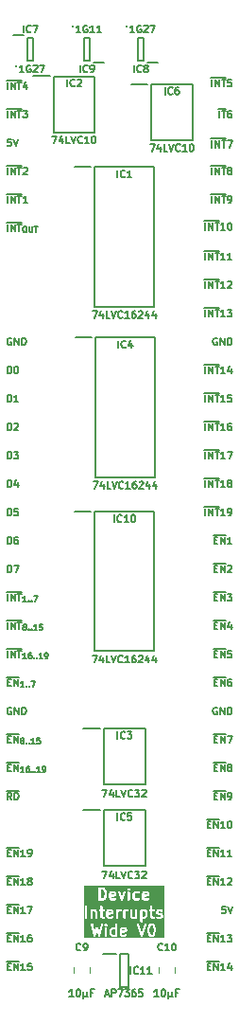
<source format=gto>
%TF.GenerationSoftware,KiCad,Pcbnew,8.0.4*%
%TF.CreationDate,2024-08-19T19:30:56+02:00*%
%TF.ProjectId,HCP65 Device Interrupts Wide,48435036-3520-4446-9576-69636520496e,rev?*%
%TF.SameCoordinates,PX525bfc0PY43d3480*%
%TF.FileFunction,Legend,Top*%
%TF.FilePolarity,Positive*%
%FSLAX46Y46*%
G04 Gerber Fmt 4.6, Leading zero omitted, Abs format (unit mm)*
G04 Created by KiCad (PCBNEW 8.0.4) date 2024-08-19 19:30:56*
%MOMM*%
%LPD*%
G01*
G04 APERTURE LIST*
%ADD10C,0.150000*%
%ADD11C,0.200000*%
%ADD12C,0.120000*%
G04 APERTURE END LIST*
D10*
X19320220Y-65993344D02*
X19531887Y-65993344D01*
X19622601Y-66325963D02*
X19320220Y-66325963D01*
X19320220Y-66325963D02*
X19320220Y-65690963D01*
X19320220Y-65690963D02*
X19622601Y-65690963D01*
X19894744Y-66325963D02*
X19894744Y-65690963D01*
X19894744Y-65690963D02*
X20257601Y-66325963D01*
X20257601Y-66325963D02*
X20257601Y-65690963D01*
X19232530Y-65514675D02*
X20345292Y-65514675D01*
X20892601Y-66325963D02*
X20529744Y-66325963D01*
X20711172Y-66325963D02*
X20711172Y-65690963D01*
X20711172Y-65690963D02*
X20650696Y-65781677D01*
X20650696Y-65781677D02*
X20590220Y-65842153D01*
X20590220Y-65842153D02*
X20529744Y-65872391D01*
X21285696Y-65690963D02*
X21346173Y-65690963D01*
X21346173Y-65690963D02*
X21406649Y-65721201D01*
X21406649Y-65721201D02*
X21436887Y-65751439D01*
X21436887Y-65751439D02*
X21467125Y-65811915D01*
X21467125Y-65811915D02*
X21497363Y-65932867D01*
X21497363Y-65932867D02*
X21497363Y-66084058D01*
X21497363Y-66084058D02*
X21467125Y-66205010D01*
X21467125Y-66205010D02*
X21436887Y-66265486D01*
X21436887Y-66265486D02*
X21406649Y-66295725D01*
X21406649Y-66295725D02*
X21346173Y-66325963D01*
X21346173Y-66325963D02*
X21285696Y-66325963D01*
X21285696Y-66325963D02*
X21225220Y-66295725D01*
X21225220Y-66295725D02*
X21194982Y-66265486D01*
X21194982Y-66265486D02*
X21164744Y-66205010D01*
X21164744Y-66205010D02*
X21134506Y-66084058D01*
X21134506Y-66084058D02*
X21134506Y-65932867D01*
X21134506Y-65932867D02*
X21164744Y-65811915D01*
X21164744Y-65811915D02*
X21194982Y-65751439D01*
X21194982Y-65751439D02*
X21225220Y-65721201D01*
X21225220Y-65721201D02*
X21285696Y-65690963D01*
X19713315Y-31963D02*
X19713315Y603037D01*
X20015696Y-31963D02*
X20015696Y603037D01*
X20015696Y603037D02*
X20378553Y-31963D01*
X20378553Y-31963D02*
X20378553Y603037D01*
X20590220Y603037D02*
X20953077Y603037D01*
X20771648Y-31963D02*
X20771648Y603037D01*
X19625625Y779325D02*
X20950054Y779325D01*
X21467125Y603037D02*
X21164744Y603037D01*
X21164744Y603037D02*
X21134506Y300656D01*
X21134506Y300656D02*
X21164744Y330895D01*
X21164744Y330895D02*
X21225220Y361133D01*
X21225220Y361133D02*
X21376411Y361133D01*
X21376411Y361133D02*
X21436887Y330895D01*
X21436887Y330895D02*
X21467125Y300656D01*
X21467125Y300656D02*
X21497363Y240180D01*
X21497363Y240180D02*
X21497363Y88990D01*
X21497363Y88990D02*
X21467125Y28514D01*
X21467125Y28514D02*
X21436887Y-1725D01*
X21436887Y-1725D02*
X21376411Y-31963D01*
X21376411Y-31963D02*
X21225220Y-31963D01*
X21225220Y-31963D02*
X21164744Y-1725D01*
X21164744Y-1725D02*
X21134506Y28514D01*
X1392874Y-76153344D02*
X1604541Y-76153344D01*
X1695255Y-76485963D02*
X1392874Y-76485963D01*
X1392874Y-76485963D02*
X1392874Y-75850963D01*
X1392874Y-75850963D02*
X1695255Y-75850963D01*
X1967398Y-76485963D02*
X1967398Y-75850963D01*
X1967398Y-75850963D02*
X2330255Y-76485963D01*
X2330255Y-76485963D02*
X2330255Y-75850963D01*
X1305184Y-75674675D02*
X2417946Y-75674675D01*
X2965255Y-76485963D02*
X2602398Y-76485963D01*
X2783826Y-76485963D02*
X2783826Y-75850963D01*
X2783826Y-75850963D02*
X2723350Y-75941677D01*
X2723350Y-75941677D02*
X2662874Y-76002153D01*
X2662874Y-76002153D02*
X2602398Y-76032391D01*
X3509541Y-75850963D02*
X3388588Y-75850963D01*
X3388588Y-75850963D02*
X3328112Y-75881201D01*
X3328112Y-75881201D02*
X3297874Y-75911439D01*
X3297874Y-75911439D02*
X3237398Y-76002153D01*
X3237398Y-76002153D02*
X3207160Y-76123105D01*
X3207160Y-76123105D02*
X3207160Y-76365010D01*
X3207160Y-76365010D02*
X3237398Y-76425486D01*
X3237398Y-76425486D02*
X3267636Y-76455725D01*
X3267636Y-76455725D02*
X3328112Y-76485963D01*
X3328112Y-76485963D02*
X3449065Y-76485963D01*
X3449065Y-76485963D02*
X3509541Y-76455725D01*
X3509541Y-76455725D02*
X3539779Y-76425486D01*
X3539779Y-76425486D02*
X3570017Y-76365010D01*
X3570017Y-76365010D02*
X3570017Y-76213820D01*
X3570017Y-76213820D02*
X3539779Y-76153344D01*
X3539779Y-76153344D02*
X3509541Y-76123105D01*
X3509541Y-76123105D02*
X3449065Y-76092867D01*
X3449065Y-76092867D02*
X3328112Y-76092867D01*
X3328112Y-76092867D02*
X3267636Y-76123105D01*
X3267636Y-76123105D02*
X3237398Y-76153344D01*
X3237398Y-76153344D02*
X3207160Y-76213820D01*
X1392874Y-28225963D02*
X1392874Y-27590963D01*
X1392874Y-27590963D02*
X1544064Y-27590963D01*
X1544064Y-27590963D02*
X1634779Y-27621201D01*
X1634779Y-27621201D02*
X1695255Y-27681677D01*
X1695255Y-27681677D02*
X1725493Y-27742153D01*
X1725493Y-27742153D02*
X1755731Y-27863105D01*
X1755731Y-27863105D02*
X1755731Y-27953820D01*
X1755731Y-27953820D02*
X1725493Y-28074772D01*
X1725493Y-28074772D02*
X1695255Y-28135248D01*
X1695255Y-28135248D02*
X1634779Y-28195725D01*
X1634779Y-28195725D02*
X1544064Y-28225963D01*
X1544064Y-28225963D02*
X1392874Y-28225963D01*
X2360493Y-28225963D02*
X1997636Y-28225963D01*
X2179064Y-28225963D02*
X2179064Y-27590963D01*
X2179064Y-27590963D02*
X2118588Y-27681677D01*
X2118588Y-27681677D02*
X2058112Y-27742153D01*
X2058112Y-27742153D02*
X1997636Y-27772391D01*
X19713315Y-5492963D02*
X19713315Y-4857963D01*
X20015696Y-5492963D02*
X20015696Y-4857963D01*
X20015696Y-4857963D02*
X20378553Y-5492963D01*
X20378553Y-5492963D02*
X20378553Y-4857963D01*
X20590220Y-4857963D02*
X20953077Y-4857963D01*
X20771648Y-5492963D02*
X20771648Y-4857963D01*
X19625625Y-4681675D02*
X20950054Y-4681675D01*
X21104268Y-4857963D02*
X21527601Y-4857963D01*
X21527601Y-4857963D02*
X21255458Y-5492963D01*
X19320220Y-68533344D02*
X19531887Y-68533344D01*
X19622601Y-68865963D02*
X19320220Y-68865963D01*
X19320220Y-68865963D02*
X19320220Y-68230963D01*
X19320220Y-68230963D02*
X19622601Y-68230963D01*
X19894744Y-68865963D02*
X19894744Y-68230963D01*
X19894744Y-68230963D02*
X20257601Y-68865963D01*
X20257601Y-68865963D02*
X20257601Y-68230963D01*
X19232530Y-68054675D02*
X20345292Y-68054675D01*
X20892601Y-68865963D02*
X20529744Y-68865963D01*
X20711172Y-68865963D02*
X20711172Y-68230963D01*
X20711172Y-68230963D02*
X20650696Y-68321677D01*
X20650696Y-68321677D02*
X20590220Y-68382153D01*
X20590220Y-68382153D02*
X20529744Y-68412391D01*
X21497363Y-68865963D02*
X21134506Y-68865963D01*
X21315934Y-68865963D02*
X21315934Y-68230963D01*
X21315934Y-68230963D02*
X21255458Y-68321677D01*
X21255458Y-68321677D02*
X21194982Y-68382153D01*
X21194982Y-68382153D02*
X21134506Y-68412391D01*
X19108553Y-18065963D02*
X19108553Y-17430963D01*
X19410934Y-18065963D02*
X19410934Y-17430963D01*
X19410934Y-17430963D02*
X19773791Y-18065963D01*
X19773791Y-18065963D02*
X19773791Y-17430963D01*
X19985458Y-17430963D02*
X20348315Y-17430963D01*
X20166886Y-18065963D02*
X20166886Y-17430963D01*
X19020863Y-17254675D02*
X20345292Y-17254675D01*
X20892601Y-18065963D02*
X20529744Y-18065963D01*
X20711172Y-18065963D02*
X20711172Y-17430963D01*
X20711172Y-17430963D02*
X20650696Y-17521677D01*
X20650696Y-17521677D02*
X20590220Y-17582153D01*
X20590220Y-17582153D02*
X20529744Y-17612391D01*
X21134506Y-17491439D02*
X21164744Y-17461201D01*
X21164744Y-17461201D02*
X21225220Y-17430963D01*
X21225220Y-17430963D02*
X21376411Y-17430963D01*
X21376411Y-17430963D02*
X21436887Y-17461201D01*
X21436887Y-17461201D02*
X21467125Y-17491439D01*
X21467125Y-17491439D02*
X21497363Y-17551915D01*
X21497363Y-17551915D02*
X21497363Y-17612391D01*
X21497363Y-17612391D02*
X21467125Y-17703105D01*
X21467125Y-17703105D02*
X21104268Y-18065963D01*
X21104268Y-18065963D02*
X21497363Y-18065963D01*
X1392874Y-10445963D02*
X1392874Y-9810963D01*
X1695255Y-10445963D02*
X1695255Y-9810963D01*
X1695255Y-9810963D02*
X2058112Y-10445963D01*
X2058112Y-10445963D02*
X2058112Y-9810963D01*
X2269779Y-9810963D02*
X2632636Y-9810963D01*
X2451207Y-10445963D02*
X2451207Y-9810963D01*
X1305184Y-9634675D02*
X2629613Y-9634675D01*
X3176922Y-10445963D02*
X2814065Y-10445963D01*
X2995493Y-10445963D02*
X2995493Y-9810963D01*
X2995493Y-9810963D02*
X2935017Y-9901677D01*
X2935017Y-9901677D02*
X2874541Y-9962153D01*
X2874541Y-9962153D02*
X2814065Y-9992391D01*
X1392874Y-285963D02*
X1392874Y349037D01*
X1695255Y-285963D02*
X1695255Y349037D01*
X1695255Y349037D02*
X2058112Y-285963D01*
X2058112Y-285963D02*
X2058112Y349037D01*
X2269779Y349037D02*
X2632636Y349037D01*
X2451207Y-285963D02*
X2451207Y349037D01*
X1305184Y525325D02*
X2629613Y525325D01*
X3116446Y137371D02*
X3116446Y-285963D01*
X2965255Y379275D02*
X2814065Y-74296D01*
X2814065Y-74296D02*
X3207160Y-74296D01*
X19924982Y-60913344D02*
X20136649Y-60913344D01*
X20227363Y-61245963D02*
X19924982Y-61245963D01*
X19924982Y-61245963D02*
X19924982Y-60610963D01*
X19924982Y-60610963D02*
X20227363Y-60610963D01*
X20499506Y-61245963D02*
X20499506Y-60610963D01*
X20499506Y-60610963D02*
X20862363Y-61245963D01*
X20862363Y-61245963D02*
X20862363Y-60610963D01*
X19837292Y-60434675D02*
X20950054Y-60434675D01*
X21255458Y-60883105D02*
X21194982Y-60852867D01*
X21194982Y-60852867D02*
X21164744Y-60822629D01*
X21164744Y-60822629D02*
X21134506Y-60762153D01*
X21134506Y-60762153D02*
X21134506Y-60731915D01*
X21134506Y-60731915D02*
X21164744Y-60671439D01*
X21164744Y-60671439D02*
X21194982Y-60641201D01*
X21194982Y-60641201D02*
X21255458Y-60610963D01*
X21255458Y-60610963D02*
X21376411Y-60610963D01*
X21376411Y-60610963D02*
X21436887Y-60641201D01*
X21436887Y-60641201D02*
X21467125Y-60671439D01*
X21467125Y-60671439D02*
X21497363Y-60731915D01*
X21497363Y-60731915D02*
X21497363Y-60762153D01*
X21497363Y-60762153D02*
X21467125Y-60822629D01*
X21467125Y-60822629D02*
X21436887Y-60852867D01*
X21436887Y-60852867D02*
X21376411Y-60883105D01*
X21376411Y-60883105D02*
X21255458Y-60883105D01*
X21255458Y-60883105D02*
X21194982Y-60913344D01*
X21194982Y-60913344D02*
X21164744Y-60943582D01*
X21164744Y-60943582D02*
X21134506Y-61004058D01*
X21134506Y-61004058D02*
X21134506Y-61125010D01*
X21134506Y-61125010D02*
X21164744Y-61185486D01*
X21164744Y-61185486D02*
X21194982Y-61215725D01*
X21194982Y-61215725D02*
X21255458Y-61245963D01*
X21255458Y-61245963D02*
X21376411Y-61245963D01*
X21376411Y-61245963D02*
X21436887Y-61215725D01*
X21436887Y-61215725D02*
X21467125Y-61185486D01*
X21467125Y-61185486D02*
X21497363Y-61125010D01*
X21497363Y-61125010D02*
X21497363Y-61004058D01*
X21497363Y-61004058D02*
X21467125Y-60943582D01*
X21467125Y-60943582D02*
X21436887Y-60913344D01*
X21436887Y-60913344D02*
X21376411Y-60883105D01*
X1392874Y-51085963D02*
X1392874Y-50450963D01*
X1695255Y-51085963D02*
X1695255Y-50450963D01*
X1695255Y-50450963D02*
X2058112Y-51085963D01*
X2058112Y-51085963D02*
X2058112Y-50450963D01*
X2269779Y-50450963D02*
X2632636Y-50450963D01*
X2451207Y-51085963D02*
X2451207Y-50450963D01*
X1305184Y-50274675D02*
X2629613Y-50274675D01*
X3080160Y-51156115D02*
X2789874Y-51156115D01*
X2935017Y-51156115D02*
X2935017Y-50648115D01*
X2935017Y-50648115D02*
X2886636Y-50720686D01*
X2886636Y-50720686D02*
X2838255Y-50769067D01*
X2838255Y-50769067D02*
X2789874Y-50793258D01*
X3515589Y-50648115D02*
X3418827Y-50648115D01*
X3418827Y-50648115D02*
X3370446Y-50672305D01*
X3370446Y-50672305D02*
X3346256Y-50696496D01*
X3346256Y-50696496D02*
X3297875Y-50769067D01*
X3297875Y-50769067D02*
X3273684Y-50865829D01*
X3273684Y-50865829D02*
X3273684Y-51059353D01*
X3273684Y-51059353D02*
X3297875Y-51107734D01*
X3297875Y-51107734D02*
X3322065Y-51131925D01*
X3322065Y-51131925D02*
X3370446Y-51156115D01*
X3370446Y-51156115D02*
X3467208Y-51156115D01*
X3467208Y-51156115D02*
X3515589Y-51131925D01*
X3515589Y-51131925D02*
X3539780Y-51107734D01*
X3539780Y-51107734D02*
X3563970Y-51059353D01*
X3563970Y-51059353D02*
X3563970Y-50938401D01*
X3563970Y-50938401D02*
X3539780Y-50890020D01*
X3539780Y-50890020D02*
X3515589Y-50865829D01*
X3515589Y-50865829D02*
X3467208Y-50841639D01*
X3467208Y-50841639D02*
X3370446Y-50841639D01*
X3370446Y-50841639D02*
X3322065Y-50865829D01*
X3322065Y-50865829D02*
X3297875Y-50890020D01*
X3297875Y-50890020D02*
X3273684Y-50938401D01*
X3781685Y-51107734D02*
X3805875Y-51131925D01*
X3805875Y-51131925D02*
X3781685Y-51156115D01*
X3781685Y-51156115D02*
X3757494Y-51131925D01*
X3757494Y-51131925D02*
X3781685Y-51107734D01*
X3781685Y-51107734D02*
X3781685Y-51156115D01*
X4023590Y-51107734D02*
X4047780Y-51131925D01*
X4047780Y-51131925D02*
X4023590Y-51156115D01*
X4023590Y-51156115D02*
X3999399Y-51131925D01*
X3999399Y-51131925D02*
X4023590Y-51107734D01*
X4023590Y-51107734D02*
X4023590Y-51156115D01*
X4531590Y-51156115D02*
X4241304Y-51156115D01*
X4386447Y-51156115D02*
X4386447Y-50648115D01*
X4386447Y-50648115D02*
X4338066Y-50720686D01*
X4338066Y-50720686D02*
X4289685Y-50769067D01*
X4289685Y-50769067D02*
X4241304Y-50793258D01*
X4773495Y-51156115D02*
X4870257Y-51156115D01*
X4870257Y-51156115D02*
X4918638Y-51131925D01*
X4918638Y-51131925D02*
X4942829Y-51107734D01*
X4942829Y-51107734D02*
X4991210Y-51035163D01*
X4991210Y-51035163D02*
X5015400Y-50938401D01*
X5015400Y-50938401D02*
X5015400Y-50744877D01*
X5015400Y-50744877D02*
X4991210Y-50696496D01*
X4991210Y-50696496D02*
X4967019Y-50672305D01*
X4967019Y-50672305D02*
X4918638Y-50648115D01*
X4918638Y-50648115D02*
X4821876Y-50648115D01*
X4821876Y-50648115D02*
X4773495Y-50672305D01*
X4773495Y-50672305D02*
X4749305Y-50696496D01*
X4749305Y-50696496D02*
X4725114Y-50744877D01*
X4725114Y-50744877D02*
X4725114Y-50865829D01*
X4725114Y-50865829D02*
X4749305Y-50914210D01*
X4749305Y-50914210D02*
X4773495Y-50938401D01*
X4773495Y-50938401D02*
X4821876Y-50962591D01*
X4821876Y-50962591D02*
X4918638Y-50962591D01*
X4918638Y-50962591D02*
X4967019Y-50938401D01*
X4967019Y-50938401D02*
X4991210Y-50914210D01*
X4991210Y-50914210D02*
X5015400Y-50865829D01*
X20378553Y-2825963D02*
X20378553Y-2190963D01*
X20590220Y-2190963D02*
X20953077Y-2190963D01*
X20771648Y-2825963D02*
X20771648Y-2190963D01*
X20290863Y-2014675D02*
X20950054Y-2014675D01*
X21436887Y-2190963D02*
X21315934Y-2190963D01*
X21315934Y-2190963D02*
X21255458Y-2221201D01*
X21255458Y-2221201D02*
X21225220Y-2251439D01*
X21225220Y-2251439D02*
X21164744Y-2342153D01*
X21164744Y-2342153D02*
X21134506Y-2463105D01*
X21134506Y-2463105D02*
X21134506Y-2705010D01*
X21134506Y-2705010D02*
X21164744Y-2765486D01*
X21164744Y-2765486D02*
X21194982Y-2795725D01*
X21194982Y-2795725D02*
X21255458Y-2825963D01*
X21255458Y-2825963D02*
X21376411Y-2825963D01*
X21376411Y-2825963D02*
X21436887Y-2795725D01*
X21436887Y-2795725D02*
X21467125Y-2765486D01*
X21467125Y-2765486D02*
X21497363Y-2705010D01*
X21497363Y-2705010D02*
X21497363Y-2553820D01*
X21497363Y-2553820D02*
X21467125Y-2493344D01*
X21467125Y-2493344D02*
X21436887Y-2463105D01*
X21436887Y-2463105D02*
X21376411Y-2432867D01*
X21376411Y-2432867D02*
X21255458Y-2432867D01*
X21255458Y-2432867D02*
X21194982Y-2463105D01*
X21194982Y-2463105D02*
X21164744Y-2493344D01*
X21164744Y-2493344D02*
X21134506Y-2553820D01*
X19924982Y-40593344D02*
X20136649Y-40593344D01*
X20227363Y-40925963D02*
X19924982Y-40925963D01*
X19924982Y-40925963D02*
X19924982Y-40290963D01*
X19924982Y-40290963D02*
X20227363Y-40290963D01*
X20499506Y-40925963D02*
X20499506Y-40290963D01*
X20499506Y-40290963D02*
X20862363Y-40925963D01*
X20862363Y-40925963D02*
X20862363Y-40290963D01*
X19837292Y-40114675D02*
X20950054Y-40114675D01*
X21497363Y-40925963D02*
X21134506Y-40925963D01*
X21315934Y-40925963D02*
X21315934Y-40290963D01*
X21315934Y-40290963D02*
X21255458Y-40381677D01*
X21255458Y-40381677D02*
X21194982Y-40442153D01*
X21194982Y-40442153D02*
X21134506Y-40472391D01*
X19713315Y-10445963D02*
X19713315Y-9810963D01*
X20015696Y-10445963D02*
X20015696Y-9810963D01*
X20015696Y-9810963D02*
X20378553Y-10445963D01*
X20378553Y-10445963D02*
X20378553Y-9810963D01*
X20590220Y-9810963D02*
X20953077Y-9810963D01*
X20771648Y-10445963D02*
X20771648Y-9810963D01*
X19625625Y-9634675D02*
X20950054Y-9634675D01*
X21194982Y-10445963D02*
X21315934Y-10445963D01*
X21315934Y-10445963D02*
X21376411Y-10415725D01*
X21376411Y-10415725D02*
X21406649Y-10385486D01*
X21406649Y-10385486D02*
X21467125Y-10294772D01*
X21467125Y-10294772D02*
X21497363Y-10173820D01*
X21497363Y-10173820D02*
X21497363Y-9931915D01*
X21497363Y-9931915D02*
X21467125Y-9871439D01*
X21467125Y-9871439D02*
X21436887Y-9841201D01*
X21436887Y-9841201D02*
X21376411Y-9810963D01*
X21376411Y-9810963D02*
X21255458Y-9810963D01*
X21255458Y-9810963D02*
X21194982Y-9841201D01*
X21194982Y-9841201D02*
X21164744Y-9871439D01*
X21164744Y-9871439D02*
X21134506Y-9931915D01*
X21134506Y-9931915D02*
X21134506Y-10083105D01*
X21134506Y-10083105D02*
X21164744Y-10143582D01*
X21164744Y-10143582D02*
X21194982Y-10173820D01*
X21194982Y-10173820D02*
X21255458Y-10204058D01*
X21255458Y-10204058D02*
X21376411Y-10204058D01*
X21376411Y-10204058D02*
X21436887Y-10173820D01*
X21436887Y-10173820D02*
X21467125Y-10143582D01*
X21467125Y-10143582D02*
X21497363Y-10083105D01*
X19108553Y-12858963D02*
X19108553Y-12223963D01*
X19410934Y-12858963D02*
X19410934Y-12223963D01*
X19410934Y-12223963D02*
X19773791Y-12858963D01*
X19773791Y-12858963D02*
X19773791Y-12223963D01*
X19985458Y-12223963D02*
X20348315Y-12223963D01*
X20166886Y-12858963D02*
X20166886Y-12223963D01*
X19020863Y-12047675D02*
X20345292Y-12047675D01*
X20892601Y-12858963D02*
X20529744Y-12858963D01*
X20711172Y-12858963D02*
X20711172Y-12223963D01*
X20711172Y-12223963D02*
X20650696Y-12314677D01*
X20650696Y-12314677D02*
X20590220Y-12375153D01*
X20590220Y-12375153D02*
X20529744Y-12405391D01*
X21285696Y-12223963D02*
X21346173Y-12223963D01*
X21346173Y-12223963D02*
X21406649Y-12254201D01*
X21406649Y-12254201D02*
X21436887Y-12284439D01*
X21436887Y-12284439D02*
X21467125Y-12344915D01*
X21467125Y-12344915D02*
X21497363Y-12465867D01*
X21497363Y-12465867D02*
X21497363Y-12617058D01*
X21497363Y-12617058D02*
X21467125Y-12738010D01*
X21467125Y-12738010D02*
X21436887Y-12798486D01*
X21436887Y-12798486D02*
X21406649Y-12828725D01*
X21406649Y-12828725D02*
X21346173Y-12858963D01*
X21346173Y-12858963D02*
X21285696Y-12858963D01*
X21285696Y-12858963D02*
X21225220Y-12828725D01*
X21225220Y-12828725D02*
X21194982Y-12798486D01*
X21194982Y-12798486D02*
X21164744Y-12738010D01*
X21164744Y-12738010D02*
X21134506Y-12617058D01*
X21134506Y-12617058D02*
X21134506Y-12465867D01*
X21134506Y-12465867D02*
X21164744Y-12344915D01*
X21164744Y-12344915D02*
X21194982Y-12284439D01*
X21194982Y-12284439D02*
X21225220Y-12254201D01*
X21225220Y-12254201D02*
X21285696Y-12223963D01*
X20166887Y-22541201D02*
X20106411Y-22510963D01*
X20106411Y-22510963D02*
X20015697Y-22510963D01*
X20015697Y-22510963D02*
X19924982Y-22541201D01*
X19924982Y-22541201D02*
X19864506Y-22601677D01*
X19864506Y-22601677D02*
X19834268Y-22662153D01*
X19834268Y-22662153D02*
X19804030Y-22783105D01*
X19804030Y-22783105D02*
X19804030Y-22873820D01*
X19804030Y-22873820D02*
X19834268Y-22994772D01*
X19834268Y-22994772D02*
X19864506Y-23055248D01*
X19864506Y-23055248D02*
X19924982Y-23115725D01*
X19924982Y-23115725D02*
X20015697Y-23145963D01*
X20015697Y-23145963D02*
X20076173Y-23145963D01*
X20076173Y-23145963D02*
X20166887Y-23115725D01*
X20166887Y-23115725D02*
X20197125Y-23085486D01*
X20197125Y-23085486D02*
X20197125Y-22873820D01*
X20197125Y-22873820D02*
X20076173Y-22873820D01*
X20469268Y-23145963D02*
X20469268Y-22510963D01*
X20469268Y-22510963D02*
X20832125Y-23145963D01*
X20832125Y-23145963D02*
X20832125Y-22510963D01*
X21134506Y-23145963D02*
X21134506Y-22510963D01*
X21134506Y-22510963D02*
X21285696Y-22510963D01*
X21285696Y-22510963D02*
X21376411Y-22541201D01*
X21376411Y-22541201D02*
X21436887Y-22601677D01*
X21436887Y-22601677D02*
X21467125Y-22662153D01*
X21467125Y-22662153D02*
X21497363Y-22783105D01*
X21497363Y-22783105D02*
X21497363Y-22873820D01*
X21497363Y-22873820D02*
X21467125Y-22994772D01*
X21467125Y-22994772D02*
X21436887Y-23055248D01*
X21436887Y-23055248D02*
X21376411Y-23115725D01*
X21376411Y-23115725D02*
X21285696Y-23145963D01*
X21285696Y-23145963D02*
X21134506Y-23145963D01*
X19713315Y-7905963D02*
X19713315Y-7270963D01*
X20015696Y-7905963D02*
X20015696Y-7270963D01*
X20015696Y-7270963D02*
X20378553Y-7905963D01*
X20378553Y-7905963D02*
X20378553Y-7270963D01*
X20590220Y-7270963D02*
X20953077Y-7270963D01*
X20771648Y-7905963D02*
X20771648Y-7270963D01*
X19625625Y-7094675D02*
X20950054Y-7094675D01*
X21255458Y-7543105D02*
X21194982Y-7512867D01*
X21194982Y-7512867D02*
X21164744Y-7482629D01*
X21164744Y-7482629D02*
X21134506Y-7422153D01*
X21134506Y-7422153D02*
X21134506Y-7391915D01*
X21134506Y-7391915D02*
X21164744Y-7331439D01*
X21164744Y-7331439D02*
X21194982Y-7301201D01*
X21194982Y-7301201D02*
X21255458Y-7270963D01*
X21255458Y-7270963D02*
X21376411Y-7270963D01*
X21376411Y-7270963D02*
X21436887Y-7301201D01*
X21436887Y-7301201D02*
X21467125Y-7331439D01*
X21467125Y-7331439D02*
X21497363Y-7391915D01*
X21497363Y-7391915D02*
X21497363Y-7422153D01*
X21497363Y-7422153D02*
X21467125Y-7482629D01*
X21467125Y-7482629D02*
X21436887Y-7512867D01*
X21436887Y-7512867D02*
X21376411Y-7543105D01*
X21376411Y-7543105D02*
X21255458Y-7543105D01*
X21255458Y-7543105D02*
X21194982Y-7573344D01*
X21194982Y-7573344D02*
X21164744Y-7603582D01*
X21164744Y-7603582D02*
X21134506Y-7664058D01*
X21134506Y-7664058D02*
X21134506Y-7785010D01*
X21134506Y-7785010D02*
X21164744Y-7845486D01*
X21164744Y-7845486D02*
X21194982Y-7875725D01*
X21194982Y-7875725D02*
X21255458Y-7905963D01*
X21255458Y-7905963D02*
X21376411Y-7905963D01*
X21376411Y-7905963D02*
X21436887Y-7875725D01*
X21436887Y-7875725D02*
X21467125Y-7845486D01*
X21467125Y-7845486D02*
X21497363Y-7785010D01*
X21497363Y-7785010D02*
X21497363Y-7664058D01*
X21497363Y-7664058D02*
X21467125Y-7603582D01*
X21467125Y-7603582D02*
X21436887Y-7573344D01*
X21436887Y-7573344D02*
X21376411Y-7543105D01*
X1392874Y-60913344D02*
X1604541Y-60913344D01*
X1695255Y-61245963D02*
X1392874Y-61245963D01*
X1392874Y-61245963D02*
X1392874Y-60610963D01*
X1392874Y-60610963D02*
X1695255Y-60610963D01*
X1967398Y-61245963D02*
X1967398Y-60610963D01*
X1967398Y-60610963D02*
X2330255Y-61245963D01*
X2330255Y-61245963D02*
X2330255Y-60610963D01*
X1305184Y-60434675D02*
X2417946Y-60434675D01*
X2868493Y-61316115D02*
X2578207Y-61316115D01*
X2723350Y-61316115D02*
X2723350Y-60808115D01*
X2723350Y-60808115D02*
X2674969Y-60880686D01*
X2674969Y-60880686D02*
X2626588Y-60929067D01*
X2626588Y-60929067D02*
X2578207Y-60953258D01*
X3303922Y-60808115D02*
X3207160Y-60808115D01*
X3207160Y-60808115D02*
X3158779Y-60832305D01*
X3158779Y-60832305D02*
X3134589Y-60856496D01*
X3134589Y-60856496D02*
X3086208Y-60929067D01*
X3086208Y-60929067D02*
X3062017Y-61025829D01*
X3062017Y-61025829D02*
X3062017Y-61219353D01*
X3062017Y-61219353D02*
X3086208Y-61267734D01*
X3086208Y-61267734D02*
X3110398Y-61291925D01*
X3110398Y-61291925D02*
X3158779Y-61316115D01*
X3158779Y-61316115D02*
X3255541Y-61316115D01*
X3255541Y-61316115D02*
X3303922Y-61291925D01*
X3303922Y-61291925D02*
X3328113Y-61267734D01*
X3328113Y-61267734D02*
X3352303Y-61219353D01*
X3352303Y-61219353D02*
X3352303Y-61098401D01*
X3352303Y-61098401D02*
X3328113Y-61050020D01*
X3328113Y-61050020D02*
X3303922Y-61025829D01*
X3303922Y-61025829D02*
X3255541Y-61001639D01*
X3255541Y-61001639D02*
X3158779Y-61001639D01*
X3158779Y-61001639D02*
X3110398Y-61025829D01*
X3110398Y-61025829D02*
X3086208Y-61050020D01*
X3086208Y-61050020D02*
X3062017Y-61098401D01*
X3570018Y-61267734D02*
X3594208Y-61291925D01*
X3594208Y-61291925D02*
X3570018Y-61316115D01*
X3570018Y-61316115D02*
X3545827Y-61291925D01*
X3545827Y-61291925D02*
X3570018Y-61267734D01*
X3570018Y-61267734D02*
X3570018Y-61316115D01*
X3811923Y-61267734D02*
X3836113Y-61291925D01*
X3836113Y-61291925D02*
X3811923Y-61316115D01*
X3811923Y-61316115D02*
X3787732Y-61291925D01*
X3787732Y-61291925D02*
X3811923Y-61267734D01*
X3811923Y-61267734D02*
X3811923Y-61316115D01*
X4319923Y-61316115D02*
X4029637Y-61316115D01*
X4174780Y-61316115D02*
X4174780Y-60808115D01*
X4174780Y-60808115D02*
X4126399Y-60880686D01*
X4126399Y-60880686D02*
X4078018Y-60929067D01*
X4078018Y-60929067D02*
X4029637Y-60953258D01*
X4561828Y-61316115D02*
X4658590Y-61316115D01*
X4658590Y-61316115D02*
X4706971Y-61291925D01*
X4706971Y-61291925D02*
X4731162Y-61267734D01*
X4731162Y-61267734D02*
X4779543Y-61195163D01*
X4779543Y-61195163D02*
X4803733Y-61098401D01*
X4803733Y-61098401D02*
X4803733Y-60904877D01*
X4803733Y-60904877D02*
X4779543Y-60856496D01*
X4779543Y-60856496D02*
X4755352Y-60832305D01*
X4755352Y-60832305D02*
X4706971Y-60808115D01*
X4706971Y-60808115D02*
X4610209Y-60808115D01*
X4610209Y-60808115D02*
X4561828Y-60832305D01*
X4561828Y-60832305D02*
X4537638Y-60856496D01*
X4537638Y-60856496D02*
X4513447Y-60904877D01*
X4513447Y-60904877D02*
X4513447Y-61025829D01*
X4513447Y-61025829D02*
X4537638Y-61074210D01*
X4537638Y-61074210D02*
X4561828Y-61098401D01*
X4561828Y-61098401D02*
X4610209Y-61122591D01*
X4610209Y-61122591D02*
X4706971Y-61122591D01*
X4706971Y-61122591D02*
X4755352Y-61098401D01*
X4755352Y-61098401D02*
X4779543Y-61074210D01*
X4779543Y-61074210D02*
X4803733Y-61025829D01*
X19320220Y-78693344D02*
X19531887Y-78693344D01*
X19622601Y-79025963D02*
X19320220Y-79025963D01*
X19320220Y-79025963D02*
X19320220Y-78390963D01*
X19320220Y-78390963D02*
X19622601Y-78390963D01*
X19894744Y-79025963D02*
X19894744Y-78390963D01*
X19894744Y-78390963D02*
X20257601Y-79025963D01*
X20257601Y-79025963D02*
X20257601Y-78390963D01*
X19232530Y-78214675D02*
X20345292Y-78214675D01*
X20892601Y-79025963D02*
X20529744Y-79025963D01*
X20711172Y-79025963D02*
X20711172Y-78390963D01*
X20711172Y-78390963D02*
X20650696Y-78481677D01*
X20650696Y-78481677D02*
X20590220Y-78542153D01*
X20590220Y-78542153D02*
X20529744Y-78572391D01*
X21436887Y-78602629D02*
X21436887Y-79025963D01*
X21285696Y-78360725D02*
X21134506Y-78814296D01*
X21134506Y-78814296D02*
X21527601Y-78814296D01*
X1392874Y-35845963D02*
X1392874Y-35210963D01*
X1392874Y-35210963D02*
X1544064Y-35210963D01*
X1544064Y-35210963D02*
X1634779Y-35241201D01*
X1634779Y-35241201D02*
X1695255Y-35301677D01*
X1695255Y-35301677D02*
X1725493Y-35362153D01*
X1725493Y-35362153D02*
X1755731Y-35483105D01*
X1755731Y-35483105D02*
X1755731Y-35573820D01*
X1755731Y-35573820D02*
X1725493Y-35694772D01*
X1725493Y-35694772D02*
X1695255Y-35755248D01*
X1695255Y-35755248D02*
X1634779Y-35815725D01*
X1634779Y-35815725D02*
X1544064Y-35845963D01*
X1544064Y-35845963D02*
X1392874Y-35845963D01*
X2300017Y-35422629D02*
X2300017Y-35845963D01*
X2148826Y-35180725D02*
X1997636Y-35634296D01*
X1997636Y-35634296D02*
X2390731Y-35634296D01*
X19108553Y-38385963D02*
X19108553Y-37750963D01*
X19410934Y-38385963D02*
X19410934Y-37750963D01*
X19410934Y-37750963D02*
X19773791Y-38385963D01*
X19773791Y-38385963D02*
X19773791Y-37750963D01*
X19985458Y-37750963D02*
X20348315Y-37750963D01*
X20166886Y-38385963D02*
X20166886Y-37750963D01*
X19020863Y-37574675D02*
X20345292Y-37574675D01*
X20892601Y-38385963D02*
X20529744Y-38385963D01*
X20711172Y-38385963D02*
X20711172Y-37750963D01*
X20711172Y-37750963D02*
X20650696Y-37841677D01*
X20650696Y-37841677D02*
X20590220Y-37902153D01*
X20590220Y-37902153D02*
X20529744Y-37932391D01*
X21194982Y-38385963D02*
X21315934Y-38385963D01*
X21315934Y-38385963D02*
X21376411Y-38355725D01*
X21376411Y-38355725D02*
X21406649Y-38325486D01*
X21406649Y-38325486D02*
X21467125Y-38234772D01*
X21467125Y-38234772D02*
X21497363Y-38113820D01*
X21497363Y-38113820D02*
X21497363Y-37871915D01*
X21497363Y-37871915D02*
X21467125Y-37811439D01*
X21467125Y-37811439D02*
X21436887Y-37781201D01*
X21436887Y-37781201D02*
X21376411Y-37750963D01*
X21376411Y-37750963D02*
X21255458Y-37750963D01*
X21255458Y-37750963D02*
X21194982Y-37781201D01*
X21194982Y-37781201D02*
X21164744Y-37811439D01*
X21164744Y-37811439D02*
X21134506Y-37871915D01*
X21134506Y-37871915D02*
X21134506Y-38023105D01*
X21134506Y-38023105D02*
X21164744Y-38083582D01*
X21164744Y-38083582D02*
X21194982Y-38113820D01*
X21194982Y-38113820D02*
X21255458Y-38144058D01*
X21255458Y-38144058D02*
X21376411Y-38144058D01*
X21376411Y-38144058D02*
X21436887Y-38113820D01*
X21436887Y-38113820D02*
X21467125Y-38083582D01*
X21467125Y-38083582D02*
X21497363Y-38023105D01*
X19108553Y-33305963D02*
X19108553Y-32670963D01*
X19410934Y-33305963D02*
X19410934Y-32670963D01*
X19410934Y-32670963D02*
X19773791Y-33305963D01*
X19773791Y-33305963D02*
X19773791Y-32670963D01*
X19985458Y-32670963D02*
X20348315Y-32670963D01*
X20166886Y-33305963D02*
X20166886Y-32670963D01*
X19020863Y-32494675D02*
X20345292Y-32494675D01*
X20892601Y-33305963D02*
X20529744Y-33305963D01*
X20711172Y-33305963D02*
X20711172Y-32670963D01*
X20711172Y-32670963D02*
X20650696Y-32761677D01*
X20650696Y-32761677D02*
X20590220Y-32822153D01*
X20590220Y-32822153D02*
X20529744Y-32852391D01*
X21104268Y-32670963D02*
X21527601Y-32670963D01*
X21527601Y-32670963D02*
X21255458Y-33305963D01*
X19108553Y-28225963D02*
X19108553Y-27590963D01*
X19410934Y-28225963D02*
X19410934Y-27590963D01*
X19410934Y-27590963D02*
X19773791Y-28225963D01*
X19773791Y-28225963D02*
X19773791Y-27590963D01*
X19985458Y-27590963D02*
X20348315Y-27590963D01*
X20166886Y-28225963D02*
X20166886Y-27590963D01*
X19020863Y-27414675D02*
X20345292Y-27414675D01*
X20892601Y-28225963D02*
X20529744Y-28225963D01*
X20711172Y-28225963D02*
X20711172Y-27590963D01*
X20711172Y-27590963D02*
X20650696Y-27681677D01*
X20650696Y-27681677D02*
X20590220Y-27742153D01*
X20590220Y-27742153D02*
X20529744Y-27772391D01*
X21467125Y-27590963D02*
X21164744Y-27590963D01*
X21164744Y-27590963D02*
X21134506Y-27893344D01*
X21134506Y-27893344D02*
X21164744Y-27863105D01*
X21164744Y-27863105D02*
X21225220Y-27832867D01*
X21225220Y-27832867D02*
X21376411Y-27832867D01*
X21376411Y-27832867D02*
X21436887Y-27863105D01*
X21436887Y-27863105D02*
X21467125Y-27893344D01*
X21467125Y-27893344D02*
X21497363Y-27953820D01*
X21497363Y-27953820D02*
X21497363Y-28105010D01*
X21497363Y-28105010D02*
X21467125Y-28165486D01*
X21467125Y-28165486D02*
X21436887Y-28195725D01*
X21436887Y-28195725D02*
X21376411Y-28225963D01*
X21376411Y-28225963D02*
X21225220Y-28225963D01*
X21225220Y-28225963D02*
X21164744Y-28195725D01*
X21164744Y-28195725D02*
X21134506Y-28165486D01*
X20166887Y-55561201D02*
X20106411Y-55530963D01*
X20106411Y-55530963D02*
X20015697Y-55530963D01*
X20015697Y-55530963D02*
X19924982Y-55561201D01*
X19924982Y-55561201D02*
X19864506Y-55621677D01*
X19864506Y-55621677D02*
X19834268Y-55682153D01*
X19834268Y-55682153D02*
X19804030Y-55803105D01*
X19804030Y-55803105D02*
X19804030Y-55893820D01*
X19804030Y-55893820D02*
X19834268Y-56014772D01*
X19834268Y-56014772D02*
X19864506Y-56075248D01*
X19864506Y-56075248D02*
X19924982Y-56135725D01*
X19924982Y-56135725D02*
X20015697Y-56165963D01*
X20015697Y-56165963D02*
X20076173Y-56165963D01*
X20076173Y-56165963D02*
X20166887Y-56135725D01*
X20166887Y-56135725D02*
X20197125Y-56105486D01*
X20197125Y-56105486D02*
X20197125Y-55893820D01*
X20197125Y-55893820D02*
X20076173Y-55893820D01*
X20469268Y-56165963D02*
X20469268Y-55530963D01*
X20469268Y-55530963D02*
X20832125Y-56165963D01*
X20832125Y-56165963D02*
X20832125Y-55530963D01*
X21134506Y-56165963D02*
X21134506Y-55530963D01*
X21134506Y-55530963D02*
X21285696Y-55530963D01*
X21285696Y-55530963D02*
X21376411Y-55561201D01*
X21376411Y-55561201D02*
X21436887Y-55621677D01*
X21436887Y-55621677D02*
X21467125Y-55682153D01*
X21467125Y-55682153D02*
X21497363Y-55803105D01*
X21497363Y-55803105D02*
X21497363Y-55893820D01*
X21497363Y-55893820D02*
X21467125Y-56014772D01*
X21467125Y-56014772D02*
X21436887Y-56075248D01*
X21436887Y-56075248D02*
X21376411Y-56135725D01*
X21376411Y-56135725D02*
X21285696Y-56165963D01*
X21285696Y-56165963D02*
X21134506Y-56165963D01*
X1392874Y-71073344D02*
X1604541Y-71073344D01*
X1695255Y-71405963D02*
X1392874Y-71405963D01*
X1392874Y-71405963D02*
X1392874Y-70770963D01*
X1392874Y-70770963D02*
X1695255Y-70770963D01*
X1967398Y-71405963D02*
X1967398Y-70770963D01*
X1967398Y-70770963D02*
X2330255Y-71405963D01*
X2330255Y-71405963D02*
X2330255Y-70770963D01*
X1305184Y-70594675D02*
X2417946Y-70594675D01*
X2965255Y-71405963D02*
X2602398Y-71405963D01*
X2783826Y-71405963D02*
X2783826Y-70770963D01*
X2783826Y-70770963D02*
X2723350Y-70861677D01*
X2723350Y-70861677D02*
X2662874Y-70922153D01*
X2662874Y-70922153D02*
X2602398Y-70952391D01*
X3328112Y-71043105D02*
X3267636Y-71012867D01*
X3267636Y-71012867D02*
X3237398Y-70982629D01*
X3237398Y-70982629D02*
X3207160Y-70922153D01*
X3207160Y-70922153D02*
X3207160Y-70891915D01*
X3207160Y-70891915D02*
X3237398Y-70831439D01*
X3237398Y-70831439D02*
X3267636Y-70801201D01*
X3267636Y-70801201D02*
X3328112Y-70770963D01*
X3328112Y-70770963D02*
X3449065Y-70770963D01*
X3449065Y-70770963D02*
X3509541Y-70801201D01*
X3509541Y-70801201D02*
X3539779Y-70831439D01*
X3539779Y-70831439D02*
X3570017Y-70891915D01*
X3570017Y-70891915D02*
X3570017Y-70922153D01*
X3570017Y-70922153D02*
X3539779Y-70982629D01*
X3539779Y-70982629D02*
X3509541Y-71012867D01*
X3509541Y-71012867D02*
X3449065Y-71043105D01*
X3449065Y-71043105D02*
X3328112Y-71043105D01*
X3328112Y-71043105D02*
X3267636Y-71073344D01*
X3267636Y-71073344D02*
X3237398Y-71103582D01*
X3237398Y-71103582D02*
X3207160Y-71164058D01*
X3207160Y-71164058D02*
X3207160Y-71285010D01*
X3207160Y-71285010D02*
X3237398Y-71345486D01*
X3237398Y-71345486D02*
X3267636Y-71375725D01*
X3267636Y-71375725D02*
X3328112Y-71405963D01*
X3328112Y-71405963D02*
X3449065Y-71405963D01*
X3449065Y-71405963D02*
X3509541Y-71375725D01*
X3509541Y-71375725D02*
X3539779Y-71345486D01*
X3539779Y-71345486D02*
X3570017Y-71285010D01*
X3570017Y-71285010D02*
X3570017Y-71164058D01*
X3570017Y-71164058D02*
X3539779Y-71103582D01*
X3539779Y-71103582D02*
X3509541Y-71073344D01*
X3509541Y-71073344D02*
X3449065Y-71043105D01*
X19320220Y-71073344D02*
X19531887Y-71073344D01*
X19622601Y-71405963D02*
X19320220Y-71405963D01*
X19320220Y-71405963D02*
X19320220Y-70770963D01*
X19320220Y-70770963D02*
X19622601Y-70770963D01*
X19894744Y-71405963D02*
X19894744Y-70770963D01*
X19894744Y-70770963D02*
X20257601Y-71405963D01*
X20257601Y-71405963D02*
X20257601Y-70770963D01*
X19232530Y-70594675D02*
X20345292Y-70594675D01*
X20892601Y-71405963D02*
X20529744Y-71405963D01*
X20711172Y-71405963D02*
X20711172Y-70770963D01*
X20711172Y-70770963D02*
X20650696Y-70861677D01*
X20650696Y-70861677D02*
X20590220Y-70922153D01*
X20590220Y-70922153D02*
X20529744Y-70952391D01*
X21134506Y-70831439D02*
X21164744Y-70801201D01*
X21164744Y-70801201D02*
X21225220Y-70770963D01*
X21225220Y-70770963D02*
X21376411Y-70770963D01*
X21376411Y-70770963D02*
X21436887Y-70801201D01*
X21436887Y-70801201D02*
X21467125Y-70831439D01*
X21467125Y-70831439D02*
X21497363Y-70891915D01*
X21497363Y-70891915D02*
X21497363Y-70952391D01*
X21497363Y-70952391D02*
X21467125Y-71043105D01*
X21467125Y-71043105D02*
X21104268Y-71405963D01*
X21104268Y-71405963D02*
X21497363Y-71405963D01*
X1392874Y-25685963D02*
X1392874Y-25050963D01*
X1392874Y-25050963D02*
X1544064Y-25050963D01*
X1544064Y-25050963D02*
X1634779Y-25081201D01*
X1634779Y-25081201D02*
X1695255Y-25141677D01*
X1695255Y-25141677D02*
X1725493Y-25202153D01*
X1725493Y-25202153D02*
X1755731Y-25323105D01*
X1755731Y-25323105D02*
X1755731Y-25413820D01*
X1755731Y-25413820D02*
X1725493Y-25534772D01*
X1725493Y-25534772D02*
X1695255Y-25595248D01*
X1695255Y-25595248D02*
X1634779Y-25655725D01*
X1634779Y-25655725D02*
X1544064Y-25685963D01*
X1544064Y-25685963D02*
X1392874Y-25685963D01*
X2148826Y-25050963D02*
X2209303Y-25050963D01*
X2209303Y-25050963D02*
X2269779Y-25081201D01*
X2269779Y-25081201D02*
X2300017Y-25111439D01*
X2300017Y-25111439D02*
X2330255Y-25171915D01*
X2330255Y-25171915D02*
X2360493Y-25292867D01*
X2360493Y-25292867D02*
X2360493Y-25444058D01*
X2360493Y-25444058D02*
X2330255Y-25565010D01*
X2330255Y-25565010D02*
X2300017Y-25625486D01*
X2300017Y-25625486D02*
X2269779Y-25655725D01*
X2269779Y-25655725D02*
X2209303Y-25685963D01*
X2209303Y-25685963D02*
X2148826Y-25685963D01*
X2148826Y-25685963D02*
X2088350Y-25655725D01*
X2088350Y-25655725D02*
X2058112Y-25625486D01*
X2058112Y-25625486D02*
X2027874Y-25565010D01*
X2027874Y-25565010D02*
X1997636Y-25444058D01*
X1997636Y-25444058D02*
X1997636Y-25292867D01*
X1997636Y-25292867D02*
X2027874Y-25171915D01*
X2027874Y-25171915D02*
X2058112Y-25111439D01*
X2058112Y-25111439D02*
X2088350Y-25081201D01*
X2088350Y-25081201D02*
X2148826Y-25050963D01*
X1392874Y-48545963D02*
X1392874Y-47910963D01*
X1695255Y-48545963D02*
X1695255Y-47910963D01*
X1695255Y-47910963D02*
X2058112Y-48545963D01*
X2058112Y-48545963D02*
X2058112Y-47910963D01*
X2269779Y-47910963D02*
X2632636Y-47910963D01*
X2451207Y-48545963D02*
X2451207Y-47910963D01*
X1305184Y-47734675D02*
X2629613Y-47734675D01*
X2886636Y-48325829D02*
X2838255Y-48301639D01*
X2838255Y-48301639D02*
X2814065Y-48277448D01*
X2814065Y-48277448D02*
X2789874Y-48229067D01*
X2789874Y-48229067D02*
X2789874Y-48204877D01*
X2789874Y-48204877D02*
X2814065Y-48156496D01*
X2814065Y-48156496D02*
X2838255Y-48132305D01*
X2838255Y-48132305D02*
X2886636Y-48108115D01*
X2886636Y-48108115D02*
X2983398Y-48108115D01*
X2983398Y-48108115D02*
X3031779Y-48132305D01*
X3031779Y-48132305D02*
X3055970Y-48156496D01*
X3055970Y-48156496D02*
X3080160Y-48204877D01*
X3080160Y-48204877D02*
X3080160Y-48229067D01*
X3080160Y-48229067D02*
X3055970Y-48277448D01*
X3055970Y-48277448D02*
X3031779Y-48301639D01*
X3031779Y-48301639D02*
X2983398Y-48325829D01*
X2983398Y-48325829D02*
X2886636Y-48325829D01*
X2886636Y-48325829D02*
X2838255Y-48350020D01*
X2838255Y-48350020D02*
X2814065Y-48374210D01*
X2814065Y-48374210D02*
X2789874Y-48422591D01*
X2789874Y-48422591D02*
X2789874Y-48519353D01*
X2789874Y-48519353D02*
X2814065Y-48567734D01*
X2814065Y-48567734D02*
X2838255Y-48591925D01*
X2838255Y-48591925D02*
X2886636Y-48616115D01*
X2886636Y-48616115D02*
X2983398Y-48616115D01*
X2983398Y-48616115D02*
X3031779Y-48591925D01*
X3031779Y-48591925D02*
X3055970Y-48567734D01*
X3055970Y-48567734D02*
X3080160Y-48519353D01*
X3080160Y-48519353D02*
X3080160Y-48422591D01*
X3080160Y-48422591D02*
X3055970Y-48374210D01*
X3055970Y-48374210D02*
X3031779Y-48350020D01*
X3031779Y-48350020D02*
X2983398Y-48325829D01*
X3297875Y-48567734D02*
X3322065Y-48591925D01*
X3322065Y-48591925D02*
X3297875Y-48616115D01*
X3297875Y-48616115D02*
X3273684Y-48591925D01*
X3273684Y-48591925D02*
X3297875Y-48567734D01*
X3297875Y-48567734D02*
X3297875Y-48616115D01*
X3539780Y-48567734D02*
X3563970Y-48591925D01*
X3563970Y-48591925D02*
X3539780Y-48616115D01*
X3539780Y-48616115D02*
X3515589Y-48591925D01*
X3515589Y-48591925D02*
X3539780Y-48567734D01*
X3539780Y-48567734D02*
X3539780Y-48616115D01*
X4047780Y-48616115D02*
X3757494Y-48616115D01*
X3902637Y-48616115D02*
X3902637Y-48108115D01*
X3902637Y-48108115D02*
X3854256Y-48180686D01*
X3854256Y-48180686D02*
X3805875Y-48229067D01*
X3805875Y-48229067D02*
X3757494Y-48253258D01*
X4507400Y-48108115D02*
X4265495Y-48108115D01*
X4265495Y-48108115D02*
X4241304Y-48350020D01*
X4241304Y-48350020D02*
X4265495Y-48325829D01*
X4265495Y-48325829D02*
X4313876Y-48301639D01*
X4313876Y-48301639D02*
X4434828Y-48301639D01*
X4434828Y-48301639D02*
X4483209Y-48325829D01*
X4483209Y-48325829D02*
X4507400Y-48350020D01*
X4507400Y-48350020D02*
X4531590Y-48398401D01*
X4531590Y-48398401D02*
X4531590Y-48519353D01*
X4531590Y-48519353D02*
X4507400Y-48567734D01*
X4507400Y-48567734D02*
X4483209Y-48591925D01*
X4483209Y-48591925D02*
X4434828Y-48616115D01*
X4434828Y-48616115D02*
X4313876Y-48616115D01*
X4313876Y-48616115D02*
X4265495Y-48591925D01*
X4265495Y-48591925D02*
X4241304Y-48567734D01*
X19108553Y-20605963D02*
X19108553Y-19970963D01*
X19410934Y-20605963D02*
X19410934Y-19970963D01*
X19410934Y-19970963D02*
X19773791Y-20605963D01*
X19773791Y-20605963D02*
X19773791Y-19970963D01*
X19985458Y-19970963D02*
X20348315Y-19970963D01*
X20166886Y-20605963D02*
X20166886Y-19970963D01*
X19020863Y-19794675D02*
X20345292Y-19794675D01*
X20892601Y-20605963D02*
X20529744Y-20605963D01*
X20711172Y-20605963D02*
X20711172Y-19970963D01*
X20711172Y-19970963D02*
X20650696Y-20061677D01*
X20650696Y-20061677D02*
X20590220Y-20122153D01*
X20590220Y-20122153D02*
X20529744Y-20152391D01*
X21104268Y-19970963D02*
X21497363Y-19970963D01*
X21497363Y-19970963D02*
X21285696Y-20212867D01*
X21285696Y-20212867D02*
X21376411Y-20212867D01*
X21376411Y-20212867D02*
X21436887Y-20243105D01*
X21436887Y-20243105D02*
X21467125Y-20273344D01*
X21467125Y-20273344D02*
X21497363Y-20333820D01*
X21497363Y-20333820D02*
X21497363Y-20485010D01*
X21497363Y-20485010D02*
X21467125Y-20545486D01*
X21467125Y-20545486D02*
X21436887Y-20575725D01*
X21436887Y-20575725D02*
X21376411Y-20605963D01*
X21376411Y-20605963D02*
X21194982Y-20605963D01*
X21194982Y-20605963D02*
X21134506Y-20575725D01*
X21134506Y-20575725D02*
X21104268Y-20545486D01*
X1695255Y-4730963D02*
X1392874Y-4730963D01*
X1392874Y-4730963D02*
X1362636Y-5033344D01*
X1362636Y-5033344D02*
X1392874Y-5003105D01*
X1392874Y-5003105D02*
X1453350Y-4972867D01*
X1453350Y-4972867D02*
X1604541Y-4972867D01*
X1604541Y-4972867D02*
X1665017Y-5003105D01*
X1665017Y-5003105D02*
X1695255Y-5033344D01*
X1695255Y-5033344D02*
X1725493Y-5093820D01*
X1725493Y-5093820D02*
X1725493Y-5245010D01*
X1725493Y-5245010D02*
X1695255Y-5305486D01*
X1695255Y-5305486D02*
X1665017Y-5335725D01*
X1665017Y-5335725D02*
X1604541Y-5365963D01*
X1604541Y-5365963D02*
X1453350Y-5365963D01*
X1453350Y-5365963D02*
X1392874Y-5335725D01*
X1392874Y-5335725D02*
X1362636Y-5305486D01*
X1906922Y-4730963D02*
X2118588Y-5365963D01*
X2118588Y-5365963D02*
X2330255Y-4730963D01*
X1392874Y-7905963D02*
X1392874Y-7270963D01*
X1695255Y-7905963D02*
X1695255Y-7270963D01*
X1695255Y-7270963D02*
X2058112Y-7905963D01*
X2058112Y-7905963D02*
X2058112Y-7270963D01*
X2269779Y-7270963D02*
X2632636Y-7270963D01*
X2451207Y-7905963D02*
X2451207Y-7270963D01*
X1305184Y-7094675D02*
X2629613Y-7094675D01*
X2814065Y-7331439D02*
X2844303Y-7301201D01*
X2844303Y-7301201D02*
X2904779Y-7270963D01*
X2904779Y-7270963D02*
X3055970Y-7270963D01*
X3055970Y-7270963D02*
X3116446Y-7301201D01*
X3116446Y-7301201D02*
X3146684Y-7331439D01*
X3146684Y-7331439D02*
X3176922Y-7391915D01*
X3176922Y-7391915D02*
X3176922Y-7452391D01*
X3176922Y-7452391D02*
X3146684Y-7543105D01*
X3146684Y-7543105D02*
X2783827Y-7905963D01*
X2783827Y-7905963D02*
X3176922Y-7905963D01*
X19924982Y-45673344D02*
X20136649Y-45673344D01*
X20227363Y-46005963D02*
X19924982Y-46005963D01*
X19924982Y-46005963D02*
X19924982Y-45370963D01*
X19924982Y-45370963D02*
X20227363Y-45370963D01*
X20499506Y-46005963D02*
X20499506Y-45370963D01*
X20499506Y-45370963D02*
X20862363Y-46005963D01*
X20862363Y-46005963D02*
X20862363Y-45370963D01*
X19837292Y-45194675D02*
X20950054Y-45194675D01*
X21104268Y-45370963D02*
X21497363Y-45370963D01*
X21497363Y-45370963D02*
X21285696Y-45612867D01*
X21285696Y-45612867D02*
X21376411Y-45612867D01*
X21376411Y-45612867D02*
X21436887Y-45643105D01*
X21436887Y-45643105D02*
X21467125Y-45673344D01*
X21467125Y-45673344D02*
X21497363Y-45733820D01*
X21497363Y-45733820D02*
X21497363Y-45885010D01*
X21497363Y-45885010D02*
X21467125Y-45945486D01*
X21467125Y-45945486D02*
X21436887Y-45975725D01*
X21436887Y-45975725D02*
X21376411Y-46005963D01*
X21376411Y-46005963D02*
X21194982Y-46005963D01*
X21194982Y-46005963D02*
X21134506Y-45975725D01*
X21134506Y-45975725D02*
X21104268Y-45945486D01*
X19924982Y-48213344D02*
X20136649Y-48213344D01*
X20227363Y-48545963D02*
X19924982Y-48545963D01*
X19924982Y-48545963D02*
X19924982Y-47910963D01*
X19924982Y-47910963D02*
X20227363Y-47910963D01*
X20499506Y-48545963D02*
X20499506Y-47910963D01*
X20499506Y-47910963D02*
X20862363Y-48545963D01*
X20862363Y-48545963D02*
X20862363Y-47910963D01*
X19837292Y-47734675D02*
X20950054Y-47734675D01*
X21436887Y-48122629D02*
X21436887Y-48545963D01*
X21285696Y-47880725D02*
X21134506Y-48334296D01*
X21134506Y-48334296D02*
X21527601Y-48334296D01*
D11*
G36*
X11020523Y-75382974D02*
G01*
X11020523Y-75830796D01*
X11001678Y-75840219D01*
X10858416Y-75840219D01*
X10798806Y-75810414D01*
X10774139Y-75785746D01*
X10744333Y-75726134D01*
X10744333Y-75487635D01*
X10774138Y-75428025D01*
X10798806Y-75403356D01*
X10858416Y-75373552D01*
X11001678Y-75373552D01*
X11020523Y-75382974D01*
G37*
G36*
X11903130Y-75395707D02*
G01*
X11920580Y-75430607D01*
X11649095Y-75484904D01*
X11649095Y-75440016D01*
X11671250Y-75395706D01*
X11715559Y-75373552D01*
X11858821Y-75373552D01*
X11903130Y-75395707D01*
G37*
G36*
X14394621Y-75070024D02*
G01*
X14419290Y-75094692D01*
X14454743Y-75165599D01*
X14496714Y-75333480D01*
X14496714Y-75546956D01*
X14454743Y-75714837D01*
X14419290Y-75785743D01*
X14394621Y-75810413D01*
X14335012Y-75840219D01*
X14286988Y-75840219D01*
X14227378Y-75810414D01*
X14202711Y-75785746D01*
X14167256Y-75714837D01*
X14125286Y-75546956D01*
X14125286Y-75333481D01*
X14167256Y-75165599D01*
X14202710Y-75094692D01*
X14227378Y-75070023D01*
X14286988Y-75040219D01*
X14335012Y-75040219D01*
X14394621Y-75070024D01*
G37*
G36*
X13704145Y-73793413D02*
G01*
X13728814Y-73818081D01*
X13758619Y-73877691D01*
X13758619Y-74116191D01*
X13728814Y-74175799D01*
X13704145Y-74200469D01*
X13644536Y-74230275D01*
X13501274Y-74230275D01*
X13482429Y-74220852D01*
X13482429Y-73773030D01*
X13501274Y-73763608D01*
X13644536Y-73763608D01*
X13704145Y-73793413D01*
G37*
G36*
X10688844Y-73785763D02*
G01*
X10706294Y-73820663D01*
X10434809Y-73874960D01*
X10434809Y-73830072D01*
X10456964Y-73785762D01*
X10501273Y-73763608D01*
X10644535Y-73763608D01*
X10688844Y-73785763D01*
G37*
G36*
X9971265Y-71855352D02*
G01*
X10038338Y-71922425D01*
X10073790Y-71993330D01*
X10115761Y-72161211D01*
X10115761Y-72279449D01*
X10073790Y-72447330D01*
X10038337Y-72518236D01*
X9971266Y-72585309D01*
X9866201Y-72620331D01*
X9744333Y-72620331D01*
X9744333Y-71820331D01*
X9866201Y-71820331D01*
X9971265Y-71855352D01*
G37*
G36*
X10950749Y-72175819D02*
G01*
X10968199Y-72210719D01*
X10696714Y-72265016D01*
X10696714Y-72220128D01*
X10718869Y-72175818D01*
X10763178Y-72153664D01*
X10906440Y-72153664D01*
X10950749Y-72175819D01*
G37*
G36*
X13903130Y-72175819D02*
G01*
X13920580Y-72210719D01*
X13649095Y-72265016D01*
X13649095Y-72220128D01*
X13671250Y-72175818D01*
X13715559Y-72153664D01*
X13858821Y-72153664D01*
X13903130Y-72175819D01*
G37*
G36*
X15450683Y-76151330D02*
G01*
X8218936Y-76151330D01*
X8218936Y-74943958D01*
X8877736Y-74943958D01*
X8880386Y-74963381D01*
X9118481Y-75963381D01*
X9120789Y-75970078D01*
X9121108Y-75972476D01*
X9122362Y-75974643D01*
X9124869Y-75981915D01*
X9133384Y-75993681D01*
X9140657Y-76006244D01*
X9144734Y-76009364D01*
X9147744Y-76013524D01*
X9160106Y-76021131D01*
X9171640Y-76029960D01*
X9176603Y-76031283D01*
X9180974Y-76033973D01*
X9195308Y-76036271D01*
X9209341Y-76040013D01*
X9214429Y-76039336D01*
X9219501Y-76040150D01*
X9233635Y-76036784D01*
X9248019Y-76034873D01*
X9252459Y-76032302D01*
X9257458Y-76031112D01*
X9269224Y-76022596D01*
X9281787Y-76015324D01*
X9284907Y-76011246D01*
X9289067Y-76008237D01*
X9296674Y-75995874D01*
X9305503Y-75984341D01*
X9308202Y-75977140D01*
X9309516Y-75975007D01*
X9309899Y-75972616D01*
X9312386Y-75965985D01*
X9406238Y-75614038D01*
X9500091Y-75965986D01*
X9502576Y-75972615D01*
X9502960Y-75975007D01*
X9504273Y-75977141D01*
X9506973Y-75984341D01*
X9515801Y-75995874D01*
X9523409Y-76008237D01*
X9527568Y-76011246D01*
X9530689Y-76015324D01*
X9543253Y-76022598D01*
X9555018Y-76031112D01*
X9560013Y-76032301D01*
X9564457Y-76034874D01*
X9578846Y-76036785D01*
X9592975Y-76040150D01*
X9598046Y-76039336D01*
X9603135Y-76040013D01*
X9617167Y-76036271D01*
X9631502Y-76033973D01*
X9635872Y-76031283D01*
X9640836Y-76029960D01*
X9652369Y-76021131D01*
X9664732Y-76013524D01*
X9667741Y-76009364D01*
X9671819Y-76006244D01*
X9679094Y-75993677D01*
X9687607Y-75981915D01*
X9690111Y-75974649D01*
X9691369Y-75972477D01*
X9691688Y-75970073D01*
X9693995Y-75963381D01*
X9858241Y-75273552D01*
X10115762Y-75273552D01*
X10115762Y-75940219D01*
X10117683Y-75959728D01*
X10132615Y-75995776D01*
X10160205Y-76023366D01*
X10196253Y-76038298D01*
X10235271Y-76038298D01*
X10271319Y-76023366D01*
X10298909Y-75995776D01*
X10313841Y-75959728D01*
X10315762Y-75940219D01*
X10315762Y-75464028D01*
X10544333Y-75464028D01*
X10544333Y-75749742D01*
X10546254Y-75769251D01*
X10547629Y-75772571D01*
X10547884Y-75776155D01*
X10554890Y-75794463D01*
X10602509Y-75889701D01*
X10607792Y-75898093D01*
X10608804Y-75900537D01*
X10611060Y-75903286D01*
X10612952Y-75906291D01*
X10614946Y-75908020D01*
X10621241Y-75915690D01*
X10668859Y-75963310D01*
X10676527Y-75969603D01*
X10678259Y-75971600D01*
X10681267Y-75973493D01*
X10684013Y-75975747D01*
X10686453Y-75976757D01*
X10694850Y-75982043D01*
X10790087Y-76029662D01*
X10808396Y-76036668D01*
X10811979Y-76036922D01*
X10815300Y-76038298D01*
X10834809Y-76040219D01*
X11025285Y-76040219D01*
X11044794Y-76038298D01*
X11048114Y-76036922D01*
X11051698Y-76036668D01*
X11070006Y-76029662D01*
X11074609Y-76027360D01*
X11101014Y-76038298D01*
X11140032Y-76038298D01*
X11176080Y-76023366D01*
X11203670Y-75995776D01*
X11218602Y-75959728D01*
X11220523Y-75940219D01*
X11220523Y-75416409D01*
X11449095Y-75416409D01*
X11449095Y-75797361D01*
X11451016Y-75816870D01*
X11452391Y-75820190D01*
X11452646Y-75823773D01*
X11459652Y-75842082D01*
X11507271Y-75937321D01*
X11509324Y-75940584D01*
X11509838Y-75942123D01*
X11511500Y-75944039D01*
X11517714Y-75953911D01*
X11527185Y-75962125D01*
X11535402Y-75971600D01*
X11545272Y-75977812D01*
X11547190Y-75979476D01*
X11548730Y-75979989D01*
X11551993Y-75982043D01*
X11647230Y-76029662D01*
X11665539Y-76036668D01*
X11669122Y-76036922D01*
X11672443Y-76038298D01*
X11691952Y-76040219D01*
X11882428Y-76040219D01*
X11901937Y-76038298D01*
X11905257Y-76036922D01*
X11908841Y-76036668D01*
X11927149Y-76029662D01*
X12022387Y-75982043D01*
X12038977Y-75971600D01*
X12064542Y-75942123D01*
X12076880Y-75905107D01*
X12074115Y-75866187D01*
X12056666Y-75831289D01*
X12027189Y-75805724D01*
X11990173Y-75793385D01*
X11951253Y-75796151D01*
X11932944Y-75803157D01*
X11858821Y-75840219D01*
X11715559Y-75840219D01*
X11671249Y-75818064D01*
X11649095Y-75773754D01*
X11649095Y-75688865D01*
X12044791Y-75609726D01*
X12044794Y-75609726D01*
X12044796Y-75609724D01*
X12044896Y-75609705D01*
X12063650Y-75603995D01*
X12071790Y-75598543D01*
X12080842Y-75594794D01*
X12087843Y-75587792D01*
X12096069Y-75582284D01*
X12101503Y-75574132D01*
X12108432Y-75567204D01*
X12112221Y-75558056D01*
X12117713Y-75549819D01*
X12119614Y-75540208D01*
X12123364Y-75531156D01*
X12125285Y-75511647D01*
X12125285Y-75416409D01*
X12123364Y-75396900D01*
X12121988Y-75393579D01*
X12121734Y-75389996D01*
X12114728Y-75371687D01*
X12067109Y-75276450D01*
X12065054Y-75273186D01*
X12064542Y-75271648D01*
X12062880Y-75269732D01*
X12056666Y-75259859D01*
X12047190Y-75251641D01*
X12038977Y-75242171D01*
X12029105Y-75235957D01*
X12027189Y-75234295D01*
X12025650Y-75233781D01*
X12022387Y-75231728D01*
X11927149Y-75184109D01*
X11908841Y-75177103D01*
X11905257Y-75176848D01*
X11901937Y-75175473D01*
X11882428Y-75173552D01*
X11691952Y-75173552D01*
X11672443Y-75175473D01*
X11669122Y-75176848D01*
X11665539Y-75177103D01*
X11647230Y-75184109D01*
X11551993Y-75231728D01*
X11548729Y-75233782D01*
X11547191Y-75234295D01*
X11545275Y-75235956D01*
X11535402Y-75242171D01*
X11527184Y-75251646D01*
X11517714Y-75259860D01*
X11511500Y-75269731D01*
X11509838Y-75271648D01*
X11509324Y-75273186D01*
X11507271Y-75276450D01*
X11459652Y-75371688D01*
X11452646Y-75389996D01*
X11452391Y-75393579D01*
X11451016Y-75396900D01*
X11449095Y-75416409D01*
X11220523Y-75416409D01*
X11220523Y-74952726D01*
X12973690Y-74952726D01*
X12978037Y-74971842D01*
X13311370Y-75971841D01*
X13319361Y-75989742D01*
X13324044Y-75995141D01*
X13327239Y-76001531D01*
X13336710Y-76009746D01*
X13344926Y-76019218D01*
X13351314Y-76022412D01*
X13356715Y-76027096D01*
X13368616Y-76031063D01*
X13379825Y-76036667D01*
X13386949Y-76037173D01*
X13393731Y-76039434D01*
X13406240Y-76038544D01*
X13418745Y-76039434D01*
X13425523Y-76037174D01*
X13432651Y-76036668D01*
X13443867Y-76031059D01*
X13455761Y-76027095D01*
X13461158Y-76022414D01*
X13467550Y-76019218D01*
X13475768Y-76009742D01*
X13485237Y-76001530D01*
X13488430Y-75995143D01*
X13493115Y-75989742D01*
X13501106Y-75971842D01*
X13717996Y-75321171D01*
X13925286Y-75321171D01*
X13925286Y-75559266D01*
X13925621Y-75562668D01*
X13925404Y-75564127D01*
X13926483Y-75571424D01*
X13927207Y-75578775D01*
X13927771Y-75580138D01*
X13928272Y-75583520D01*
X13975891Y-75773995D01*
X13976404Y-75775432D01*
X13976456Y-75776155D01*
X13979564Y-75784279D01*
X13982486Y-75792456D01*
X13982916Y-75793036D01*
X13983462Y-75794463D01*
X14031081Y-75889701D01*
X14036364Y-75898093D01*
X14037376Y-75900537D01*
X14039632Y-75903286D01*
X14041524Y-75906291D01*
X14043518Y-75908020D01*
X14049813Y-75915690D01*
X14097431Y-75963310D01*
X14105099Y-75969603D01*
X14106831Y-75971600D01*
X14109839Y-75973493D01*
X14112585Y-75975747D01*
X14115025Y-75976757D01*
X14123422Y-75982043D01*
X14218659Y-76029662D01*
X14236968Y-76036668D01*
X14240551Y-76036922D01*
X14243872Y-76038298D01*
X14263381Y-76040219D01*
X14358619Y-76040219D01*
X14378128Y-76038298D01*
X14381448Y-76036922D01*
X14385032Y-76036668D01*
X14403340Y-76029662D01*
X14498578Y-75982043D01*
X14506973Y-75976758D01*
X14509415Y-75975747D01*
X14512162Y-75973491D01*
X14515168Y-75971600D01*
X14516898Y-75969605D01*
X14524568Y-75963310D01*
X14572187Y-75915690D01*
X14578479Y-75908023D01*
X14580476Y-75906292D01*
X14582369Y-75903284D01*
X14584624Y-75900537D01*
X14585635Y-75898095D01*
X14590919Y-75889701D01*
X14638538Y-75794464D01*
X14639084Y-75793035D01*
X14639514Y-75792456D01*
X14642435Y-75784279D01*
X14645544Y-75776155D01*
X14645595Y-75775434D01*
X14646109Y-75773996D01*
X14693728Y-75583520D01*
X14694228Y-75580138D01*
X14694793Y-75578775D01*
X14695516Y-75571424D01*
X14696596Y-75564127D01*
X14696378Y-75562668D01*
X14696714Y-75559266D01*
X14696714Y-75321171D01*
X14696378Y-75317768D01*
X14696596Y-75316310D01*
X14695516Y-75309012D01*
X14694793Y-75301662D01*
X14694228Y-75300298D01*
X14693728Y-75296917D01*
X14646109Y-75106441D01*
X14645595Y-75105002D01*
X14645544Y-75104282D01*
X14642435Y-75096157D01*
X14639514Y-75087981D01*
X14639084Y-75087401D01*
X14638538Y-75085973D01*
X14590919Y-74990736D01*
X14585633Y-74982339D01*
X14584623Y-74979899D01*
X14582369Y-74977153D01*
X14580476Y-74974145D01*
X14578478Y-74972412D01*
X14572186Y-74964746D01*
X14524568Y-74917127D01*
X14516897Y-74910832D01*
X14515168Y-74908838D01*
X14512160Y-74906944D01*
X14509414Y-74904691D01*
X14506974Y-74903680D01*
X14498578Y-74898395D01*
X14403340Y-74850776D01*
X14385032Y-74843770D01*
X14381448Y-74843515D01*
X14378128Y-74842140D01*
X14358619Y-74840219D01*
X14263381Y-74840219D01*
X14243872Y-74842140D01*
X14240551Y-74843515D01*
X14236968Y-74843770D01*
X14218659Y-74850776D01*
X14123422Y-74898395D01*
X14115025Y-74903680D01*
X14112585Y-74904691D01*
X14109839Y-74906944D01*
X14106831Y-74908838D01*
X14105098Y-74910835D01*
X14097432Y-74917128D01*
X14049813Y-74964746D01*
X14043518Y-74972416D01*
X14041524Y-74974146D01*
X14039630Y-74977153D01*
X14037377Y-74979900D01*
X14036366Y-74982339D01*
X14031081Y-74990736D01*
X13983462Y-75085974D01*
X13982916Y-75087400D01*
X13982486Y-75087981D01*
X13979564Y-75096157D01*
X13976456Y-75104282D01*
X13976404Y-75105004D01*
X13975891Y-75106442D01*
X13928272Y-75296917D01*
X13927771Y-75300298D01*
X13927207Y-75301662D01*
X13926483Y-75309012D01*
X13925404Y-75316310D01*
X13925621Y-75317768D01*
X13925286Y-75321171D01*
X13717996Y-75321171D01*
X13834439Y-74971842D01*
X13838786Y-74952727D01*
X13836020Y-74913807D01*
X13818570Y-74878908D01*
X13789094Y-74853343D01*
X13752078Y-74841004D01*
X13713158Y-74843771D01*
X13678259Y-74861220D01*
X13652694Y-74890696D01*
X13644703Y-74908597D01*
X13406238Y-75623991D01*
X13167773Y-74908596D01*
X13159782Y-74890696D01*
X13134217Y-74861220D01*
X13099318Y-74843770D01*
X13060398Y-74841004D01*
X13023382Y-74853342D01*
X12993906Y-74878907D01*
X12976456Y-74913806D01*
X12973690Y-74952726D01*
X11220523Y-74952726D01*
X11220523Y-74940219D01*
X11218602Y-74920710D01*
X11203670Y-74884662D01*
X11176080Y-74857072D01*
X11140032Y-74842140D01*
X11101014Y-74842140D01*
X11064966Y-74857072D01*
X11037376Y-74884662D01*
X11022444Y-74920710D01*
X11020523Y-74940219D01*
X11020523Y-75173552D01*
X10834809Y-75173552D01*
X10815300Y-75175473D01*
X10811979Y-75176848D01*
X10808396Y-75177103D01*
X10790087Y-75184109D01*
X10694850Y-75231728D01*
X10686453Y-75237013D01*
X10684013Y-75238024D01*
X10681267Y-75240277D01*
X10678259Y-75242171D01*
X10676526Y-75244168D01*
X10668860Y-75250461D01*
X10621241Y-75298079D01*
X10614946Y-75305749D01*
X10612952Y-75307479D01*
X10611058Y-75310486D01*
X10608805Y-75313233D01*
X10607794Y-75315672D01*
X10602509Y-75324069D01*
X10554890Y-75419307D01*
X10547884Y-75437615D01*
X10547629Y-75441198D01*
X10546254Y-75444519D01*
X10544333Y-75464028D01*
X10315762Y-75464028D01*
X10315762Y-75273552D01*
X10313841Y-75254043D01*
X10298909Y-75217995D01*
X10271319Y-75190405D01*
X10235271Y-75175473D01*
X10196253Y-75175473D01*
X10160205Y-75190405D01*
X10132615Y-75217995D01*
X10117683Y-75254043D01*
X10115762Y-75273552D01*
X9858241Y-75273552D01*
X9930913Y-74968329D01*
X10070064Y-74968329D01*
X10070064Y-75007347D01*
X10084996Y-75043395D01*
X10097432Y-75058549D01*
X10145051Y-75106167D01*
X10160204Y-75118604D01*
X10170762Y-75122977D01*
X10196253Y-75133536D01*
X10235271Y-75133536D01*
X10271319Y-75118604D01*
X10286473Y-75106168D01*
X10334091Y-75058549D01*
X10346528Y-75043396D01*
X10361459Y-75007347D01*
X10361459Y-74968329D01*
X10359410Y-74963381D01*
X10346528Y-74932280D01*
X10334091Y-74917127D01*
X10286473Y-74869508D01*
X10271319Y-74857072D01*
X10235271Y-74842140D01*
X10196253Y-74842140D01*
X10170762Y-74852698D01*
X10160204Y-74857072D01*
X10145051Y-74869509D01*
X10097432Y-74917127D01*
X10084997Y-74932280D01*
X10084996Y-74932281D01*
X10070064Y-74968329D01*
X9930913Y-74968329D01*
X9932091Y-74963381D01*
X9934741Y-74943958D01*
X9928564Y-74905432D01*
X9908115Y-74872201D01*
X9876506Y-74849326D01*
X9838549Y-74840289D01*
X9800022Y-74846465D01*
X9766792Y-74866914D01*
X9743917Y-74898523D01*
X9737529Y-74917057D01*
X9591225Y-75531530D01*
X9502862Y-75200167D01*
X9501148Y-75195596D01*
X9500893Y-75193675D01*
X9499572Y-75191393D01*
X9495979Y-75181811D01*
X9487954Y-75171328D01*
X9481343Y-75159908D01*
X9476199Y-75155971D01*
X9472263Y-75150828D01*
X9460845Y-75144218D01*
X9450360Y-75136192D01*
X9444096Y-75134521D01*
X9438495Y-75131279D01*
X9425417Y-75129541D01*
X9412659Y-75126139D01*
X9406237Y-75126992D01*
X9399817Y-75126139D01*
X9387063Y-75129539D01*
X9373981Y-75131278D01*
X9368376Y-75134522D01*
X9362116Y-75136192D01*
X9351632Y-75144216D01*
X9340213Y-75150828D01*
X9336276Y-75155971D01*
X9331133Y-75159908D01*
X9324523Y-75171325D01*
X9316497Y-75181811D01*
X9312901Y-75191399D01*
X9311584Y-75193676D01*
X9311329Y-75195594D01*
X9309615Y-75200166D01*
X9221250Y-75531530D01*
X9074948Y-74917057D01*
X9068560Y-74898523D01*
X9045685Y-74866914D01*
X9012455Y-74846465D01*
X8973928Y-74840288D01*
X8935971Y-74849326D01*
X8904362Y-74872201D01*
X8883913Y-74905431D01*
X8877736Y-74943958D01*
X8218936Y-74943958D01*
X8218936Y-73330275D01*
X8330047Y-73330275D01*
X8330047Y-74330275D01*
X8331968Y-74349784D01*
X8346900Y-74385832D01*
X8374490Y-74413422D01*
X8410538Y-74428354D01*
X8449556Y-74428354D01*
X8485604Y-74413422D01*
X8513194Y-74385832D01*
X8528126Y-74349784D01*
X8530047Y-74330275D01*
X8530047Y-73663608D01*
X8806237Y-73663608D01*
X8806237Y-74330275D01*
X8808158Y-74349784D01*
X8823090Y-74385832D01*
X8850680Y-74413422D01*
X8886728Y-74428354D01*
X8925746Y-74428354D01*
X8961794Y-74413422D01*
X8989384Y-74385832D01*
X9004316Y-74349784D01*
X9006237Y-74330275D01*
X9006237Y-73800267D01*
X9013091Y-73793412D01*
X9072701Y-73763608D01*
X9168344Y-73763608D01*
X9212653Y-73785763D01*
X9234808Y-73830072D01*
X9234808Y-74330275D01*
X9236729Y-74349784D01*
X9251661Y-74385832D01*
X9279251Y-74413422D01*
X9315299Y-74428354D01*
X9354317Y-74428354D01*
X9390365Y-74413422D01*
X9417955Y-74385832D01*
X9432887Y-74349784D01*
X9434808Y-74330275D01*
X9434808Y-73806465D01*
X9432887Y-73786956D01*
X9431511Y-73783635D01*
X9431257Y-73780052D01*
X9424251Y-73761743D01*
X9376632Y-73666506D01*
X9374577Y-73663242D01*
X9374065Y-73661704D01*
X9372403Y-73659788D01*
X9366189Y-73649915D01*
X9359483Y-73644099D01*
X9570063Y-73644099D01*
X9570063Y-73683117D01*
X9584995Y-73719165D01*
X9612585Y-73746755D01*
X9648633Y-73761687D01*
X9668142Y-73763608D01*
X9710999Y-73763608D01*
X9710999Y-74187417D01*
X9712920Y-74206926D01*
X9714295Y-74210246D01*
X9714550Y-74213829D01*
X9721556Y-74232138D01*
X9769175Y-74327377D01*
X9771228Y-74330640D01*
X9771742Y-74332179D01*
X9773404Y-74334095D01*
X9779618Y-74343967D01*
X9789089Y-74352181D01*
X9797306Y-74361656D01*
X9807176Y-74367868D01*
X9809094Y-74369532D01*
X9810634Y-74370045D01*
X9813897Y-74372099D01*
X9909134Y-74419718D01*
X9927443Y-74426724D01*
X9931026Y-74426978D01*
X9934347Y-74428354D01*
X9953856Y-74430275D01*
X10049094Y-74430275D01*
X10068603Y-74428354D01*
X10104651Y-74413422D01*
X10132241Y-74385832D01*
X10147173Y-74349784D01*
X10147173Y-74310766D01*
X10132241Y-74274718D01*
X10104651Y-74247128D01*
X10068603Y-74232196D01*
X10049094Y-74230275D01*
X9977463Y-74230275D01*
X9933153Y-74208120D01*
X9910999Y-74163810D01*
X9910999Y-73806465D01*
X10234809Y-73806465D01*
X10234809Y-74187417D01*
X10236730Y-74206926D01*
X10238105Y-74210246D01*
X10238360Y-74213829D01*
X10245366Y-74232138D01*
X10292985Y-74327377D01*
X10295038Y-74330640D01*
X10295552Y-74332179D01*
X10297214Y-74334095D01*
X10303428Y-74343967D01*
X10312899Y-74352181D01*
X10321116Y-74361656D01*
X10330986Y-74367868D01*
X10332904Y-74369532D01*
X10334444Y-74370045D01*
X10337707Y-74372099D01*
X10432944Y-74419718D01*
X10451253Y-74426724D01*
X10454836Y-74426978D01*
X10458157Y-74428354D01*
X10477666Y-74430275D01*
X10668142Y-74430275D01*
X10687651Y-74428354D01*
X10690971Y-74426978D01*
X10694555Y-74426724D01*
X10712863Y-74419718D01*
X10808101Y-74372099D01*
X10824691Y-74361656D01*
X10850256Y-74332179D01*
X10862594Y-74295163D01*
X10859829Y-74256243D01*
X10842380Y-74221345D01*
X10812903Y-74195780D01*
X10775887Y-74183441D01*
X10736967Y-74186207D01*
X10718658Y-74193213D01*
X10644535Y-74230275D01*
X10501273Y-74230275D01*
X10456963Y-74208120D01*
X10434809Y-74163810D01*
X10434809Y-74078921D01*
X10830505Y-73999782D01*
X10830508Y-73999782D01*
X10830510Y-73999780D01*
X10830610Y-73999761D01*
X10849364Y-73994051D01*
X10857504Y-73988599D01*
X10866556Y-73984850D01*
X10873557Y-73977848D01*
X10881783Y-73972340D01*
X10887217Y-73964188D01*
X10894146Y-73957260D01*
X10897936Y-73948111D01*
X10903427Y-73939875D01*
X10905328Y-73930264D01*
X10909078Y-73921212D01*
X10910999Y-73901703D01*
X10910999Y-73806465D01*
X10909078Y-73786956D01*
X10907702Y-73783635D01*
X10907448Y-73780052D01*
X10900442Y-73761743D01*
X10852823Y-73666506D01*
X10850998Y-73663608D01*
X11139571Y-73663608D01*
X11139571Y-74330275D01*
X11141492Y-74349784D01*
X11156424Y-74385832D01*
X11184014Y-74413422D01*
X11220062Y-74428354D01*
X11259080Y-74428354D01*
X11295128Y-74413422D01*
X11322718Y-74385832D01*
X11337650Y-74349784D01*
X11339571Y-74330275D01*
X11339571Y-73877691D01*
X11369376Y-73818081D01*
X11394044Y-73793412D01*
X11453654Y-73763608D01*
X11525285Y-73763608D01*
X11544794Y-73761687D01*
X11580842Y-73746755D01*
X11608432Y-73719165D01*
X11623364Y-73683117D01*
X11623364Y-73663608D01*
X11758619Y-73663608D01*
X11758619Y-74330275D01*
X11760540Y-74349784D01*
X11775472Y-74385832D01*
X11803062Y-74413422D01*
X11839110Y-74428354D01*
X11878128Y-74428354D01*
X11914176Y-74413422D01*
X11941766Y-74385832D01*
X11956698Y-74349784D01*
X11958619Y-74330275D01*
X11958619Y-73877691D01*
X11988424Y-73818081D01*
X12013092Y-73793412D01*
X12072702Y-73763608D01*
X12144333Y-73763608D01*
X12163842Y-73761687D01*
X12199890Y-73746755D01*
X12227480Y-73719165D01*
X12242412Y-73683117D01*
X12242412Y-73663608D01*
X12377667Y-73663608D01*
X12377667Y-74187417D01*
X12379588Y-74206926D01*
X12380963Y-74210246D01*
X12381218Y-74213829D01*
X12388224Y-74232138D01*
X12435843Y-74327377D01*
X12437896Y-74330640D01*
X12438410Y-74332179D01*
X12440072Y-74334095D01*
X12446286Y-74343967D01*
X12455757Y-74352181D01*
X12463974Y-74361656D01*
X12473844Y-74367868D01*
X12475762Y-74369532D01*
X12477302Y-74370045D01*
X12480565Y-74372099D01*
X12575802Y-74419718D01*
X12594111Y-74426724D01*
X12597694Y-74426978D01*
X12601015Y-74428354D01*
X12620524Y-74430275D01*
X12763381Y-74430275D01*
X12782890Y-74428354D01*
X12786210Y-74426978D01*
X12789794Y-74426724D01*
X12808102Y-74419718D01*
X12840685Y-74403426D01*
X12850681Y-74413422D01*
X12886729Y-74428354D01*
X12925747Y-74428354D01*
X12961795Y-74413422D01*
X12989385Y-74385832D01*
X13004317Y-74349784D01*
X13006238Y-74330275D01*
X13006238Y-73663608D01*
X13282429Y-73663608D01*
X13282429Y-74663608D01*
X13284350Y-74683117D01*
X13299282Y-74719165D01*
X13326872Y-74746755D01*
X13362920Y-74761687D01*
X13401938Y-74761687D01*
X13437986Y-74746755D01*
X13465576Y-74719165D01*
X13480508Y-74683117D01*
X13482429Y-74663608D01*
X13482429Y-74430275D01*
X13668143Y-74430275D01*
X13687652Y-74428354D01*
X13690972Y-74426978D01*
X13694556Y-74426724D01*
X13712864Y-74419718D01*
X13808102Y-74372099D01*
X13816497Y-74366814D01*
X13818939Y-74365803D01*
X13821686Y-74363547D01*
X13824692Y-74361656D01*
X13826422Y-74359661D01*
X13834092Y-74353366D01*
X13881711Y-74305746D01*
X13888003Y-74298079D01*
X13890000Y-74296348D01*
X13891893Y-74293340D01*
X13894148Y-74290593D01*
X13895159Y-74288151D01*
X13900443Y-74279757D01*
X13948062Y-74184520D01*
X13955068Y-74166211D01*
X13955322Y-74162627D01*
X13956698Y-74159307D01*
X13958619Y-74139798D01*
X13958619Y-73854084D01*
X13956698Y-73834575D01*
X13955322Y-73831254D01*
X13955068Y-73827671D01*
X13948062Y-73809362D01*
X13900443Y-73714125D01*
X13895157Y-73705728D01*
X13894147Y-73703288D01*
X13891893Y-73700542D01*
X13890000Y-73697534D01*
X13888002Y-73695801D01*
X13881710Y-73688135D01*
X13837675Y-73644099D01*
X14046255Y-73644099D01*
X14046255Y-73683117D01*
X14061187Y-73719165D01*
X14088777Y-73746755D01*
X14124825Y-73761687D01*
X14144334Y-73763608D01*
X14187191Y-73763608D01*
X14187191Y-74187417D01*
X14189112Y-74206926D01*
X14190487Y-74210246D01*
X14190742Y-74213829D01*
X14197748Y-74232138D01*
X14245367Y-74327377D01*
X14247420Y-74330640D01*
X14247934Y-74332179D01*
X14249596Y-74334095D01*
X14255810Y-74343967D01*
X14265281Y-74352181D01*
X14273498Y-74361656D01*
X14283368Y-74367868D01*
X14285286Y-74369532D01*
X14286826Y-74370045D01*
X14290089Y-74372099D01*
X14385326Y-74419718D01*
X14403635Y-74426724D01*
X14407218Y-74426978D01*
X14410539Y-74428354D01*
X14430048Y-74430275D01*
X14525286Y-74430275D01*
X14544795Y-74428354D01*
X14580843Y-74413422D01*
X14608433Y-74385832D01*
X14623365Y-74349784D01*
X14623365Y-74310766D01*
X14608433Y-74274718D01*
X14580843Y-74247128D01*
X14544795Y-74232196D01*
X14525286Y-74230275D01*
X14453655Y-74230275D01*
X14409345Y-74208120D01*
X14387191Y-74163810D01*
X14387191Y-73806465D01*
X14711001Y-73806465D01*
X14711001Y-73854084D01*
X14712922Y-73873593D01*
X14714297Y-73876913D01*
X14714552Y-73880497D01*
X14721558Y-73898805D01*
X14769177Y-73994043D01*
X14771230Y-73997306D01*
X14771744Y-73998845D01*
X14773406Y-74000761D01*
X14779620Y-74010633D01*
X14789090Y-74018846D01*
X14797308Y-74028322D01*
X14807181Y-74034536D01*
X14809097Y-74036198D01*
X14810635Y-74036710D01*
X14813899Y-74038765D01*
X14909136Y-74086384D01*
X14927445Y-74093390D01*
X14931028Y-74093644D01*
X14934349Y-74095020D01*
X14953858Y-74096941D01*
X15073108Y-74096941D01*
X15117417Y-74119096D01*
X15139572Y-74163405D01*
X15139572Y-74163810D01*
X15117417Y-74208119D01*
X15073108Y-74230275D01*
X14929846Y-74230275D01*
X14855722Y-74193213D01*
X14837414Y-74186207D01*
X14798494Y-74183441D01*
X14761478Y-74195780D01*
X14732001Y-74221344D01*
X14714552Y-74256243D01*
X14711786Y-74295163D01*
X14724125Y-74332179D01*
X14749689Y-74361656D01*
X14766280Y-74372099D01*
X14861517Y-74419718D01*
X14879826Y-74426724D01*
X14883409Y-74426978D01*
X14886730Y-74428354D01*
X14906239Y-74430275D01*
X15096715Y-74430275D01*
X15116224Y-74428354D01*
X15119544Y-74426978D01*
X15123128Y-74426724D01*
X15141436Y-74419718D01*
X15236674Y-74372099D01*
X15239936Y-74370045D01*
X15241476Y-74369532D01*
X15243392Y-74367869D01*
X15253264Y-74361656D01*
X15261479Y-74352182D01*
X15270953Y-74343967D01*
X15277166Y-74334095D01*
X15278829Y-74332179D01*
X15279341Y-74330640D01*
X15281396Y-74327377D01*
X15329015Y-74232138D01*
X15336021Y-74213830D01*
X15336275Y-74210246D01*
X15337651Y-74206926D01*
X15339572Y-74187417D01*
X15339572Y-74139798D01*
X15337651Y-74120289D01*
X15336275Y-74116968D01*
X15336021Y-74113385D01*
X15329015Y-74095076D01*
X15281396Y-73999839D01*
X15279341Y-73996575D01*
X15278829Y-73995037D01*
X15277167Y-73993121D01*
X15270953Y-73983248D01*
X15261477Y-73975030D01*
X15253264Y-73965560D01*
X15243392Y-73959346D01*
X15241476Y-73957684D01*
X15239937Y-73957170D01*
X15236674Y-73955117D01*
X15141436Y-73907498D01*
X15123128Y-73900492D01*
X15119544Y-73900237D01*
X15116224Y-73898862D01*
X15096715Y-73896941D01*
X14977465Y-73896941D01*
X14933156Y-73874786D01*
X14911001Y-73830476D01*
X14911001Y-73830072D01*
X14933156Y-73785762D01*
X14977465Y-73763608D01*
X15073108Y-73763608D01*
X15147231Y-73800670D01*
X15165540Y-73807676D01*
X15204460Y-73810442D01*
X15241476Y-73798103D01*
X15270953Y-73772538D01*
X15288402Y-73737640D01*
X15291167Y-73698720D01*
X15278829Y-73661704D01*
X15253264Y-73632227D01*
X15236674Y-73621784D01*
X15141436Y-73574165D01*
X15123128Y-73567159D01*
X15119544Y-73566904D01*
X15116224Y-73565529D01*
X15096715Y-73563608D01*
X14953858Y-73563608D01*
X14934349Y-73565529D01*
X14931028Y-73566904D01*
X14927445Y-73567159D01*
X14909136Y-73574165D01*
X14813899Y-73621784D01*
X14810635Y-73623838D01*
X14809097Y-73624351D01*
X14807181Y-73626012D01*
X14797308Y-73632227D01*
X14789090Y-73641702D01*
X14779620Y-73649916D01*
X14773406Y-73659787D01*
X14771744Y-73661704D01*
X14771230Y-73663242D01*
X14769177Y-73666506D01*
X14721558Y-73761744D01*
X14714552Y-73780052D01*
X14714297Y-73783635D01*
X14712922Y-73786956D01*
X14711001Y-73806465D01*
X14387191Y-73806465D01*
X14387191Y-73763608D01*
X14525286Y-73763608D01*
X14544795Y-73761687D01*
X14580843Y-73746755D01*
X14608433Y-73719165D01*
X14623365Y-73683117D01*
X14623365Y-73644099D01*
X14608433Y-73608051D01*
X14580843Y-73580461D01*
X14544795Y-73565529D01*
X14525286Y-73563608D01*
X14387191Y-73563608D01*
X14387191Y-73330275D01*
X14385270Y-73310766D01*
X14370338Y-73274718D01*
X14342748Y-73247128D01*
X14306700Y-73232196D01*
X14267682Y-73232196D01*
X14231634Y-73247128D01*
X14204044Y-73274718D01*
X14189112Y-73310766D01*
X14187191Y-73330275D01*
X14187191Y-73563608D01*
X14144334Y-73563608D01*
X14124825Y-73565529D01*
X14088777Y-73580461D01*
X14061187Y-73608051D01*
X14046255Y-73644099D01*
X13837675Y-73644099D01*
X13834092Y-73640516D01*
X13826421Y-73634221D01*
X13824692Y-73632227D01*
X13821684Y-73630333D01*
X13818938Y-73628080D01*
X13816498Y-73627069D01*
X13808102Y-73621784D01*
X13712864Y-73574165D01*
X13694556Y-73567159D01*
X13690972Y-73566904D01*
X13687652Y-73565529D01*
X13668143Y-73563608D01*
X13477667Y-73563608D01*
X13458158Y-73565529D01*
X13454837Y-73566904D01*
X13451254Y-73567159D01*
X13432945Y-73574165D01*
X13428342Y-73576466D01*
X13401938Y-73565529D01*
X13362920Y-73565529D01*
X13326872Y-73580461D01*
X13299282Y-73608051D01*
X13284350Y-73644099D01*
X13282429Y-73663608D01*
X13006238Y-73663608D01*
X13004317Y-73644099D01*
X12989385Y-73608051D01*
X12961795Y-73580461D01*
X12925747Y-73565529D01*
X12886729Y-73565529D01*
X12850681Y-73580461D01*
X12823091Y-73608051D01*
X12808159Y-73644099D01*
X12806238Y-73663608D01*
X12806238Y-74193615D01*
X12799383Y-74200469D01*
X12739774Y-74230275D01*
X12644131Y-74230275D01*
X12599821Y-74208120D01*
X12577667Y-74163810D01*
X12577667Y-73663608D01*
X12575746Y-73644099D01*
X12560814Y-73608051D01*
X12533224Y-73580461D01*
X12497176Y-73565529D01*
X12458158Y-73565529D01*
X12422110Y-73580461D01*
X12394520Y-73608051D01*
X12379588Y-73644099D01*
X12377667Y-73663608D01*
X12242412Y-73663608D01*
X12242412Y-73644099D01*
X12227480Y-73608051D01*
X12199890Y-73580461D01*
X12163842Y-73565529D01*
X12144333Y-73563608D01*
X12049095Y-73563608D01*
X12029586Y-73565529D01*
X12026265Y-73566904D01*
X12022682Y-73567159D01*
X12004373Y-73574165D01*
X11940044Y-73606329D01*
X11914176Y-73580461D01*
X11878128Y-73565529D01*
X11839110Y-73565529D01*
X11803062Y-73580461D01*
X11775472Y-73608051D01*
X11760540Y-73644099D01*
X11758619Y-73663608D01*
X11623364Y-73663608D01*
X11623364Y-73644099D01*
X11608432Y-73608051D01*
X11580842Y-73580461D01*
X11544794Y-73565529D01*
X11525285Y-73563608D01*
X11430047Y-73563608D01*
X11410538Y-73565529D01*
X11407217Y-73566904D01*
X11403634Y-73567159D01*
X11385325Y-73574165D01*
X11320996Y-73606329D01*
X11295128Y-73580461D01*
X11259080Y-73565529D01*
X11220062Y-73565529D01*
X11184014Y-73580461D01*
X11156424Y-73608051D01*
X11141492Y-73644099D01*
X11139571Y-73663608D01*
X10850998Y-73663608D01*
X10850768Y-73663242D01*
X10850256Y-73661704D01*
X10848594Y-73659788D01*
X10842380Y-73649915D01*
X10832904Y-73641697D01*
X10824691Y-73632227D01*
X10814819Y-73626013D01*
X10812903Y-73624351D01*
X10811364Y-73623837D01*
X10808101Y-73621784D01*
X10712863Y-73574165D01*
X10694555Y-73567159D01*
X10690971Y-73566904D01*
X10687651Y-73565529D01*
X10668142Y-73563608D01*
X10477666Y-73563608D01*
X10458157Y-73565529D01*
X10454836Y-73566904D01*
X10451253Y-73567159D01*
X10432944Y-73574165D01*
X10337707Y-73621784D01*
X10334443Y-73623838D01*
X10332905Y-73624351D01*
X10330989Y-73626012D01*
X10321116Y-73632227D01*
X10312898Y-73641702D01*
X10303428Y-73649916D01*
X10297214Y-73659787D01*
X10295552Y-73661704D01*
X10295038Y-73663242D01*
X10292985Y-73666506D01*
X10245366Y-73761744D01*
X10238360Y-73780052D01*
X10238105Y-73783635D01*
X10236730Y-73786956D01*
X10234809Y-73806465D01*
X9910999Y-73806465D01*
X9910999Y-73763608D01*
X10049094Y-73763608D01*
X10068603Y-73761687D01*
X10104651Y-73746755D01*
X10132241Y-73719165D01*
X10147173Y-73683117D01*
X10147173Y-73644099D01*
X10132241Y-73608051D01*
X10104651Y-73580461D01*
X10068603Y-73565529D01*
X10049094Y-73563608D01*
X9910999Y-73563608D01*
X9910999Y-73330275D01*
X9909078Y-73310766D01*
X9894146Y-73274718D01*
X9866556Y-73247128D01*
X9830508Y-73232196D01*
X9791490Y-73232196D01*
X9755442Y-73247128D01*
X9727852Y-73274718D01*
X9712920Y-73310766D01*
X9710999Y-73330275D01*
X9710999Y-73563608D01*
X9668142Y-73563608D01*
X9648633Y-73565529D01*
X9612585Y-73580461D01*
X9584995Y-73608051D01*
X9570063Y-73644099D01*
X9359483Y-73644099D01*
X9356713Y-73641697D01*
X9348500Y-73632227D01*
X9338628Y-73626013D01*
X9336712Y-73624351D01*
X9335173Y-73623837D01*
X9331910Y-73621784D01*
X9236672Y-73574165D01*
X9218364Y-73567159D01*
X9214780Y-73566904D01*
X9211460Y-73565529D01*
X9191951Y-73563608D01*
X9049094Y-73563608D01*
X9029585Y-73565529D01*
X9026264Y-73566904D01*
X9022681Y-73567159D01*
X9004372Y-73574165D01*
X8971789Y-73590456D01*
X8961794Y-73580461D01*
X8925746Y-73565529D01*
X8886728Y-73565529D01*
X8850680Y-73580461D01*
X8823090Y-73608051D01*
X8808158Y-73644099D01*
X8806237Y-73663608D01*
X8530047Y-73663608D01*
X8530047Y-73330275D01*
X8528126Y-73310766D01*
X8513194Y-73274718D01*
X8485604Y-73247128D01*
X8449556Y-73232196D01*
X8410538Y-73232196D01*
X8374490Y-73247128D01*
X8346900Y-73274718D01*
X8331968Y-73310766D01*
X8330047Y-73330275D01*
X8218936Y-73330275D01*
X8218936Y-71720331D01*
X9544333Y-71720331D01*
X9544333Y-72720331D01*
X9546254Y-72739840D01*
X9561186Y-72775888D01*
X9588776Y-72803478D01*
X9624824Y-72818410D01*
X9644333Y-72820331D01*
X9882428Y-72820331D01*
X9892301Y-72819358D01*
X9894935Y-72819546D01*
X9898398Y-72818758D01*
X9901937Y-72818410D01*
X9904379Y-72817398D01*
X9914051Y-72815199D01*
X10056907Y-72767580D01*
X10074808Y-72759589D01*
X10077523Y-72757234D01*
X10080843Y-72755859D01*
X10095996Y-72743422D01*
X10191234Y-72648183D01*
X10197526Y-72640516D01*
X10199523Y-72638785D01*
X10201416Y-72635777D01*
X10203671Y-72633030D01*
X10204682Y-72630588D01*
X10209966Y-72622194D01*
X10257585Y-72526957D01*
X10258131Y-72525528D01*
X10258561Y-72524949D01*
X10261482Y-72516772D01*
X10264591Y-72508648D01*
X10264642Y-72507927D01*
X10265156Y-72506489D01*
X10312775Y-72316013D01*
X10313275Y-72312631D01*
X10313840Y-72311268D01*
X10314563Y-72303917D01*
X10315643Y-72296620D01*
X10315425Y-72295161D01*
X10315761Y-72291759D01*
X10315761Y-72196521D01*
X10496714Y-72196521D01*
X10496714Y-72577473D01*
X10498635Y-72596982D01*
X10500010Y-72600302D01*
X10500265Y-72603885D01*
X10507271Y-72622194D01*
X10554890Y-72717433D01*
X10556943Y-72720696D01*
X10557457Y-72722235D01*
X10559119Y-72724151D01*
X10565333Y-72734023D01*
X10574804Y-72742237D01*
X10583021Y-72751712D01*
X10592891Y-72757924D01*
X10594809Y-72759588D01*
X10596349Y-72760101D01*
X10599612Y-72762155D01*
X10694849Y-72809774D01*
X10713158Y-72816780D01*
X10716741Y-72817034D01*
X10720062Y-72818410D01*
X10739571Y-72820331D01*
X10930047Y-72820331D01*
X10949556Y-72818410D01*
X10952876Y-72817034D01*
X10956460Y-72816780D01*
X10974768Y-72809774D01*
X11070006Y-72762155D01*
X11086596Y-72751712D01*
X11112161Y-72722235D01*
X11124499Y-72685219D01*
X11121734Y-72646299D01*
X11104285Y-72611401D01*
X11074808Y-72585836D01*
X11037792Y-72573497D01*
X10998872Y-72576263D01*
X10980563Y-72583269D01*
X10906440Y-72620331D01*
X10763178Y-72620331D01*
X10718868Y-72598176D01*
X10696714Y-72553866D01*
X10696714Y-72468977D01*
X11092410Y-72389838D01*
X11092413Y-72389838D01*
X11092415Y-72389836D01*
X11092515Y-72389817D01*
X11111269Y-72384107D01*
X11119409Y-72378655D01*
X11128461Y-72374906D01*
X11135462Y-72367904D01*
X11143688Y-72362396D01*
X11149122Y-72354244D01*
X11156051Y-72347316D01*
X11159840Y-72338168D01*
X11165332Y-72329931D01*
X11167233Y-72320320D01*
X11170983Y-72311268D01*
X11172904Y-72291759D01*
X11172904Y-72196521D01*
X11170983Y-72177012D01*
X11169607Y-72173691D01*
X11169353Y-72170108D01*
X11162347Y-72151799D01*
X11120587Y-72068279D01*
X11307311Y-72068279D01*
X11312064Y-72087298D01*
X11550159Y-72753964D01*
X11558529Y-72771691D01*
X11561899Y-72775413D01*
X11564047Y-72779948D01*
X11574898Y-72789771D01*
X11584716Y-72800616D01*
X11589248Y-72802763D01*
X11592973Y-72806135D01*
X11606763Y-72811059D01*
X11619978Y-72817320D01*
X11624988Y-72817569D01*
X11629718Y-72819258D01*
X11644339Y-72818530D01*
X11658948Y-72819257D01*
X11663673Y-72817569D01*
X11668688Y-72817320D01*
X11681914Y-72811054D01*
X11695693Y-72806134D01*
X11699413Y-72802765D01*
X11703950Y-72800617D01*
X11713772Y-72789766D01*
X11724619Y-72779948D01*
X11726766Y-72775413D01*
X11730137Y-72771691D01*
X11738507Y-72753965D01*
X11976602Y-72087298D01*
X11981355Y-72068279D01*
X11980628Y-72053664D01*
X12163381Y-72053664D01*
X12163381Y-72720331D01*
X12165302Y-72739840D01*
X12180234Y-72775888D01*
X12207824Y-72803478D01*
X12243872Y-72818410D01*
X12282890Y-72818410D01*
X12318938Y-72803478D01*
X12346528Y-72775888D01*
X12361460Y-72739840D01*
X12363381Y-72720331D01*
X12363381Y-72244140D01*
X12591952Y-72244140D01*
X12591952Y-72529854D01*
X12593873Y-72549363D01*
X12595248Y-72552683D01*
X12595503Y-72556267D01*
X12602509Y-72574575D01*
X12650128Y-72669813D01*
X12655411Y-72678205D01*
X12656423Y-72680649D01*
X12658679Y-72683398D01*
X12660571Y-72686403D01*
X12662565Y-72688132D01*
X12668860Y-72695802D01*
X12716478Y-72743422D01*
X12724146Y-72749715D01*
X12725878Y-72751712D01*
X12728886Y-72753605D01*
X12731632Y-72755859D01*
X12734072Y-72756869D01*
X12742469Y-72762155D01*
X12837706Y-72809774D01*
X12856015Y-72816780D01*
X12859598Y-72817034D01*
X12862919Y-72818410D01*
X12882428Y-72820331D01*
X13072904Y-72820331D01*
X13092413Y-72818410D01*
X13095733Y-72817034D01*
X13099317Y-72816780D01*
X13117625Y-72809774D01*
X13212863Y-72762155D01*
X13229453Y-72751712D01*
X13255018Y-72722235D01*
X13267356Y-72685219D01*
X13264591Y-72646299D01*
X13247142Y-72611401D01*
X13217665Y-72585836D01*
X13180649Y-72573497D01*
X13141729Y-72576263D01*
X13123420Y-72583269D01*
X13049297Y-72620331D01*
X12906035Y-72620331D01*
X12846425Y-72590526D01*
X12821758Y-72565858D01*
X12791952Y-72506246D01*
X12791952Y-72267747D01*
X12821757Y-72208137D01*
X12846425Y-72183468D01*
X12906035Y-72153664D01*
X13049297Y-72153664D01*
X13123420Y-72190726D01*
X13141729Y-72197732D01*
X13180649Y-72200498D01*
X13192580Y-72196521D01*
X13449095Y-72196521D01*
X13449095Y-72577473D01*
X13451016Y-72596982D01*
X13452391Y-72600302D01*
X13452646Y-72603885D01*
X13459652Y-72622194D01*
X13507271Y-72717433D01*
X13509324Y-72720696D01*
X13509838Y-72722235D01*
X13511500Y-72724151D01*
X13517714Y-72734023D01*
X13527185Y-72742237D01*
X13535402Y-72751712D01*
X13545272Y-72757924D01*
X13547190Y-72759588D01*
X13548730Y-72760101D01*
X13551993Y-72762155D01*
X13647230Y-72809774D01*
X13665539Y-72816780D01*
X13669122Y-72817034D01*
X13672443Y-72818410D01*
X13691952Y-72820331D01*
X13882428Y-72820331D01*
X13901937Y-72818410D01*
X13905257Y-72817034D01*
X13908841Y-72816780D01*
X13927149Y-72809774D01*
X14022387Y-72762155D01*
X14038977Y-72751712D01*
X14064542Y-72722235D01*
X14076880Y-72685219D01*
X14074115Y-72646299D01*
X14056666Y-72611401D01*
X14027189Y-72585836D01*
X13990173Y-72573497D01*
X13951253Y-72576263D01*
X13932944Y-72583269D01*
X13858821Y-72620331D01*
X13715559Y-72620331D01*
X13671249Y-72598176D01*
X13649095Y-72553866D01*
X13649095Y-72468977D01*
X14044791Y-72389838D01*
X14044794Y-72389838D01*
X14044796Y-72389836D01*
X14044896Y-72389817D01*
X14063650Y-72384107D01*
X14071790Y-72378655D01*
X14080842Y-72374906D01*
X14087843Y-72367904D01*
X14096069Y-72362396D01*
X14101503Y-72354244D01*
X14108432Y-72347316D01*
X14112221Y-72338168D01*
X14117713Y-72329931D01*
X14119614Y-72320320D01*
X14123364Y-72311268D01*
X14125285Y-72291759D01*
X14125285Y-72196521D01*
X14123364Y-72177012D01*
X14121988Y-72173691D01*
X14121734Y-72170108D01*
X14114728Y-72151799D01*
X14067109Y-72056562D01*
X14065054Y-72053298D01*
X14064542Y-72051760D01*
X14062880Y-72049844D01*
X14056666Y-72039971D01*
X14047190Y-72031753D01*
X14038977Y-72022283D01*
X14029105Y-72016069D01*
X14027189Y-72014407D01*
X14025650Y-72013893D01*
X14022387Y-72011840D01*
X13927149Y-71964221D01*
X13908841Y-71957215D01*
X13905257Y-71956960D01*
X13901937Y-71955585D01*
X13882428Y-71953664D01*
X13691952Y-71953664D01*
X13672443Y-71955585D01*
X13669122Y-71956960D01*
X13665539Y-71957215D01*
X13647230Y-71964221D01*
X13551993Y-72011840D01*
X13548729Y-72013894D01*
X13547191Y-72014407D01*
X13545275Y-72016068D01*
X13535402Y-72022283D01*
X13527184Y-72031758D01*
X13517714Y-72039972D01*
X13511500Y-72049843D01*
X13509838Y-72051760D01*
X13509324Y-72053298D01*
X13507271Y-72056562D01*
X13459652Y-72151800D01*
X13452646Y-72170108D01*
X13452391Y-72173691D01*
X13451016Y-72177012D01*
X13449095Y-72196521D01*
X13192580Y-72196521D01*
X13217665Y-72188159D01*
X13247142Y-72162594D01*
X13264591Y-72127696D01*
X13267356Y-72088776D01*
X13255018Y-72051760D01*
X13229453Y-72022283D01*
X13212863Y-72011840D01*
X13117625Y-71964221D01*
X13099317Y-71957215D01*
X13095733Y-71956960D01*
X13092413Y-71955585D01*
X13072904Y-71953664D01*
X12882428Y-71953664D01*
X12862919Y-71955585D01*
X12859598Y-71956960D01*
X12856015Y-71957215D01*
X12837706Y-71964221D01*
X12742469Y-72011840D01*
X12734072Y-72017125D01*
X12731632Y-72018136D01*
X12728886Y-72020389D01*
X12725878Y-72022283D01*
X12724145Y-72024280D01*
X12716479Y-72030573D01*
X12668860Y-72078191D01*
X12662565Y-72085861D01*
X12660571Y-72087591D01*
X12658677Y-72090598D01*
X12656424Y-72093345D01*
X12655413Y-72095784D01*
X12650128Y-72104181D01*
X12602509Y-72199419D01*
X12595503Y-72217727D01*
X12595248Y-72221310D01*
X12593873Y-72224631D01*
X12591952Y-72244140D01*
X12363381Y-72244140D01*
X12363381Y-72053664D01*
X12361460Y-72034155D01*
X12346528Y-71998107D01*
X12318938Y-71970517D01*
X12282890Y-71955585D01*
X12243872Y-71955585D01*
X12207824Y-71970517D01*
X12180234Y-71998107D01*
X12165302Y-72034155D01*
X12163381Y-72053664D01*
X11980628Y-72053664D01*
X11979417Y-72029309D01*
X11962714Y-71994047D01*
X11933788Y-71967861D01*
X11897043Y-71954738D01*
X11858073Y-71956675D01*
X11822811Y-71973379D01*
X11796624Y-72002304D01*
X11788254Y-72020031D01*
X11644333Y-72423009D01*
X11500412Y-72020030D01*
X11492042Y-72002304D01*
X11465855Y-71973378D01*
X11430593Y-71956675D01*
X11391623Y-71954737D01*
X11354878Y-71967860D01*
X11325952Y-71994047D01*
X11309249Y-72029309D01*
X11307311Y-72068279D01*
X11120587Y-72068279D01*
X11114728Y-72056562D01*
X11112673Y-72053298D01*
X11112161Y-72051760D01*
X11110499Y-72049844D01*
X11104285Y-72039971D01*
X11094809Y-72031753D01*
X11086596Y-72022283D01*
X11076724Y-72016069D01*
X11074808Y-72014407D01*
X11073269Y-72013893D01*
X11070006Y-72011840D01*
X10974768Y-71964221D01*
X10956460Y-71957215D01*
X10952876Y-71956960D01*
X10949556Y-71955585D01*
X10930047Y-71953664D01*
X10739571Y-71953664D01*
X10720062Y-71955585D01*
X10716741Y-71956960D01*
X10713158Y-71957215D01*
X10694849Y-71964221D01*
X10599612Y-72011840D01*
X10596348Y-72013894D01*
X10594810Y-72014407D01*
X10592894Y-72016068D01*
X10583021Y-72022283D01*
X10574803Y-72031758D01*
X10565333Y-72039972D01*
X10559119Y-72049843D01*
X10557457Y-72051760D01*
X10556943Y-72053298D01*
X10554890Y-72056562D01*
X10507271Y-72151800D01*
X10500265Y-72170108D01*
X10500010Y-72173691D01*
X10498635Y-72177012D01*
X10496714Y-72196521D01*
X10315761Y-72196521D01*
X10315761Y-72148902D01*
X10315425Y-72145499D01*
X10315643Y-72144041D01*
X10314563Y-72136743D01*
X10313840Y-72129393D01*
X10313275Y-72128029D01*
X10312775Y-72124648D01*
X10265156Y-71934172D01*
X10264642Y-71932733D01*
X10264591Y-71932013D01*
X10261482Y-71923888D01*
X10258561Y-71915712D01*
X10258131Y-71915132D01*
X10257585Y-71913704D01*
X10209966Y-71818467D01*
X10204679Y-71810068D01*
X10203670Y-71807631D01*
X10201418Y-71804887D01*
X10199523Y-71801876D01*
X10197525Y-71800143D01*
X10191234Y-71792477D01*
X10147198Y-71748441D01*
X12117683Y-71748441D01*
X12117683Y-71787459D01*
X12132615Y-71823507D01*
X12145051Y-71838661D01*
X12192670Y-71886279D01*
X12207823Y-71898716D01*
X12218381Y-71903089D01*
X12243872Y-71913648D01*
X12282890Y-71913648D01*
X12318938Y-71898716D01*
X12334092Y-71886280D01*
X12381710Y-71838661D01*
X12394147Y-71823508D01*
X12409078Y-71787459D01*
X12409078Y-71748441D01*
X12406218Y-71741537D01*
X12394147Y-71712392D01*
X12381710Y-71697239D01*
X12334092Y-71649620D01*
X12318938Y-71637184D01*
X12282890Y-71622252D01*
X12243872Y-71622252D01*
X12218381Y-71632810D01*
X12207823Y-71637184D01*
X12192670Y-71649621D01*
X12145051Y-71697239D01*
X12132616Y-71712392D01*
X12132615Y-71712393D01*
X12117683Y-71748441D01*
X10147198Y-71748441D01*
X10095996Y-71697239D01*
X10080842Y-71684803D01*
X10077523Y-71683428D01*
X10074808Y-71681073D01*
X10056907Y-71673082D01*
X9914051Y-71625463D01*
X9904379Y-71623263D01*
X9901937Y-71622252D01*
X9898398Y-71621903D01*
X9894935Y-71621116D01*
X9892301Y-71621303D01*
X9882428Y-71620331D01*
X9644333Y-71620331D01*
X9624824Y-71622252D01*
X9588776Y-71637184D01*
X9561186Y-71664774D01*
X9546254Y-71700822D01*
X9544333Y-71720331D01*
X8218936Y-71720331D01*
X8218936Y-71509220D01*
X15450683Y-71509220D01*
X15450683Y-76151330D01*
G37*
D10*
X1392874Y-73613344D02*
X1604541Y-73613344D01*
X1695255Y-73945963D02*
X1392874Y-73945963D01*
X1392874Y-73945963D02*
X1392874Y-73310963D01*
X1392874Y-73310963D02*
X1695255Y-73310963D01*
X1967398Y-73945963D02*
X1967398Y-73310963D01*
X1967398Y-73310963D02*
X2330255Y-73945963D01*
X2330255Y-73945963D02*
X2330255Y-73310963D01*
X1305184Y-73134675D02*
X2417946Y-73134675D01*
X2965255Y-73945963D02*
X2602398Y-73945963D01*
X2783826Y-73945963D02*
X2783826Y-73310963D01*
X2783826Y-73310963D02*
X2723350Y-73401677D01*
X2723350Y-73401677D02*
X2662874Y-73462153D01*
X2662874Y-73462153D02*
X2602398Y-73492391D01*
X3176922Y-73310963D02*
X3600255Y-73310963D01*
X3600255Y-73310963D02*
X3328112Y-73945963D01*
X19108553Y-35845963D02*
X19108553Y-35210963D01*
X19410934Y-35845963D02*
X19410934Y-35210963D01*
X19410934Y-35210963D02*
X19773791Y-35845963D01*
X19773791Y-35845963D02*
X19773791Y-35210963D01*
X19985458Y-35210963D02*
X20348315Y-35210963D01*
X20166886Y-35845963D02*
X20166886Y-35210963D01*
X19020863Y-35034675D02*
X20345292Y-35034675D01*
X20892601Y-35845963D02*
X20529744Y-35845963D01*
X20711172Y-35845963D02*
X20711172Y-35210963D01*
X20711172Y-35210963D02*
X20650696Y-35301677D01*
X20650696Y-35301677D02*
X20590220Y-35362153D01*
X20590220Y-35362153D02*
X20529744Y-35392391D01*
X21255458Y-35483105D02*
X21194982Y-35452867D01*
X21194982Y-35452867D02*
X21164744Y-35422629D01*
X21164744Y-35422629D02*
X21134506Y-35362153D01*
X21134506Y-35362153D02*
X21134506Y-35331915D01*
X21134506Y-35331915D02*
X21164744Y-35271439D01*
X21164744Y-35271439D02*
X21194982Y-35241201D01*
X21194982Y-35241201D02*
X21255458Y-35210963D01*
X21255458Y-35210963D02*
X21376411Y-35210963D01*
X21376411Y-35210963D02*
X21436887Y-35241201D01*
X21436887Y-35241201D02*
X21467125Y-35271439D01*
X21467125Y-35271439D02*
X21497363Y-35331915D01*
X21497363Y-35331915D02*
X21497363Y-35362153D01*
X21497363Y-35362153D02*
X21467125Y-35422629D01*
X21467125Y-35422629D02*
X21436887Y-35452867D01*
X21436887Y-35452867D02*
X21376411Y-35483105D01*
X21376411Y-35483105D02*
X21255458Y-35483105D01*
X21255458Y-35483105D02*
X21194982Y-35513344D01*
X21194982Y-35513344D02*
X21164744Y-35543582D01*
X21164744Y-35543582D02*
X21134506Y-35604058D01*
X21134506Y-35604058D02*
X21134506Y-35725010D01*
X21134506Y-35725010D02*
X21164744Y-35785486D01*
X21164744Y-35785486D02*
X21194982Y-35815725D01*
X21194982Y-35815725D02*
X21255458Y-35845963D01*
X21255458Y-35845963D02*
X21376411Y-35845963D01*
X21376411Y-35845963D02*
X21436887Y-35815725D01*
X21436887Y-35815725D02*
X21467125Y-35785486D01*
X21467125Y-35785486D02*
X21497363Y-35725010D01*
X21497363Y-35725010D02*
X21497363Y-35604058D01*
X21497363Y-35604058D02*
X21467125Y-35543582D01*
X21467125Y-35543582D02*
X21436887Y-35513344D01*
X21436887Y-35513344D02*
X21376411Y-35483105D01*
X1392874Y-40925963D02*
X1392874Y-40290963D01*
X1392874Y-40290963D02*
X1544064Y-40290963D01*
X1544064Y-40290963D02*
X1634779Y-40321201D01*
X1634779Y-40321201D02*
X1695255Y-40381677D01*
X1695255Y-40381677D02*
X1725493Y-40442153D01*
X1725493Y-40442153D02*
X1755731Y-40563105D01*
X1755731Y-40563105D02*
X1755731Y-40653820D01*
X1755731Y-40653820D02*
X1725493Y-40774772D01*
X1725493Y-40774772D02*
X1695255Y-40835248D01*
X1695255Y-40835248D02*
X1634779Y-40895725D01*
X1634779Y-40895725D02*
X1544064Y-40925963D01*
X1544064Y-40925963D02*
X1392874Y-40925963D01*
X2300017Y-40290963D02*
X2179064Y-40290963D01*
X2179064Y-40290963D02*
X2118588Y-40321201D01*
X2118588Y-40321201D02*
X2088350Y-40351439D01*
X2088350Y-40351439D02*
X2027874Y-40442153D01*
X2027874Y-40442153D02*
X1997636Y-40563105D01*
X1997636Y-40563105D02*
X1997636Y-40805010D01*
X1997636Y-40805010D02*
X2027874Y-40865486D01*
X2027874Y-40865486D02*
X2058112Y-40895725D01*
X2058112Y-40895725D02*
X2118588Y-40925963D01*
X2118588Y-40925963D02*
X2239541Y-40925963D01*
X2239541Y-40925963D02*
X2300017Y-40895725D01*
X2300017Y-40895725D02*
X2330255Y-40865486D01*
X2330255Y-40865486D02*
X2360493Y-40805010D01*
X2360493Y-40805010D02*
X2360493Y-40653820D01*
X2360493Y-40653820D02*
X2330255Y-40593344D01*
X2330255Y-40593344D02*
X2300017Y-40563105D01*
X2300017Y-40563105D02*
X2239541Y-40532867D01*
X2239541Y-40532867D02*
X2118588Y-40532867D01*
X2118588Y-40532867D02*
X2058112Y-40563105D01*
X2058112Y-40563105D02*
X2027874Y-40593344D01*
X2027874Y-40593344D02*
X1997636Y-40653820D01*
X1392874Y-30765963D02*
X1392874Y-30130963D01*
X1392874Y-30130963D02*
X1544064Y-30130963D01*
X1544064Y-30130963D02*
X1634779Y-30161201D01*
X1634779Y-30161201D02*
X1695255Y-30221677D01*
X1695255Y-30221677D02*
X1725493Y-30282153D01*
X1725493Y-30282153D02*
X1755731Y-30403105D01*
X1755731Y-30403105D02*
X1755731Y-30493820D01*
X1755731Y-30493820D02*
X1725493Y-30614772D01*
X1725493Y-30614772D02*
X1695255Y-30675248D01*
X1695255Y-30675248D02*
X1634779Y-30735725D01*
X1634779Y-30735725D02*
X1544064Y-30765963D01*
X1544064Y-30765963D02*
X1392874Y-30765963D01*
X1997636Y-30191439D02*
X2027874Y-30161201D01*
X2027874Y-30161201D02*
X2088350Y-30130963D01*
X2088350Y-30130963D02*
X2239541Y-30130963D01*
X2239541Y-30130963D02*
X2300017Y-30161201D01*
X2300017Y-30161201D02*
X2330255Y-30191439D01*
X2330255Y-30191439D02*
X2360493Y-30251915D01*
X2360493Y-30251915D02*
X2360493Y-30312391D01*
X2360493Y-30312391D02*
X2330255Y-30403105D01*
X2330255Y-30403105D02*
X1967398Y-30765963D01*
X1967398Y-30765963D02*
X2360493Y-30765963D01*
X1392874Y-38385963D02*
X1392874Y-37750963D01*
X1392874Y-37750963D02*
X1544064Y-37750963D01*
X1544064Y-37750963D02*
X1634779Y-37781201D01*
X1634779Y-37781201D02*
X1695255Y-37841677D01*
X1695255Y-37841677D02*
X1725493Y-37902153D01*
X1725493Y-37902153D02*
X1755731Y-38023105D01*
X1755731Y-38023105D02*
X1755731Y-38113820D01*
X1755731Y-38113820D02*
X1725493Y-38234772D01*
X1725493Y-38234772D02*
X1695255Y-38295248D01*
X1695255Y-38295248D02*
X1634779Y-38355725D01*
X1634779Y-38355725D02*
X1544064Y-38385963D01*
X1544064Y-38385963D02*
X1392874Y-38385963D01*
X2330255Y-37750963D02*
X2027874Y-37750963D01*
X2027874Y-37750963D02*
X1997636Y-38053344D01*
X1997636Y-38053344D02*
X2027874Y-38023105D01*
X2027874Y-38023105D02*
X2088350Y-37992867D01*
X2088350Y-37992867D02*
X2239541Y-37992867D01*
X2239541Y-37992867D02*
X2300017Y-38023105D01*
X2300017Y-38023105D02*
X2330255Y-38053344D01*
X2330255Y-38053344D02*
X2360493Y-38113820D01*
X2360493Y-38113820D02*
X2360493Y-38265010D01*
X2360493Y-38265010D02*
X2330255Y-38325486D01*
X2330255Y-38325486D02*
X2300017Y-38355725D01*
X2300017Y-38355725D02*
X2239541Y-38385963D01*
X2239541Y-38385963D02*
X2088350Y-38385963D01*
X2088350Y-38385963D02*
X2027874Y-38355725D01*
X2027874Y-38355725D02*
X1997636Y-38325486D01*
X19924982Y-50753344D02*
X20136649Y-50753344D01*
X20227363Y-51085963D02*
X19924982Y-51085963D01*
X19924982Y-51085963D02*
X19924982Y-50450963D01*
X19924982Y-50450963D02*
X20227363Y-50450963D01*
X20499506Y-51085963D02*
X20499506Y-50450963D01*
X20499506Y-50450963D02*
X20862363Y-51085963D01*
X20862363Y-51085963D02*
X20862363Y-50450963D01*
X19837292Y-50274675D02*
X20950054Y-50274675D01*
X21467125Y-50450963D02*
X21164744Y-50450963D01*
X21164744Y-50450963D02*
X21134506Y-50753344D01*
X21134506Y-50753344D02*
X21164744Y-50723105D01*
X21164744Y-50723105D02*
X21225220Y-50692867D01*
X21225220Y-50692867D02*
X21376411Y-50692867D01*
X21376411Y-50692867D02*
X21436887Y-50723105D01*
X21436887Y-50723105D02*
X21467125Y-50753344D01*
X21467125Y-50753344D02*
X21497363Y-50813820D01*
X21497363Y-50813820D02*
X21497363Y-50965010D01*
X21497363Y-50965010D02*
X21467125Y-51025486D01*
X21467125Y-51025486D02*
X21436887Y-51055725D01*
X21436887Y-51055725D02*
X21376411Y-51085963D01*
X21376411Y-51085963D02*
X21225220Y-51085963D01*
X21225220Y-51085963D02*
X21164744Y-51055725D01*
X21164744Y-51055725D02*
X21134506Y-51025486D01*
X1392874Y-58373344D02*
X1604541Y-58373344D01*
X1695255Y-58705963D02*
X1392874Y-58705963D01*
X1392874Y-58705963D02*
X1392874Y-58070963D01*
X1392874Y-58070963D02*
X1695255Y-58070963D01*
X1967398Y-58705963D02*
X1967398Y-58070963D01*
X1967398Y-58070963D02*
X2330255Y-58705963D01*
X2330255Y-58705963D02*
X2330255Y-58070963D01*
X1305184Y-57894675D02*
X2417946Y-57894675D01*
X2674969Y-58485829D02*
X2626588Y-58461639D01*
X2626588Y-58461639D02*
X2602398Y-58437448D01*
X2602398Y-58437448D02*
X2578207Y-58389067D01*
X2578207Y-58389067D02*
X2578207Y-58364877D01*
X2578207Y-58364877D02*
X2602398Y-58316496D01*
X2602398Y-58316496D02*
X2626588Y-58292305D01*
X2626588Y-58292305D02*
X2674969Y-58268115D01*
X2674969Y-58268115D02*
X2771731Y-58268115D01*
X2771731Y-58268115D02*
X2820112Y-58292305D01*
X2820112Y-58292305D02*
X2844303Y-58316496D01*
X2844303Y-58316496D02*
X2868493Y-58364877D01*
X2868493Y-58364877D02*
X2868493Y-58389067D01*
X2868493Y-58389067D02*
X2844303Y-58437448D01*
X2844303Y-58437448D02*
X2820112Y-58461639D01*
X2820112Y-58461639D02*
X2771731Y-58485829D01*
X2771731Y-58485829D02*
X2674969Y-58485829D01*
X2674969Y-58485829D02*
X2626588Y-58510020D01*
X2626588Y-58510020D02*
X2602398Y-58534210D01*
X2602398Y-58534210D02*
X2578207Y-58582591D01*
X2578207Y-58582591D02*
X2578207Y-58679353D01*
X2578207Y-58679353D02*
X2602398Y-58727734D01*
X2602398Y-58727734D02*
X2626588Y-58751925D01*
X2626588Y-58751925D02*
X2674969Y-58776115D01*
X2674969Y-58776115D02*
X2771731Y-58776115D01*
X2771731Y-58776115D02*
X2820112Y-58751925D01*
X2820112Y-58751925D02*
X2844303Y-58727734D01*
X2844303Y-58727734D02*
X2868493Y-58679353D01*
X2868493Y-58679353D02*
X2868493Y-58582591D01*
X2868493Y-58582591D02*
X2844303Y-58534210D01*
X2844303Y-58534210D02*
X2820112Y-58510020D01*
X2820112Y-58510020D02*
X2771731Y-58485829D01*
X3086208Y-58727734D02*
X3110398Y-58751925D01*
X3110398Y-58751925D02*
X3086208Y-58776115D01*
X3086208Y-58776115D02*
X3062017Y-58751925D01*
X3062017Y-58751925D02*
X3086208Y-58727734D01*
X3086208Y-58727734D02*
X3086208Y-58776115D01*
X3328113Y-58727734D02*
X3352303Y-58751925D01*
X3352303Y-58751925D02*
X3328113Y-58776115D01*
X3328113Y-58776115D02*
X3303922Y-58751925D01*
X3303922Y-58751925D02*
X3328113Y-58727734D01*
X3328113Y-58727734D02*
X3328113Y-58776115D01*
X3836113Y-58776115D02*
X3545827Y-58776115D01*
X3690970Y-58776115D02*
X3690970Y-58268115D01*
X3690970Y-58268115D02*
X3642589Y-58340686D01*
X3642589Y-58340686D02*
X3594208Y-58389067D01*
X3594208Y-58389067D02*
X3545827Y-58413258D01*
X4295733Y-58268115D02*
X4053828Y-58268115D01*
X4053828Y-58268115D02*
X4029637Y-58510020D01*
X4029637Y-58510020D02*
X4053828Y-58485829D01*
X4053828Y-58485829D02*
X4102209Y-58461639D01*
X4102209Y-58461639D02*
X4223161Y-58461639D01*
X4223161Y-58461639D02*
X4271542Y-58485829D01*
X4271542Y-58485829D02*
X4295733Y-58510020D01*
X4295733Y-58510020D02*
X4319923Y-58558401D01*
X4319923Y-58558401D02*
X4319923Y-58679353D01*
X4319923Y-58679353D02*
X4295733Y-58727734D01*
X4295733Y-58727734D02*
X4271542Y-58751925D01*
X4271542Y-58751925D02*
X4223161Y-58776115D01*
X4223161Y-58776115D02*
X4102209Y-58776115D01*
X4102209Y-58776115D02*
X4053828Y-58751925D01*
X4053828Y-58751925D02*
X4029637Y-58727734D01*
X1725493Y-55561201D02*
X1665017Y-55530963D01*
X1665017Y-55530963D02*
X1574303Y-55530963D01*
X1574303Y-55530963D02*
X1483588Y-55561201D01*
X1483588Y-55561201D02*
X1423112Y-55621677D01*
X1423112Y-55621677D02*
X1392874Y-55682153D01*
X1392874Y-55682153D02*
X1362636Y-55803105D01*
X1362636Y-55803105D02*
X1362636Y-55893820D01*
X1362636Y-55893820D02*
X1392874Y-56014772D01*
X1392874Y-56014772D02*
X1423112Y-56075248D01*
X1423112Y-56075248D02*
X1483588Y-56135725D01*
X1483588Y-56135725D02*
X1574303Y-56165963D01*
X1574303Y-56165963D02*
X1634779Y-56165963D01*
X1634779Y-56165963D02*
X1725493Y-56135725D01*
X1725493Y-56135725D02*
X1755731Y-56105486D01*
X1755731Y-56105486D02*
X1755731Y-55893820D01*
X1755731Y-55893820D02*
X1634779Y-55893820D01*
X2027874Y-56165963D02*
X2027874Y-55530963D01*
X2027874Y-55530963D02*
X2390731Y-56165963D01*
X2390731Y-56165963D02*
X2390731Y-55530963D01*
X2693112Y-56165963D02*
X2693112Y-55530963D01*
X2693112Y-55530963D02*
X2844302Y-55530963D01*
X2844302Y-55530963D02*
X2935017Y-55561201D01*
X2935017Y-55561201D02*
X2995493Y-55621677D01*
X2995493Y-55621677D02*
X3025731Y-55682153D01*
X3025731Y-55682153D02*
X3055969Y-55803105D01*
X3055969Y-55803105D02*
X3055969Y-55893820D01*
X3055969Y-55893820D02*
X3025731Y-56014772D01*
X3025731Y-56014772D02*
X2995493Y-56075248D01*
X2995493Y-56075248D02*
X2935017Y-56135725D01*
X2935017Y-56135725D02*
X2844302Y-56165963D01*
X2844302Y-56165963D02*
X2693112Y-56165963D01*
X1392874Y-78693344D02*
X1604541Y-78693344D01*
X1695255Y-79025963D02*
X1392874Y-79025963D01*
X1392874Y-79025963D02*
X1392874Y-78390963D01*
X1392874Y-78390963D02*
X1695255Y-78390963D01*
X1967398Y-79025963D02*
X1967398Y-78390963D01*
X1967398Y-78390963D02*
X2330255Y-79025963D01*
X2330255Y-79025963D02*
X2330255Y-78390963D01*
X1305184Y-78214675D02*
X2417946Y-78214675D01*
X2965255Y-79025963D02*
X2602398Y-79025963D01*
X2783826Y-79025963D02*
X2783826Y-78390963D01*
X2783826Y-78390963D02*
X2723350Y-78481677D01*
X2723350Y-78481677D02*
X2662874Y-78542153D01*
X2662874Y-78542153D02*
X2602398Y-78572391D01*
X3539779Y-78390963D02*
X3237398Y-78390963D01*
X3237398Y-78390963D02*
X3207160Y-78693344D01*
X3207160Y-78693344D02*
X3237398Y-78663105D01*
X3237398Y-78663105D02*
X3297874Y-78632867D01*
X3297874Y-78632867D02*
X3449065Y-78632867D01*
X3449065Y-78632867D02*
X3509541Y-78663105D01*
X3509541Y-78663105D02*
X3539779Y-78693344D01*
X3539779Y-78693344D02*
X3570017Y-78753820D01*
X3570017Y-78753820D02*
X3570017Y-78905010D01*
X3570017Y-78905010D02*
X3539779Y-78965486D01*
X3539779Y-78965486D02*
X3509541Y-78995725D01*
X3509541Y-78995725D02*
X3449065Y-79025963D01*
X3449065Y-79025963D02*
X3297874Y-79025963D01*
X3297874Y-79025963D02*
X3237398Y-78995725D01*
X3237398Y-78995725D02*
X3207160Y-78965486D01*
X19108553Y-30765963D02*
X19108553Y-30130963D01*
X19410934Y-30765963D02*
X19410934Y-30130963D01*
X19410934Y-30130963D02*
X19773791Y-30765963D01*
X19773791Y-30765963D02*
X19773791Y-30130963D01*
X19985458Y-30130963D02*
X20348315Y-30130963D01*
X20166886Y-30765963D02*
X20166886Y-30130963D01*
X19020863Y-29954675D02*
X20345292Y-29954675D01*
X20892601Y-30765963D02*
X20529744Y-30765963D01*
X20711172Y-30765963D02*
X20711172Y-30130963D01*
X20711172Y-30130963D02*
X20650696Y-30221677D01*
X20650696Y-30221677D02*
X20590220Y-30282153D01*
X20590220Y-30282153D02*
X20529744Y-30312391D01*
X21436887Y-30130963D02*
X21315934Y-30130963D01*
X21315934Y-30130963D02*
X21255458Y-30161201D01*
X21255458Y-30161201D02*
X21225220Y-30191439D01*
X21225220Y-30191439D02*
X21164744Y-30282153D01*
X21164744Y-30282153D02*
X21134506Y-30403105D01*
X21134506Y-30403105D02*
X21134506Y-30645010D01*
X21134506Y-30645010D02*
X21164744Y-30705486D01*
X21164744Y-30705486D02*
X21194982Y-30735725D01*
X21194982Y-30735725D02*
X21255458Y-30765963D01*
X21255458Y-30765963D02*
X21376411Y-30765963D01*
X21376411Y-30765963D02*
X21436887Y-30735725D01*
X21436887Y-30735725D02*
X21467125Y-30705486D01*
X21467125Y-30705486D02*
X21497363Y-30645010D01*
X21497363Y-30645010D02*
X21497363Y-30493820D01*
X21497363Y-30493820D02*
X21467125Y-30433344D01*
X21467125Y-30433344D02*
X21436887Y-30403105D01*
X21436887Y-30403105D02*
X21376411Y-30372867D01*
X21376411Y-30372867D02*
X21255458Y-30372867D01*
X21255458Y-30372867D02*
X21194982Y-30403105D01*
X21194982Y-30403105D02*
X21164744Y-30433344D01*
X21164744Y-30433344D02*
X21134506Y-30493820D01*
X1392874Y-68533344D02*
X1604541Y-68533344D01*
X1695255Y-68865963D02*
X1392874Y-68865963D01*
X1392874Y-68865963D02*
X1392874Y-68230963D01*
X1392874Y-68230963D02*
X1695255Y-68230963D01*
X1967398Y-68865963D02*
X1967398Y-68230963D01*
X1967398Y-68230963D02*
X2330255Y-68865963D01*
X2330255Y-68865963D02*
X2330255Y-68230963D01*
X1305184Y-68054675D02*
X2417946Y-68054675D01*
X2965255Y-68865963D02*
X2602398Y-68865963D01*
X2783826Y-68865963D02*
X2783826Y-68230963D01*
X2783826Y-68230963D02*
X2723350Y-68321677D01*
X2723350Y-68321677D02*
X2662874Y-68382153D01*
X2662874Y-68382153D02*
X2602398Y-68412391D01*
X3267636Y-68865963D02*
X3388588Y-68865963D01*
X3388588Y-68865963D02*
X3449065Y-68835725D01*
X3449065Y-68835725D02*
X3479303Y-68805486D01*
X3479303Y-68805486D02*
X3539779Y-68714772D01*
X3539779Y-68714772D02*
X3570017Y-68593820D01*
X3570017Y-68593820D02*
X3570017Y-68351915D01*
X3570017Y-68351915D02*
X3539779Y-68291439D01*
X3539779Y-68291439D02*
X3509541Y-68261201D01*
X3509541Y-68261201D02*
X3449065Y-68230963D01*
X3449065Y-68230963D02*
X3328112Y-68230963D01*
X3328112Y-68230963D02*
X3267636Y-68261201D01*
X3267636Y-68261201D02*
X3237398Y-68291439D01*
X3237398Y-68291439D02*
X3207160Y-68351915D01*
X3207160Y-68351915D02*
X3207160Y-68503105D01*
X3207160Y-68503105D02*
X3237398Y-68563582D01*
X3237398Y-68563582D02*
X3267636Y-68593820D01*
X3267636Y-68593820D02*
X3328112Y-68624058D01*
X3328112Y-68624058D02*
X3449065Y-68624058D01*
X3449065Y-68624058D02*
X3509541Y-68593820D01*
X3509541Y-68593820D02*
X3539779Y-68563582D01*
X3539779Y-68563582D02*
X3570017Y-68503105D01*
X19924982Y-53293344D02*
X20136649Y-53293344D01*
X20227363Y-53625963D02*
X19924982Y-53625963D01*
X19924982Y-53625963D02*
X19924982Y-52990963D01*
X19924982Y-52990963D02*
X20227363Y-52990963D01*
X20499506Y-53625963D02*
X20499506Y-52990963D01*
X20499506Y-52990963D02*
X20862363Y-53625963D01*
X20862363Y-53625963D02*
X20862363Y-52990963D01*
X19837292Y-52814675D02*
X20950054Y-52814675D01*
X21436887Y-52990963D02*
X21315934Y-52990963D01*
X21315934Y-52990963D02*
X21255458Y-53021201D01*
X21255458Y-53021201D02*
X21225220Y-53051439D01*
X21225220Y-53051439D02*
X21164744Y-53142153D01*
X21164744Y-53142153D02*
X21134506Y-53263105D01*
X21134506Y-53263105D02*
X21134506Y-53505010D01*
X21134506Y-53505010D02*
X21164744Y-53565486D01*
X21164744Y-53565486D02*
X21194982Y-53595725D01*
X21194982Y-53595725D02*
X21255458Y-53625963D01*
X21255458Y-53625963D02*
X21376411Y-53625963D01*
X21376411Y-53625963D02*
X21436887Y-53595725D01*
X21436887Y-53595725D02*
X21467125Y-53565486D01*
X21467125Y-53565486D02*
X21497363Y-53505010D01*
X21497363Y-53505010D02*
X21497363Y-53353820D01*
X21497363Y-53353820D02*
X21467125Y-53293344D01*
X21467125Y-53293344D02*
X21436887Y-53263105D01*
X21436887Y-53263105D02*
X21376411Y-53232867D01*
X21376411Y-53232867D02*
X21255458Y-53232867D01*
X21255458Y-53232867D02*
X21194982Y-53263105D01*
X21194982Y-53263105D02*
X21164744Y-53293344D01*
X21164744Y-53293344D02*
X21134506Y-53353820D01*
X1392874Y-53293344D02*
X1604541Y-53293344D01*
X1695255Y-53625963D02*
X1392874Y-53625963D01*
X1392874Y-53625963D02*
X1392874Y-52990963D01*
X1392874Y-52990963D02*
X1695255Y-52990963D01*
X1967398Y-53625963D02*
X1967398Y-52990963D01*
X1967398Y-52990963D02*
X2330255Y-53625963D01*
X2330255Y-53625963D02*
X2330255Y-52990963D01*
X1305184Y-52814675D02*
X2417946Y-52814675D01*
X2868493Y-53696115D02*
X2578207Y-53696115D01*
X2723350Y-53696115D02*
X2723350Y-53188115D01*
X2723350Y-53188115D02*
X2674969Y-53260686D01*
X2674969Y-53260686D02*
X2626588Y-53309067D01*
X2626588Y-53309067D02*
X2578207Y-53333258D01*
X3086208Y-53647734D02*
X3110398Y-53671925D01*
X3110398Y-53671925D02*
X3086208Y-53696115D01*
X3086208Y-53696115D02*
X3062017Y-53671925D01*
X3062017Y-53671925D02*
X3086208Y-53647734D01*
X3086208Y-53647734D02*
X3086208Y-53696115D01*
X3328113Y-53647734D02*
X3352303Y-53671925D01*
X3352303Y-53671925D02*
X3328113Y-53696115D01*
X3328113Y-53696115D02*
X3303922Y-53671925D01*
X3303922Y-53671925D02*
X3328113Y-53647734D01*
X3328113Y-53647734D02*
X3328113Y-53696115D01*
X3521637Y-53188115D02*
X3860304Y-53188115D01*
X3860304Y-53188115D02*
X3642589Y-53696115D01*
X19924982Y-58373344D02*
X20136649Y-58373344D01*
X20227363Y-58705963D02*
X19924982Y-58705963D01*
X19924982Y-58705963D02*
X19924982Y-58070963D01*
X19924982Y-58070963D02*
X20227363Y-58070963D01*
X20499506Y-58705963D02*
X20499506Y-58070963D01*
X20499506Y-58070963D02*
X20862363Y-58705963D01*
X20862363Y-58705963D02*
X20862363Y-58070963D01*
X19837292Y-57894675D02*
X20950054Y-57894675D01*
X21104268Y-58070963D02*
X21527601Y-58070963D01*
X21527601Y-58070963D02*
X21255458Y-58705963D01*
X1725493Y-22541201D02*
X1665017Y-22510963D01*
X1665017Y-22510963D02*
X1574303Y-22510963D01*
X1574303Y-22510963D02*
X1483588Y-22541201D01*
X1483588Y-22541201D02*
X1423112Y-22601677D01*
X1423112Y-22601677D02*
X1392874Y-22662153D01*
X1392874Y-22662153D02*
X1362636Y-22783105D01*
X1362636Y-22783105D02*
X1362636Y-22873820D01*
X1362636Y-22873820D02*
X1392874Y-22994772D01*
X1392874Y-22994772D02*
X1423112Y-23055248D01*
X1423112Y-23055248D02*
X1483588Y-23115725D01*
X1483588Y-23115725D02*
X1574303Y-23145963D01*
X1574303Y-23145963D02*
X1634779Y-23145963D01*
X1634779Y-23145963D02*
X1725493Y-23115725D01*
X1725493Y-23115725D02*
X1755731Y-23085486D01*
X1755731Y-23085486D02*
X1755731Y-22873820D01*
X1755731Y-22873820D02*
X1634779Y-22873820D01*
X2027874Y-23145963D02*
X2027874Y-22510963D01*
X2027874Y-22510963D02*
X2390731Y-23145963D01*
X2390731Y-23145963D02*
X2390731Y-22510963D01*
X2693112Y-23145963D02*
X2693112Y-22510963D01*
X2693112Y-22510963D02*
X2844302Y-22510963D01*
X2844302Y-22510963D02*
X2935017Y-22541201D01*
X2935017Y-22541201D02*
X2995493Y-22601677D01*
X2995493Y-22601677D02*
X3025731Y-22662153D01*
X3025731Y-22662153D02*
X3055969Y-22783105D01*
X3055969Y-22783105D02*
X3055969Y-22873820D01*
X3055969Y-22873820D02*
X3025731Y-22994772D01*
X3025731Y-22994772D02*
X2995493Y-23055248D01*
X2995493Y-23055248D02*
X2935017Y-23115725D01*
X2935017Y-23115725D02*
X2844302Y-23145963D01*
X2844302Y-23145963D02*
X2693112Y-23145963D01*
X20922839Y-73310963D02*
X20620458Y-73310963D01*
X20620458Y-73310963D02*
X20590220Y-73613344D01*
X20590220Y-73613344D02*
X20620458Y-73583105D01*
X20620458Y-73583105D02*
X20680934Y-73552867D01*
X20680934Y-73552867D02*
X20832125Y-73552867D01*
X20832125Y-73552867D02*
X20892601Y-73583105D01*
X20892601Y-73583105D02*
X20922839Y-73613344D01*
X20922839Y-73613344D02*
X20953077Y-73673820D01*
X20953077Y-73673820D02*
X20953077Y-73825010D01*
X20953077Y-73825010D02*
X20922839Y-73885486D01*
X20922839Y-73885486D02*
X20892601Y-73915725D01*
X20892601Y-73915725D02*
X20832125Y-73945963D01*
X20832125Y-73945963D02*
X20680934Y-73945963D01*
X20680934Y-73945963D02*
X20620458Y-73915725D01*
X20620458Y-73915725D02*
X20590220Y-73885486D01*
X21134506Y-73310963D02*
X21346172Y-73945963D01*
X21346172Y-73945963D02*
X21557839Y-73310963D01*
X19108553Y-15525963D02*
X19108553Y-14890963D01*
X19410934Y-15525963D02*
X19410934Y-14890963D01*
X19410934Y-14890963D02*
X19773791Y-15525963D01*
X19773791Y-15525963D02*
X19773791Y-14890963D01*
X19985458Y-14890963D02*
X20348315Y-14890963D01*
X20166886Y-15525963D02*
X20166886Y-14890963D01*
X19020863Y-14714675D02*
X20345292Y-14714675D01*
X20892601Y-15525963D02*
X20529744Y-15525963D01*
X20711172Y-15525963D02*
X20711172Y-14890963D01*
X20711172Y-14890963D02*
X20650696Y-14981677D01*
X20650696Y-14981677D02*
X20590220Y-15042153D01*
X20590220Y-15042153D02*
X20529744Y-15072391D01*
X21497363Y-15525963D02*
X21134506Y-15525963D01*
X21315934Y-15525963D02*
X21315934Y-14890963D01*
X21315934Y-14890963D02*
X21255458Y-14981677D01*
X21255458Y-14981677D02*
X21194982Y-15042153D01*
X21194982Y-15042153D02*
X21134506Y-15072391D01*
X1392874Y-43465963D02*
X1392874Y-42830963D01*
X1392874Y-42830963D02*
X1544064Y-42830963D01*
X1544064Y-42830963D02*
X1634779Y-42861201D01*
X1634779Y-42861201D02*
X1695255Y-42921677D01*
X1695255Y-42921677D02*
X1725493Y-42982153D01*
X1725493Y-42982153D02*
X1755731Y-43103105D01*
X1755731Y-43103105D02*
X1755731Y-43193820D01*
X1755731Y-43193820D02*
X1725493Y-43314772D01*
X1725493Y-43314772D02*
X1695255Y-43375248D01*
X1695255Y-43375248D02*
X1634779Y-43435725D01*
X1634779Y-43435725D02*
X1544064Y-43465963D01*
X1544064Y-43465963D02*
X1392874Y-43465963D01*
X1967398Y-42830963D02*
X2390731Y-42830963D01*
X2390731Y-42830963D02*
X2118588Y-43465963D01*
X1392874Y-2825963D02*
X1392874Y-2190963D01*
X1695255Y-2825963D02*
X1695255Y-2190963D01*
X1695255Y-2190963D02*
X2058112Y-2825963D01*
X2058112Y-2825963D02*
X2058112Y-2190963D01*
X2269779Y-2190963D02*
X2632636Y-2190963D01*
X2451207Y-2825963D02*
X2451207Y-2190963D01*
X1305184Y-2014675D02*
X2629613Y-2014675D01*
X2783827Y-2190963D02*
X3176922Y-2190963D01*
X3176922Y-2190963D02*
X2965255Y-2432867D01*
X2965255Y-2432867D02*
X3055970Y-2432867D01*
X3055970Y-2432867D02*
X3116446Y-2463105D01*
X3116446Y-2463105D02*
X3146684Y-2493344D01*
X3146684Y-2493344D02*
X3176922Y-2553820D01*
X3176922Y-2553820D02*
X3176922Y-2705010D01*
X3176922Y-2705010D02*
X3146684Y-2765486D01*
X3146684Y-2765486D02*
X3116446Y-2795725D01*
X3116446Y-2795725D02*
X3055970Y-2825963D01*
X3055970Y-2825963D02*
X2874541Y-2825963D01*
X2874541Y-2825963D02*
X2814065Y-2795725D01*
X2814065Y-2795725D02*
X2783827Y-2765486D01*
X19924982Y-63453344D02*
X20136649Y-63453344D01*
X20227363Y-63785963D02*
X19924982Y-63785963D01*
X19924982Y-63785963D02*
X19924982Y-63150963D01*
X19924982Y-63150963D02*
X20227363Y-63150963D01*
X20499506Y-63785963D02*
X20499506Y-63150963D01*
X20499506Y-63150963D02*
X20862363Y-63785963D01*
X20862363Y-63785963D02*
X20862363Y-63150963D01*
X19837292Y-62974675D02*
X20950054Y-62974675D01*
X21194982Y-63785963D02*
X21315934Y-63785963D01*
X21315934Y-63785963D02*
X21376411Y-63755725D01*
X21376411Y-63755725D02*
X21406649Y-63725486D01*
X21406649Y-63725486D02*
X21467125Y-63634772D01*
X21467125Y-63634772D02*
X21497363Y-63513820D01*
X21497363Y-63513820D02*
X21497363Y-63271915D01*
X21497363Y-63271915D02*
X21467125Y-63211439D01*
X21467125Y-63211439D02*
X21436887Y-63181201D01*
X21436887Y-63181201D02*
X21376411Y-63150963D01*
X21376411Y-63150963D02*
X21255458Y-63150963D01*
X21255458Y-63150963D02*
X21194982Y-63181201D01*
X21194982Y-63181201D02*
X21164744Y-63211439D01*
X21164744Y-63211439D02*
X21134506Y-63271915D01*
X21134506Y-63271915D02*
X21134506Y-63423105D01*
X21134506Y-63423105D02*
X21164744Y-63483582D01*
X21164744Y-63483582D02*
X21194982Y-63513820D01*
X21194982Y-63513820D02*
X21255458Y-63544058D01*
X21255458Y-63544058D02*
X21376411Y-63544058D01*
X21376411Y-63544058D02*
X21436887Y-63513820D01*
X21436887Y-63513820D02*
X21467125Y-63483582D01*
X21467125Y-63483582D02*
X21497363Y-63423105D01*
X19320220Y-76153344D02*
X19531887Y-76153344D01*
X19622601Y-76485963D02*
X19320220Y-76485963D01*
X19320220Y-76485963D02*
X19320220Y-75850963D01*
X19320220Y-75850963D02*
X19622601Y-75850963D01*
X19894744Y-76485963D02*
X19894744Y-75850963D01*
X19894744Y-75850963D02*
X20257601Y-76485963D01*
X20257601Y-76485963D02*
X20257601Y-75850963D01*
X19232530Y-75674675D02*
X20345292Y-75674675D01*
X20892601Y-76485963D02*
X20529744Y-76485963D01*
X20711172Y-76485963D02*
X20711172Y-75850963D01*
X20711172Y-75850963D02*
X20650696Y-75941677D01*
X20650696Y-75941677D02*
X20590220Y-76002153D01*
X20590220Y-76002153D02*
X20529744Y-76032391D01*
X21104268Y-75850963D02*
X21497363Y-75850963D01*
X21497363Y-75850963D02*
X21285696Y-76092867D01*
X21285696Y-76092867D02*
X21376411Y-76092867D01*
X21376411Y-76092867D02*
X21436887Y-76123105D01*
X21436887Y-76123105D02*
X21467125Y-76153344D01*
X21467125Y-76153344D02*
X21497363Y-76213820D01*
X21497363Y-76213820D02*
X21497363Y-76365010D01*
X21497363Y-76365010D02*
X21467125Y-76425486D01*
X21467125Y-76425486D02*
X21436887Y-76455725D01*
X21436887Y-76455725D02*
X21376411Y-76485963D01*
X21376411Y-76485963D02*
X21194982Y-76485963D01*
X21194982Y-76485963D02*
X21134506Y-76455725D01*
X21134506Y-76455725D02*
X21104268Y-76425486D01*
X19924982Y-43133344D02*
X20136649Y-43133344D01*
X20227363Y-43465963D02*
X19924982Y-43465963D01*
X19924982Y-43465963D02*
X19924982Y-42830963D01*
X19924982Y-42830963D02*
X20227363Y-42830963D01*
X20499506Y-43465963D02*
X20499506Y-42830963D01*
X20499506Y-42830963D02*
X20862363Y-43465963D01*
X20862363Y-43465963D02*
X20862363Y-42830963D01*
X19837292Y-42654675D02*
X20950054Y-42654675D01*
X21134506Y-42891439D02*
X21164744Y-42861201D01*
X21164744Y-42861201D02*
X21225220Y-42830963D01*
X21225220Y-42830963D02*
X21376411Y-42830963D01*
X21376411Y-42830963D02*
X21436887Y-42861201D01*
X21436887Y-42861201D02*
X21467125Y-42891439D01*
X21467125Y-42891439D02*
X21497363Y-42951915D01*
X21497363Y-42951915D02*
X21497363Y-43012391D01*
X21497363Y-43012391D02*
X21467125Y-43103105D01*
X21467125Y-43103105D02*
X21104268Y-43465963D01*
X21104268Y-43465963D02*
X21497363Y-43465963D01*
X1392874Y-33305963D02*
X1392874Y-32670963D01*
X1392874Y-32670963D02*
X1544064Y-32670963D01*
X1544064Y-32670963D02*
X1634779Y-32701201D01*
X1634779Y-32701201D02*
X1695255Y-32761677D01*
X1695255Y-32761677D02*
X1725493Y-32822153D01*
X1725493Y-32822153D02*
X1755731Y-32943105D01*
X1755731Y-32943105D02*
X1755731Y-33033820D01*
X1755731Y-33033820D02*
X1725493Y-33154772D01*
X1725493Y-33154772D02*
X1695255Y-33215248D01*
X1695255Y-33215248D02*
X1634779Y-33275725D01*
X1634779Y-33275725D02*
X1544064Y-33305963D01*
X1544064Y-33305963D02*
X1392874Y-33305963D01*
X1967398Y-32670963D02*
X2360493Y-32670963D01*
X2360493Y-32670963D02*
X2148826Y-32912867D01*
X2148826Y-32912867D02*
X2239541Y-32912867D01*
X2239541Y-32912867D02*
X2300017Y-32943105D01*
X2300017Y-32943105D02*
X2330255Y-32973344D01*
X2330255Y-32973344D02*
X2360493Y-33033820D01*
X2360493Y-33033820D02*
X2360493Y-33185010D01*
X2360493Y-33185010D02*
X2330255Y-33245486D01*
X2330255Y-33245486D02*
X2300017Y-33275725D01*
X2300017Y-33275725D02*
X2239541Y-33305963D01*
X2239541Y-33305963D02*
X2058112Y-33305963D01*
X2058112Y-33305963D02*
X1997636Y-33275725D01*
X1997636Y-33275725D02*
X1967398Y-33245486D01*
X1755731Y-63785963D02*
X1544064Y-63483582D01*
X1392874Y-63785963D02*
X1392874Y-63150963D01*
X1392874Y-63150963D02*
X1634779Y-63150963D01*
X1634779Y-63150963D02*
X1695255Y-63181201D01*
X1695255Y-63181201D02*
X1725493Y-63211439D01*
X1725493Y-63211439D02*
X1755731Y-63271915D01*
X1755731Y-63271915D02*
X1755731Y-63362629D01*
X1755731Y-63362629D02*
X1725493Y-63423105D01*
X1725493Y-63423105D02*
X1695255Y-63453344D01*
X1695255Y-63453344D02*
X1634779Y-63483582D01*
X1634779Y-63483582D02*
X1392874Y-63483582D01*
X2027874Y-63785963D02*
X2027874Y-63150963D01*
X2027874Y-63150963D02*
X2179064Y-63150963D01*
X2179064Y-63150963D02*
X2269779Y-63181201D01*
X2269779Y-63181201D02*
X2330255Y-63241677D01*
X2330255Y-63241677D02*
X2360493Y-63302153D01*
X2360493Y-63302153D02*
X2390731Y-63423105D01*
X2390731Y-63423105D02*
X2390731Y-63513820D01*
X2390731Y-63513820D02*
X2360493Y-63634772D01*
X2360493Y-63634772D02*
X2330255Y-63695248D01*
X2330255Y-63695248D02*
X2269779Y-63755725D01*
X2269779Y-63755725D02*
X2179064Y-63785963D01*
X2179064Y-63785963D02*
X2027874Y-63785963D01*
X1305184Y-62974675D02*
X2448184Y-62974675D01*
X1392874Y-46005963D02*
X1392874Y-45370963D01*
X1695255Y-46005963D02*
X1695255Y-45370963D01*
X1695255Y-45370963D02*
X2058112Y-46005963D01*
X2058112Y-46005963D02*
X2058112Y-45370963D01*
X2269779Y-45370963D02*
X2632636Y-45370963D01*
X2451207Y-46005963D02*
X2451207Y-45370963D01*
X1305184Y-45194675D02*
X2629613Y-45194675D01*
X3080160Y-46076115D02*
X2789874Y-46076115D01*
X2935017Y-46076115D02*
X2935017Y-45568115D01*
X2935017Y-45568115D02*
X2886636Y-45640686D01*
X2886636Y-45640686D02*
X2838255Y-45689067D01*
X2838255Y-45689067D02*
X2789874Y-45713258D01*
X3297875Y-46027734D02*
X3322065Y-46051925D01*
X3322065Y-46051925D02*
X3297875Y-46076115D01*
X3297875Y-46076115D02*
X3273684Y-46051925D01*
X3273684Y-46051925D02*
X3297875Y-46027734D01*
X3297875Y-46027734D02*
X3297875Y-46076115D01*
X3539780Y-46027734D02*
X3563970Y-46051925D01*
X3563970Y-46051925D02*
X3539780Y-46076115D01*
X3539780Y-46076115D02*
X3515589Y-46051925D01*
X3515589Y-46051925D02*
X3539780Y-46027734D01*
X3539780Y-46027734D02*
X3539780Y-46076115D01*
X3733304Y-45568115D02*
X4071971Y-45568115D01*
X4071971Y-45568115D02*
X3854256Y-46076115D01*
X19108553Y-25685963D02*
X19108553Y-25050963D01*
X19410934Y-25685963D02*
X19410934Y-25050963D01*
X19410934Y-25050963D02*
X19773791Y-25685963D01*
X19773791Y-25685963D02*
X19773791Y-25050963D01*
X19985458Y-25050963D02*
X20348315Y-25050963D01*
X20166886Y-25685963D02*
X20166886Y-25050963D01*
X19020863Y-24874675D02*
X20345292Y-24874675D01*
X20892601Y-25685963D02*
X20529744Y-25685963D01*
X20711172Y-25685963D02*
X20711172Y-25050963D01*
X20711172Y-25050963D02*
X20650696Y-25141677D01*
X20650696Y-25141677D02*
X20590220Y-25202153D01*
X20590220Y-25202153D02*
X20529744Y-25232391D01*
X21436887Y-25262629D02*
X21436887Y-25685963D01*
X21285696Y-25020725D02*
X21134506Y-25474296D01*
X21134506Y-25474296D02*
X21527601Y-25474296D01*
X1392874Y-12985963D02*
X1392874Y-12350963D01*
X1695255Y-12985963D02*
X1695255Y-12350963D01*
X1695255Y-12350963D02*
X2058112Y-12985963D01*
X2058112Y-12985963D02*
X2058112Y-12350963D01*
X2269779Y-12350963D02*
X2632636Y-12350963D01*
X2451207Y-12985963D02*
X2451207Y-12350963D01*
X1305184Y-12174675D02*
X2629613Y-12174675D01*
X2910827Y-12548115D02*
X3007589Y-12548115D01*
X3007589Y-12548115D02*
X3055970Y-12572305D01*
X3055970Y-12572305D02*
X3104351Y-12620686D01*
X3104351Y-12620686D02*
X3128541Y-12717448D01*
X3128541Y-12717448D02*
X3128541Y-12886782D01*
X3128541Y-12886782D02*
X3104351Y-12983544D01*
X3104351Y-12983544D02*
X3055970Y-13031925D01*
X3055970Y-13031925D02*
X3007589Y-13056115D01*
X3007589Y-13056115D02*
X2910827Y-13056115D01*
X2910827Y-13056115D02*
X2862446Y-13031925D01*
X2862446Y-13031925D02*
X2814065Y-12983544D01*
X2814065Y-12983544D02*
X2789874Y-12886782D01*
X2789874Y-12886782D02*
X2789874Y-12717448D01*
X2789874Y-12717448D02*
X2814065Y-12620686D01*
X2814065Y-12620686D02*
X2862446Y-12572305D01*
X2862446Y-12572305D02*
X2910827Y-12548115D01*
X3346255Y-12548115D02*
X3346255Y-12959353D01*
X3346255Y-12959353D02*
X3370445Y-13007734D01*
X3370445Y-13007734D02*
X3394636Y-13031925D01*
X3394636Y-13031925D02*
X3443017Y-13056115D01*
X3443017Y-13056115D02*
X3539779Y-13056115D01*
X3539779Y-13056115D02*
X3588160Y-13031925D01*
X3588160Y-13031925D02*
X3612350Y-13007734D01*
X3612350Y-13007734D02*
X3636541Y-12959353D01*
X3636541Y-12959353D02*
X3636541Y-12548115D01*
X3805873Y-12548115D02*
X4096159Y-12548115D01*
X3951016Y-13056115D02*
X3951016Y-12548115D01*
X15269785Y-77205486D02*
X15239547Y-77235725D01*
X15239547Y-77235725D02*
X15148833Y-77265963D01*
X15148833Y-77265963D02*
X15088357Y-77265963D01*
X15088357Y-77265963D02*
X14997642Y-77235725D01*
X14997642Y-77235725D02*
X14937166Y-77175248D01*
X14937166Y-77175248D02*
X14906928Y-77114772D01*
X14906928Y-77114772D02*
X14876690Y-76993820D01*
X14876690Y-76993820D02*
X14876690Y-76903105D01*
X14876690Y-76903105D02*
X14906928Y-76782153D01*
X14906928Y-76782153D02*
X14937166Y-76721677D01*
X14937166Y-76721677D02*
X14997642Y-76661201D01*
X14997642Y-76661201D02*
X15088357Y-76630963D01*
X15088357Y-76630963D02*
X15148833Y-76630963D01*
X15148833Y-76630963D02*
X15239547Y-76661201D01*
X15239547Y-76661201D02*
X15269785Y-76691439D01*
X15874547Y-77265963D02*
X15511690Y-77265963D01*
X15693118Y-77265963D02*
X15693118Y-76630963D01*
X15693118Y-76630963D02*
X15632642Y-76721677D01*
X15632642Y-76721677D02*
X15572166Y-76782153D01*
X15572166Y-76782153D02*
X15511690Y-76812391D01*
X16267642Y-76630963D02*
X16328119Y-76630963D01*
X16328119Y-76630963D02*
X16388595Y-76661201D01*
X16388595Y-76661201D02*
X16418833Y-76691439D01*
X16418833Y-76691439D02*
X16449071Y-76751915D01*
X16449071Y-76751915D02*
X16479309Y-76872867D01*
X16479309Y-76872867D02*
X16479309Y-77024058D01*
X16479309Y-77024058D02*
X16449071Y-77145010D01*
X16449071Y-77145010D02*
X16418833Y-77205486D01*
X16418833Y-77205486D02*
X16388595Y-77235725D01*
X16388595Y-77235725D02*
X16328119Y-77265963D01*
X16328119Y-77265963D02*
X16267642Y-77265963D01*
X16267642Y-77265963D02*
X16207166Y-77235725D01*
X16207166Y-77235725D02*
X16176928Y-77205486D01*
X16176928Y-77205486D02*
X16146690Y-77145010D01*
X16146690Y-77145010D02*
X16116452Y-77024058D01*
X16116452Y-77024058D02*
X16116452Y-76872867D01*
X16116452Y-76872867D02*
X16146690Y-76751915D01*
X16146690Y-76751915D02*
X16176928Y-76691439D01*
X16176928Y-76691439D02*
X16207166Y-76661201D01*
X16207166Y-76661201D02*
X16267642Y-76630963D01*
X14925285Y-81372963D02*
X14562428Y-81372963D01*
X14743856Y-81372963D02*
X14743856Y-80737963D01*
X14743856Y-80737963D02*
X14683380Y-80828677D01*
X14683380Y-80828677D02*
X14622904Y-80889153D01*
X14622904Y-80889153D02*
X14562428Y-80919391D01*
X15318380Y-80737963D02*
X15378857Y-80737963D01*
X15378857Y-80737963D02*
X15439333Y-80768201D01*
X15439333Y-80768201D02*
X15469571Y-80798439D01*
X15469571Y-80798439D02*
X15499809Y-80858915D01*
X15499809Y-80858915D02*
X15530047Y-80979867D01*
X15530047Y-80979867D02*
X15530047Y-81131058D01*
X15530047Y-81131058D02*
X15499809Y-81252010D01*
X15499809Y-81252010D02*
X15469571Y-81312486D01*
X15469571Y-81312486D02*
X15439333Y-81342725D01*
X15439333Y-81342725D02*
X15378857Y-81372963D01*
X15378857Y-81372963D02*
X15318380Y-81372963D01*
X15318380Y-81372963D02*
X15257904Y-81342725D01*
X15257904Y-81342725D02*
X15227666Y-81312486D01*
X15227666Y-81312486D02*
X15197428Y-81252010D01*
X15197428Y-81252010D02*
X15167190Y-81131058D01*
X15167190Y-81131058D02*
X15167190Y-80979867D01*
X15167190Y-80979867D02*
X15197428Y-80858915D01*
X15197428Y-80858915D02*
X15227666Y-80798439D01*
X15227666Y-80798439D02*
X15257904Y-80768201D01*
X15257904Y-80768201D02*
X15318380Y-80737963D01*
X15802190Y-80949629D02*
X15802190Y-81584629D01*
X16104571Y-81282248D02*
X16134809Y-81342725D01*
X16134809Y-81342725D02*
X16195285Y-81372963D01*
X15802190Y-81282248D02*
X15832428Y-81342725D01*
X15832428Y-81342725D02*
X15892904Y-81372963D01*
X15892904Y-81372963D02*
X16013857Y-81372963D01*
X16013857Y-81372963D02*
X16074333Y-81342725D01*
X16074333Y-81342725D02*
X16104571Y-81282248D01*
X16104571Y-81282248D02*
X16104571Y-80949629D01*
X16679095Y-81040344D02*
X16467428Y-81040344D01*
X16467428Y-81372963D02*
X16467428Y-80737963D01*
X16467428Y-80737963D02*
X16769809Y-80737963D01*
X10948738Y-38960963D02*
X10948738Y-38325963D01*
X11613976Y-38900486D02*
X11583738Y-38930725D01*
X11583738Y-38930725D02*
X11493024Y-38960963D01*
X11493024Y-38960963D02*
X11432548Y-38960963D01*
X11432548Y-38960963D02*
X11341833Y-38930725D01*
X11341833Y-38930725D02*
X11281357Y-38870248D01*
X11281357Y-38870248D02*
X11251119Y-38809772D01*
X11251119Y-38809772D02*
X11220881Y-38688820D01*
X11220881Y-38688820D02*
X11220881Y-38598105D01*
X11220881Y-38598105D02*
X11251119Y-38477153D01*
X11251119Y-38477153D02*
X11281357Y-38416677D01*
X11281357Y-38416677D02*
X11341833Y-38356201D01*
X11341833Y-38356201D02*
X11432548Y-38325963D01*
X11432548Y-38325963D02*
X11493024Y-38325963D01*
X11493024Y-38325963D02*
X11583738Y-38356201D01*
X11583738Y-38356201D02*
X11613976Y-38386439D01*
X12218738Y-38960963D02*
X11855881Y-38960963D01*
X12037309Y-38960963D02*
X12037309Y-38325963D01*
X12037309Y-38325963D02*
X11976833Y-38416677D01*
X11976833Y-38416677D02*
X11916357Y-38477153D01*
X11916357Y-38477153D02*
X11855881Y-38507391D01*
X12611833Y-38325963D02*
X12672310Y-38325963D01*
X12672310Y-38325963D02*
X12732786Y-38356201D01*
X12732786Y-38356201D02*
X12763024Y-38386439D01*
X12763024Y-38386439D02*
X12793262Y-38446915D01*
X12793262Y-38446915D02*
X12823500Y-38567867D01*
X12823500Y-38567867D02*
X12823500Y-38719058D01*
X12823500Y-38719058D02*
X12793262Y-38840010D01*
X12793262Y-38840010D02*
X12763024Y-38900486D01*
X12763024Y-38900486D02*
X12732786Y-38930725D01*
X12732786Y-38930725D02*
X12672310Y-38960963D01*
X12672310Y-38960963D02*
X12611833Y-38960963D01*
X12611833Y-38960963D02*
X12551357Y-38930725D01*
X12551357Y-38930725D02*
X12521119Y-38900486D01*
X12521119Y-38900486D02*
X12490881Y-38840010D01*
X12490881Y-38840010D02*
X12460643Y-38719058D01*
X12460643Y-38719058D02*
X12460643Y-38567867D01*
X12460643Y-38567867D02*
X12490881Y-38446915D01*
X12490881Y-38446915D02*
X12521119Y-38386439D01*
X12521119Y-38386439D02*
X12551357Y-38356201D01*
X12551357Y-38356201D02*
X12611833Y-38325963D01*
X8998380Y-50898963D02*
X9421713Y-50898963D01*
X9421713Y-50898963D02*
X9149570Y-51533963D01*
X9935761Y-51110629D02*
X9935761Y-51533963D01*
X9784570Y-50868725D02*
X9633380Y-51322296D01*
X9633380Y-51322296D02*
X10026475Y-51322296D01*
X10570761Y-51533963D02*
X10268380Y-51533963D01*
X10268380Y-51533963D02*
X10268380Y-50898963D01*
X10691714Y-50898963D02*
X10903380Y-51533963D01*
X10903380Y-51533963D02*
X11115047Y-50898963D01*
X11689571Y-51473486D02*
X11659333Y-51503725D01*
X11659333Y-51503725D02*
X11568619Y-51533963D01*
X11568619Y-51533963D02*
X11508143Y-51533963D01*
X11508143Y-51533963D02*
X11417428Y-51503725D01*
X11417428Y-51503725D02*
X11356952Y-51443248D01*
X11356952Y-51443248D02*
X11326714Y-51382772D01*
X11326714Y-51382772D02*
X11296476Y-51261820D01*
X11296476Y-51261820D02*
X11296476Y-51171105D01*
X11296476Y-51171105D02*
X11326714Y-51050153D01*
X11326714Y-51050153D02*
X11356952Y-50989677D01*
X11356952Y-50989677D02*
X11417428Y-50929201D01*
X11417428Y-50929201D02*
X11508143Y-50898963D01*
X11508143Y-50898963D02*
X11568619Y-50898963D01*
X11568619Y-50898963D02*
X11659333Y-50929201D01*
X11659333Y-50929201D02*
X11689571Y-50959439D01*
X12294333Y-51533963D02*
X11931476Y-51533963D01*
X12112904Y-51533963D02*
X12112904Y-50898963D01*
X12112904Y-50898963D02*
X12052428Y-50989677D01*
X12052428Y-50989677D02*
X11991952Y-51050153D01*
X11991952Y-51050153D02*
X11931476Y-51080391D01*
X12838619Y-50898963D02*
X12717666Y-50898963D01*
X12717666Y-50898963D02*
X12657190Y-50929201D01*
X12657190Y-50929201D02*
X12626952Y-50959439D01*
X12626952Y-50959439D02*
X12566476Y-51050153D01*
X12566476Y-51050153D02*
X12536238Y-51171105D01*
X12536238Y-51171105D02*
X12536238Y-51413010D01*
X12536238Y-51413010D02*
X12566476Y-51473486D01*
X12566476Y-51473486D02*
X12596714Y-51503725D01*
X12596714Y-51503725D02*
X12657190Y-51533963D01*
X12657190Y-51533963D02*
X12778143Y-51533963D01*
X12778143Y-51533963D02*
X12838619Y-51503725D01*
X12838619Y-51503725D02*
X12868857Y-51473486D01*
X12868857Y-51473486D02*
X12899095Y-51413010D01*
X12899095Y-51413010D02*
X12899095Y-51261820D01*
X12899095Y-51261820D02*
X12868857Y-51201344D01*
X12868857Y-51201344D02*
X12838619Y-51171105D01*
X12838619Y-51171105D02*
X12778143Y-51140867D01*
X12778143Y-51140867D02*
X12657190Y-51140867D01*
X12657190Y-51140867D02*
X12596714Y-51171105D01*
X12596714Y-51171105D02*
X12566476Y-51201344D01*
X12566476Y-51201344D02*
X12536238Y-51261820D01*
X13141000Y-50959439D02*
X13171238Y-50929201D01*
X13171238Y-50929201D02*
X13231714Y-50898963D01*
X13231714Y-50898963D02*
X13382905Y-50898963D01*
X13382905Y-50898963D02*
X13443381Y-50929201D01*
X13443381Y-50929201D02*
X13473619Y-50959439D01*
X13473619Y-50959439D02*
X13503857Y-51019915D01*
X13503857Y-51019915D02*
X13503857Y-51080391D01*
X13503857Y-51080391D02*
X13473619Y-51171105D01*
X13473619Y-51171105D02*
X13110762Y-51533963D01*
X13110762Y-51533963D02*
X13503857Y-51533963D01*
X14048143Y-51110629D02*
X14048143Y-51533963D01*
X13896952Y-50868725D02*
X13745762Y-51322296D01*
X13745762Y-51322296D02*
X14138857Y-51322296D01*
X14652905Y-51110629D02*
X14652905Y-51533963D01*
X14501714Y-50868725D02*
X14350524Y-51322296D01*
X14350524Y-51322296D02*
X14743619Y-51322296D01*
X12715119Y1238037D02*
X12715119Y1873037D01*
X13380357Y1298514D02*
X13350119Y1268275D01*
X13350119Y1268275D02*
X13259405Y1238037D01*
X13259405Y1238037D02*
X13198929Y1238037D01*
X13198929Y1238037D02*
X13108214Y1268275D01*
X13108214Y1268275D02*
X13047738Y1328752D01*
X13047738Y1328752D02*
X13017500Y1389228D01*
X13017500Y1389228D02*
X12987262Y1510180D01*
X12987262Y1510180D02*
X12987262Y1600895D01*
X12987262Y1600895D02*
X13017500Y1721847D01*
X13017500Y1721847D02*
X13047738Y1782323D01*
X13047738Y1782323D02*
X13108214Y1842799D01*
X13108214Y1842799D02*
X13198929Y1873037D01*
X13198929Y1873037D02*
X13259405Y1873037D01*
X13259405Y1873037D02*
X13350119Y1842799D01*
X13350119Y1842799D02*
X13380357Y1812561D01*
X13743214Y1600895D02*
X13682738Y1631133D01*
X13682738Y1631133D02*
X13652500Y1661371D01*
X13652500Y1661371D02*
X13622262Y1721847D01*
X13622262Y1721847D02*
X13622262Y1752085D01*
X13622262Y1752085D02*
X13652500Y1812561D01*
X13652500Y1812561D02*
X13682738Y1842799D01*
X13682738Y1842799D02*
X13743214Y1873037D01*
X13743214Y1873037D02*
X13864167Y1873037D01*
X13864167Y1873037D02*
X13924643Y1842799D01*
X13924643Y1842799D02*
X13954881Y1812561D01*
X13954881Y1812561D02*
X13985119Y1752085D01*
X13985119Y1752085D02*
X13985119Y1721847D01*
X13985119Y1721847D02*
X13954881Y1661371D01*
X13954881Y1661371D02*
X13924643Y1631133D01*
X13924643Y1631133D02*
X13864167Y1600895D01*
X13864167Y1600895D02*
X13743214Y1600895D01*
X13743214Y1600895D02*
X13682738Y1570656D01*
X13682738Y1570656D02*
X13652500Y1540418D01*
X13652500Y1540418D02*
X13622262Y1479942D01*
X13622262Y1479942D02*
X13622262Y1358990D01*
X13622262Y1358990D02*
X13652500Y1298514D01*
X13652500Y1298514D02*
X13682738Y1268275D01*
X13682738Y1268275D02*
X13743214Y1238037D01*
X13743214Y1238037D02*
X13864167Y1238037D01*
X13864167Y1238037D02*
X13924643Y1268275D01*
X13924643Y1268275D02*
X13954881Y1298514D01*
X13954881Y1298514D02*
X13985119Y1358990D01*
X13985119Y1358990D02*
X13985119Y1479942D01*
X13985119Y1479942D02*
X13954881Y1540418D01*
X13954881Y1540418D02*
X13924643Y1570656D01*
X13924643Y1570656D02*
X13864167Y1600895D01*
X12140595Y5429037D02*
X12080119Y5308085D01*
X12745357Y4794037D02*
X12382500Y4794037D01*
X12563928Y4794037D02*
X12563928Y5429037D01*
X12563928Y5429037D02*
X12503452Y5338323D01*
X12503452Y5338323D02*
X12442976Y5277847D01*
X12442976Y5277847D02*
X12382500Y5247609D01*
X13350119Y5398799D02*
X13289643Y5429037D01*
X13289643Y5429037D02*
X13198929Y5429037D01*
X13198929Y5429037D02*
X13108214Y5398799D01*
X13108214Y5398799D02*
X13047738Y5338323D01*
X13047738Y5338323D02*
X13017500Y5277847D01*
X13017500Y5277847D02*
X12987262Y5156895D01*
X12987262Y5156895D02*
X12987262Y5066180D01*
X12987262Y5066180D02*
X13017500Y4945228D01*
X13017500Y4945228D02*
X13047738Y4884752D01*
X13047738Y4884752D02*
X13108214Y4824275D01*
X13108214Y4824275D02*
X13198929Y4794037D01*
X13198929Y4794037D02*
X13259405Y4794037D01*
X13259405Y4794037D02*
X13350119Y4824275D01*
X13350119Y4824275D02*
X13380357Y4854514D01*
X13380357Y4854514D02*
X13380357Y5066180D01*
X13380357Y5066180D02*
X13259405Y5066180D01*
X13622262Y5368561D02*
X13652500Y5398799D01*
X13652500Y5398799D02*
X13712976Y5429037D01*
X13712976Y5429037D02*
X13864167Y5429037D01*
X13864167Y5429037D02*
X13924643Y5398799D01*
X13924643Y5398799D02*
X13954881Y5368561D01*
X13954881Y5368561D02*
X13985119Y5308085D01*
X13985119Y5308085D02*
X13985119Y5247609D01*
X13985119Y5247609D02*
X13954881Y5156895D01*
X13954881Y5156895D02*
X13592024Y4794037D01*
X13592024Y4794037D02*
X13985119Y4794037D01*
X14196786Y5429037D02*
X14620119Y5429037D01*
X14620119Y5429037D02*
X14347976Y4794037D01*
X12442738Y-79340963D02*
X12442738Y-78705963D01*
X13107976Y-79280486D02*
X13077738Y-79310725D01*
X13077738Y-79310725D02*
X12987024Y-79340963D01*
X12987024Y-79340963D02*
X12926548Y-79340963D01*
X12926548Y-79340963D02*
X12835833Y-79310725D01*
X12835833Y-79310725D02*
X12775357Y-79250248D01*
X12775357Y-79250248D02*
X12745119Y-79189772D01*
X12745119Y-79189772D02*
X12714881Y-79068820D01*
X12714881Y-79068820D02*
X12714881Y-78978105D01*
X12714881Y-78978105D02*
X12745119Y-78857153D01*
X12745119Y-78857153D02*
X12775357Y-78796677D01*
X12775357Y-78796677D02*
X12835833Y-78736201D01*
X12835833Y-78736201D02*
X12926548Y-78705963D01*
X12926548Y-78705963D02*
X12987024Y-78705963D01*
X12987024Y-78705963D02*
X13077738Y-78736201D01*
X13077738Y-78736201D02*
X13107976Y-78766439D01*
X13712738Y-79340963D02*
X13349881Y-79340963D01*
X13531309Y-79340963D02*
X13531309Y-78705963D01*
X13531309Y-78705963D02*
X13470833Y-78796677D01*
X13470833Y-78796677D02*
X13410357Y-78857153D01*
X13410357Y-78857153D02*
X13349881Y-78887391D01*
X14317500Y-79340963D02*
X13954643Y-79340963D01*
X14136071Y-79340963D02*
X14136071Y-78705963D01*
X14136071Y-78705963D02*
X14075595Y-78796677D01*
X14075595Y-78796677D02*
X14015119Y-78857153D01*
X14015119Y-78857153D02*
X13954643Y-78887391D01*
X10162785Y-81191534D02*
X10465166Y-81191534D01*
X10102309Y-81372963D02*
X10313975Y-80737963D01*
X10313975Y-80737963D02*
X10525642Y-81372963D01*
X10737309Y-81372963D02*
X10737309Y-80737963D01*
X10737309Y-80737963D02*
X10979214Y-80737963D01*
X10979214Y-80737963D02*
X11039690Y-80768201D01*
X11039690Y-80768201D02*
X11069928Y-80798439D01*
X11069928Y-80798439D02*
X11100166Y-80858915D01*
X11100166Y-80858915D02*
X11100166Y-80949629D01*
X11100166Y-80949629D02*
X11069928Y-81010105D01*
X11069928Y-81010105D02*
X11039690Y-81040344D01*
X11039690Y-81040344D02*
X10979214Y-81070582D01*
X10979214Y-81070582D02*
X10737309Y-81070582D01*
X11311833Y-80737963D02*
X11735166Y-80737963D01*
X11735166Y-80737963D02*
X11463023Y-81372963D01*
X11916595Y-80737963D02*
X12309690Y-80737963D01*
X12309690Y-80737963D02*
X12098023Y-80979867D01*
X12098023Y-80979867D02*
X12188738Y-80979867D01*
X12188738Y-80979867D02*
X12249214Y-81010105D01*
X12249214Y-81010105D02*
X12279452Y-81040344D01*
X12279452Y-81040344D02*
X12309690Y-81100820D01*
X12309690Y-81100820D02*
X12309690Y-81252010D01*
X12309690Y-81252010D02*
X12279452Y-81312486D01*
X12279452Y-81312486D02*
X12249214Y-81342725D01*
X12249214Y-81342725D02*
X12188738Y-81372963D01*
X12188738Y-81372963D02*
X12007309Y-81372963D01*
X12007309Y-81372963D02*
X11946833Y-81342725D01*
X11946833Y-81342725D02*
X11916595Y-81312486D01*
X12853976Y-80737963D02*
X12733023Y-80737963D01*
X12733023Y-80737963D02*
X12672547Y-80768201D01*
X12672547Y-80768201D02*
X12642309Y-80798439D01*
X12642309Y-80798439D02*
X12581833Y-80889153D01*
X12581833Y-80889153D02*
X12551595Y-81010105D01*
X12551595Y-81010105D02*
X12551595Y-81252010D01*
X12551595Y-81252010D02*
X12581833Y-81312486D01*
X12581833Y-81312486D02*
X12612071Y-81342725D01*
X12612071Y-81342725D02*
X12672547Y-81372963D01*
X12672547Y-81372963D02*
X12793500Y-81372963D01*
X12793500Y-81372963D02*
X12853976Y-81342725D01*
X12853976Y-81342725D02*
X12884214Y-81312486D01*
X12884214Y-81312486D02*
X12914452Y-81252010D01*
X12914452Y-81252010D02*
X12914452Y-81100820D01*
X12914452Y-81100820D02*
X12884214Y-81040344D01*
X12884214Y-81040344D02*
X12853976Y-81010105D01*
X12853976Y-81010105D02*
X12793500Y-80979867D01*
X12793500Y-80979867D02*
X12672547Y-80979867D01*
X12672547Y-80979867D02*
X12612071Y-81010105D01*
X12612071Y-81010105D02*
X12581833Y-81040344D01*
X12581833Y-81040344D02*
X12551595Y-81100820D01*
X13488976Y-80737963D02*
X13186595Y-80737963D01*
X13186595Y-80737963D02*
X13156357Y-81040344D01*
X13156357Y-81040344D02*
X13186595Y-81010105D01*
X13186595Y-81010105D02*
X13247071Y-80979867D01*
X13247071Y-80979867D02*
X13398262Y-80979867D01*
X13398262Y-80979867D02*
X13458738Y-81010105D01*
X13458738Y-81010105D02*
X13488976Y-81040344D01*
X13488976Y-81040344D02*
X13519214Y-81100820D01*
X13519214Y-81100820D02*
X13519214Y-81252010D01*
X13519214Y-81252010D02*
X13488976Y-81312486D01*
X13488976Y-81312486D02*
X13458738Y-81342725D01*
X13458738Y-81342725D02*
X13398262Y-81372963D01*
X13398262Y-81372963D02*
X13247071Y-81372963D01*
X13247071Y-81372963D02*
X13186595Y-81342725D01*
X13186595Y-81342725D02*
X13156357Y-81312486D01*
X11251119Y-65614212D02*
X11251119Y-64979212D01*
X11916357Y-65553735D02*
X11886119Y-65583974D01*
X11886119Y-65583974D02*
X11795405Y-65614212D01*
X11795405Y-65614212D02*
X11734929Y-65614212D01*
X11734929Y-65614212D02*
X11644214Y-65583974D01*
X11644214Y-65583974D02*
X11583738Y-65523497D01*
X11583738Y-65523497D02*
X11553500Y-65463021D01*
X11553500Y-65463021D02*
X11523262Y-65342069D01*
X11523262Y-65342069D02*
X11523262Y-65251354D01*
X11523262Y-65251354D02*
X11553500Y-65130402D01*
X11553500Y-65130402D02*
X11583738Y-65069926D01*
X11583738Y-65069926D02*
X11644214Y-65009450D01*
X11644214Y-65009450D02*
X11734929Y-64979212D01*
X11734929Y-64979212D02*
X11795405Y-64979212D01*
X11795405Y-64979212D02*
X11886119Y-65009450D01*
X11886119Y-65009450D02*
X11916357Y-65039688D01*
X12490881Y-64979212D02*
X12188500Y-64979212D01*
X12188500Y-64979212D02*
X12158262Y-65281593D01*
X12158262Y-65281593D02*
X12188500Y-65251354D01*
X12188500Y-65251354D02*
X12248976Y-65221116D01*
X12248976Y-65221116D02*
X12400167Y-65221116D01*
X12400167Y-65221116D02*
X12460643Y-65251354D01*
X12460643Y-65251354D02*
X12490881Y-65281593D01*
X12490881Y-65281593D02*
X12521119Y-65342069D01*
X12521119Y-65342069D02*
X12521119Y-65493259D01*
X12521119Y-65493259D02*
X12490881Y-65553735D01*
X12490881Y-65553735D02*
X12460643Y-65583974D01*
X12460643Y-65583974D02*
X12400167Y-65614212D01*
X12400167Y-65614212D02*
X12248976Y-65614212D01*
X12248976Y-65614212D02*
X12188500Y-65583974D01*
X12188500Y-65583974D02*
X12158262Y-65553735D01*
X9905523Y-70186212D02*
X10328856Y-70186212D01*
X10328856Y-70186212D02*
X10056713Y-70821212D01*
X10842904Y-70397878D02*
X10842904Y-70821212D01*
X10691713Y-70155974D02*
X10540523Y-70609545D01*
X10540523Y-70609545D02*
X10933618Y-70609545D01*
X11477904Y-70821212D02*
X11175523Y-70821212D01*
X11175523Y-70821212D02*
X11175523Y-70186212D01*
X11598857Y-70186212D02*
X11810523Y-70821212D01*
X11810523Y-70821212D02*
X12022190Y-70186212D01*
X12596714Y-70760735D02*
X12566476Y-70790974D01*
X12566476Y-70790974D02*
X12475762Y-70821212D01*
X12475762Y-70821212D02*
X12415286Y-70821212D01*
X12415286Y-70821212D02*
X12324571Y-70790974D01*
X12324571Y-70790974D02*
X12264095Y-70730497D01*
X12264095Y-70730497D02*
X12233857Y-70670021D01*
X12233857Y-70670021D02*
X12203619Y-70549069D01*
X12203619Y-70549069D02*
X12203619Y-70458354D01*
X12203619Y-70458354D02*
X12233857Y-70337402D01*
X12233857Y-70337402D02*
X12264095Y-70276926D01*
X12264095Y-70276926D02*
X12324571Y-70216450D01*
X12324571Y-70216450D02*
X12415286Y-70186212D01*
X12415286Y-70186212D02*
X12475762Y-70186212D01*
X12475762Y-70186212D02*
X12566476Y-70216450D01*
X12566476Y-70216450D02*
X12596714Y-70246688D01*
X12808381Y-70186212D02*
X13201476Y-70186212D01*
X13201476Y-70186212D02*
X12989809Y-70428116D01*
X12989809Y-70428116D02*
X13080524Y-70428116D01*
X13080524Y-70428116D02*
X13141000Y-70458354D01*
X13141000Y-70458354D02*
X13171238Y-70488593D01*
X13171238Y-70488593D02*
X13201476Y-70549069D01*
X13201476Y-70549069D02*
X13201476Y-70700259D01*
X13201476Y-70700259D02*
X13171238Y-70760735D01*
X13171238Y-70760735D02*
X13141000Y-70790974D01*
X13141000Y-70790974D02*
X13080524Y-70821212D01*
X13080524Y-70821212D02*
X12899095Y-70821212D01*
X12899095Y-70821212D02*
X12838619Y-70790974D01*
X12838619Y-70790974D02*
X12808381Y-70760735D01*
X13443381Y-70246688D02*
X13473619Y-70216450D01*
X13473619Y-70216450D02*
X13534095Y-70186212D01*
X13534095Y-70186212D02*
X13685286Y-70186212D01*
X13685286Y-70186212D02*
X13745762Y-70216450D01*
X13745762Y-70216450D02*
X13776000Y-70246688D01*
X13776000Y-70246688D02*
X13806238Y-70307164D01*
X13806238Y-70307164D02*
X13806238Y-70367640D01*
X13806238Y-70367640D02*
X13776000Y-70458354D01*
X13776000Y-70458354D02*
X13413143Y-70821212D01*
X13413143Y-70821212D02*
X13806238Y-70821212D01*
X6746119Y-31963D02*
X6746119Y603037D01*
X7411357Y28514D02*
X7381119Y-1725D01*
X7381119Y-1725D02*
X7290405Y-31963D01*
X7290405Y-31963D02*
X7229929Y-31963D01*
X7229929Y-31963D02*
X7139214Y-1725D01*
X7139214Y-1725D02*
X7078738Y58752D01*
X7078738Y58752D02*
X7048500Y119228D01*
X7048500Y119228D02*
X7018262Y240180D01*
X7018262Y240180D02*
X7018262Y330895D01*
X7018262Y330895D02*
X7048500Y451847D01*
X7048500Y451847D02*
X7078738Y512323D01*
X7078738Y512323D02*
X7139214Y572799D01*
X7139214Y572799D02*
X7229929Y603037D01*
X7229929Y603037D02*
X7290405Y603037D01*
X7290405Y603037D02*
X7381119Y572799D01*
X7381119Y572799D02*
X7411357Y542561D01*
X7653262Y542561D02*
X7683500Y572799D01*
X7683500Y572799D02*
X7743976Y603037D01*
X7743976Y603037D02*
X7895167Y603037D01*
X7895167Y603037D02*
X7955643Y572799D01*
X7955643Y572799D02*
X7985881Y542561D01*
X7985881Y542561D02*
X8016119Y482085D01*
X8016119Y482085D02*
X8016119Y421609D01*
X8016119Y421609D02*
X7985881Y330895D01*
X7985881Y330895D02*
X7623024Y-31963D01*
X7623024Y-31963D02*
X8016119Y-31963D01*
X5400523Y-4476963D02*
X5823856Y-4476963D01*
X5823856Y-4476963D02*
X5551713Y-5111963D01*
X6337904Y-4688629D02*
X6337904Y-5111963D01*
X6186713Y-4446725D02*
X6035523Y-4900296D01*
X6035523Y-4900296D02*
X6428618Y-4900296D01*
X6972904Y-5111963D02*
X6670523Y-5111963D01*
X6670523Y-5111963D02*
X6670523Y-4476963D01*
X7093857Y-4476963D02*
X7305523Y-5111963D01*
X7305523Y-5111963D02*
X7517190Y-4476963D01*
X8091714Y-5051486D02*
X8061476Y-5081725D01*
X8061476Y-5081725D02*
X7970762Y-5111963D01*
X7970762Y-5111963D02*
X7910286Y-5111963D01*
X7910286Y-5111963D02*
X7819571Y-5081725D01*
X7819571Y-5081725D02*
X7759095Y-5021248D01*
X7759095Y-5021248D02*
X7728857Y-4960772D01*
X7728857Y-4960772D02*
X7698619Y-4839820D01*
X7698619Y-4839820D02*
X7698619Y-4749105D01*
X7698619Y-4749105D02*
X7728857Y-4628153D01*
X7728857Y-4628153D02*
X7759095Y-4567677D01*
X7759095Y-4567677D02*
X7819571Y-4507201D01*
X7819571Y-4507201D02*
X7910286Y-4476963D01*
X7910286Y-4476963D02*
X7970762Y-4476963D01*
X7970762Y-4476963D02*
X8061476Y-4507201D01*
X8061476Y-4507201D02*
X8091714Y-4537439D01*
X8696476Y-5111963D02*
X8333619Y-5111963D01*
X8515047Y-5111963D02*
X8515047Y-4476963D01*
X8515047Y-4476963D02*
X8454571Y-4567677D01*
X8454571Y-4567677D02*
X8394095Y-4628153D01*
X8394095Y-4628153D02*
X8333619Y-4658391D01*
X9089571Y-4476963D02*
X9150048Y-4476963D01*
X9150048Y-4476963D02*
X9210524Y-4507201D01*
X9210524Y-4507201D02*
X9240762Y-4537439D01*
X9240762Y-4537439D02*
X9271000Y-4597915D01*
X9271000Y-4597915D02*
X9301238Y-4718867D01*
X9301238Y-4718867D02*
X9301238Y-4870058D01*
X9301238Y-4870058D02*
X9271000Y-4991010D01*
X9271000Y-4991010D02*
X9240762Y-5051486D01*
X9240762Y-5051486D02*
X9210524Y-5081725D01*
X9210524Y-5081725D02*
X9150048Y-5111963D01*
X9150048Y-5111963D02*
X9089571Y-5111963D01*
X9089571Y-5111963D02*
X9029095Y-5081725D01*
X9029095Y-5081725D02*
X8998857Y-5051486D01*
X8998857Y-5051486D02*
X8968619Y-4991010D01*
X8968619Y-4991010D02*
X8938381Y-4870058D01*
X8938381Y-4870058D02*
X8938381Y-4718867D01*
X8938381Y-4718867D02*
X8968619Y-4597915D01*
X8968619Y-4597915D02*
X8998857Y-4537439D01*
X8998857Y-4537439D02*
X9029095Y-4507201D01*
X9029095Y-4507201D02*
X9089571Y-4476963D01*
X11251119Y-8159963D02*
X11251119Y-7524963D01*
X11916357Y-8099486D02*
X11886119Y-8129725D01*
X11886119Y-8129725D02*
X11795405Y-8159963D01*
X11795405Y-8159963D02*
X11734929Y-8159963D01*
X11734929Y-8159963D02*
X11644214Y-8129725D01*
X11644214Y-8129725D02*
X11583738Y-8069248D01*
X11583738Y-8069248D02*
X11553500Y-8008772D01*
X11553500Y-8008772D02*
X11523262Y-7887820D01*
X11523262Y-7887820D02*
X11523262Y-7797105D01*
X11523262Y-7797105D02*
X11553500Y-7676153D01*
X11553500Y-7676153D02*
X11583738Y-7615677D01*
X11583738Y-7615677D02*
X11644214Y-7555201D01*
X11644214Y-7555201D02*
X11734929Y-7524963D01*
X11734929Y-7524963D02*
X11795405Y-7524963D01*
X11795405Y-7524963D02*
X11886119Y-7555201D01*
X11886119Y-7555201D02*
X11916357Y-7585439D01*
X12521119Y-8159963D02*
X12158262Y-8159963D01*
X12339690Y-8159963D02*
X12339690Y-7524963D01*
X12339690Y-7524963D02*
X12279214Y-7615677D01*
X12279214Y-7615677D02*
X12218738Y-7676153D01*
X12218738Y-7676153D02*
X12158262Y-7706391D01*
X8998380Y-20097963D02*
X9421713Y-20097963D01*
X9421713Y-20097963D02*
X9149570Y-20732963D01*
X9935761Y-20309629D02*
X9935761Y-20732963D01*
X9784570Y-20067725D02*
X9633380Y-20521296D01*
X9633380Y-20521296D02*
X10026475Y-20521296D01*
X10570761Y-20732963D02*
X10268380Y-20732963D01*
X10268380Y-20732963D02*
X10268380Y-20097963D01*
X10691714Y-20097963D02*
X10903380Y-20732963D01*
X10903380Y-20732963D02*
X11115047Y-20097963D01*
X11689571Y-20672486D02*
X11659333Y-20702725D01*
X11659333Y-20702725D02*
X11568619Y-20732963D01*
X11568619Y-20732963D02*
X11508143Y-20732963D01*
X11508143Y-20732963D02*
X11417428Y-20702725D01*
X11417428Y-20702725D02*
X11356952Y-20642248D01*
X11356952Y-20642248D02*
X11326714Y-20581772D01*
X11326714Y-20581772D02*
X11296476Y-20460820D01*
X11296476Y-20460820D02*
X11296476Y-20370105D01*
X11296476Y-20370105D02*
X11326714Y-20249153D01*
X11326714Y-20249153D02*
X11356952Y-20188677D01*
X11356952Y-20188677D02*
X11417428Y-20128201D01*
X11417428Y-20128201D02*
X11508143Y-20097963D01*
X11508143Y-20097963D02*
X11568619Y-20097963D01*
X11568619Y-20097963D02*
X11659333Y-20128201D01*
X11659333Y-20128201D02*
X11689571Y-20158439D01*
X12294333Y-20732963D02*
X11931476Y-20732963D01*
X12112904Y-20732963D02*
X12112904Y-20097963D01*
X12112904Y-20097963D02*
X12052428Y-20188677D01*
X12052428Y-20188677D02*
X11991952Y-20249153D01*
X11991952Y-20249153D02*
X11931476Y-20279391D01*
X12838619Y-20097963D02*
X12717666Y-20097963D01*
X12717666Y-20097963D02*
X12657190Y-20128201D01*
X12657190Y-20128201D02*
X12626952Y-20158439D01*
X12626952Y-20158439D02*
X12566476Y-20249153D01*
X12566476Y-20249153D02*
X12536238Y-20370105D01*
X12536238Y-20370105D02*
X12536238Y-20612010D01*
X12536238Y-20612010D02*
X12566476Y-20672486D01*
X12566476Y-20672486D02*
X12596714Y-20702725D01*
X12596714Y-20702725D02*
X12657190Y-20732963D01*
X12657190Y-20732963D02*
X12778143Y-20732963D01*
X12778143Y-20732963D02*
X12838619Y-20702725D01*
X12838619Y-20702725D02*
X12868857Y-20672486D01*
X12868857Y-20672486D02*
X12899095Y-20612010D01*
X12899095Y-20612010D02*
X12899095Y-20460820D01*
X12899095Y-20460820D02*
X12868857Y-20400344D01*
X12868857Y-20400344D02*
X12838619Y-20370105D01*
X12838619Y-20370105D02*
X12778143Y-20339867D01*
X12778143Y-20339867D02*
X12657190Y-20339867D01*
X12657190Y-20339867D02*
X12596714Y-20370105D01*
X12596714Y-20370105D02*
X12566476Y-20400344D01*
X12566476Y-20400344D02*
X12536238Y-20460820D01*
X13141000Y-20158439D02*
X13171238Y-20128201D01*
X13171238Y-20128201D02*
X13231714Y-20097963D01*
X13231714Y-20097963D02*
X13382905Y-20097963D01*
X13382905Y-20097963D02*
X13443381Y-20128201D01*
X13443381Y-20128201D02*
X13473619Y-20158439D01*
X13473619Y-20158439D02*
X13503857Y-20218915D01*
X13503857Y-20218915D02*
X13503857Y-20279391D01*
X13503857Y-20279391D02*
X13473619Y-20370105D01*
X13473619Y-20370105D02*
X13110762Y-20732963D01*
X13110762Y-20732963D02*
X13503857Y-20732963D01*
X14048143Y-20309629D02*
X14048143Y-20732963D01*
X13896952Y-20067725D02*
X13745762Y-20521296D01*
X13745762Y-20521296D02*
X14138857Y-20521296D01*
X14652905Y-20309629D02*
X14652905Y-20732963D01*
X14501714Y-20067725D02*
X14350524Y-20521296D01*
X14350524Y-20521296D02*
X14743619Y-20521296D01*
X2809119Y4794037D02*
X2809119Y5429037D01*
X3474357Y4854514D02*
X3444119Y4824275D01*
X3444119Y4824275D02*
X3353405Y4794037D01*
X3353405Y4794037D02*
X3292929Y4794037D01*
X3292929Y4794037D02*
X3202214Y4824275D01*
X3202214Y4824275D02*
X3141738Y4884752D01*
X3141738Y4884752D02*
X3111500Y4945228D01*
X3111500Y4945228D02*
X3081262Y5066180D01*
X3081262Y5066180D02*
X3081262Y5156895D01*
X3081262Y5156895D02*
X3111500Y5277847D01*
X3111500Y5277847D02*
X3141738Y5338323D01*
X3141738Y5338323D02*
X3202214Y5398799D01*
X3202214Y5398799D02*
X3292929Y5429037D01*
X3292929Y5429037D02*
X3353405Y5429037D01*
X3353405Y5429037D02*
X3444119Y5398799D01*
X3444119Y5398799D02*
X3474357Y5368561D01*
X3686024Y5429037D02*
X4109357Y5429037D01*
X4109357Y5429037D02*
X3837214Y4794037D01*
X2234595Y1873037D02*
X2174119Y1752085D01*
X2839357Y1238037D02*
X2476500Y1238037D01*
X2657928Y1238037D02*
X2657928Y1873037D01*
X2657928Y1873037D02*
X2597452Y1782323D01*
X2597452Y1782323D02*
X2536976Y1721847D01*
X2536976Y1721847D02*
X2476500Y1691609D01*
X3444119Y1842799D02*
X3383643Y1873037D01*
X3383643Y1873037D02*
X3292929Y1873037D01*
X3292929Y1873037D02*
X3202214Y1842799D01*
X3202214Y1842799D02*
X3141738Y1782323D01*
X3141738Y1782323D02*
X3111500Y1721847D01*
X3111500Y1721847D02*
X3081262Y1600895D01*
X3081262Y1600895D02*
X3081262Y1510180D01*
X3081262Y1510180D02*
X3111500Y1389228D01*
X3111500Y1389228D02*
X3141738Y1328752D01*
X3141738Y1328752D02*
X3202214Y1268275D01*
X3202214Y1268275D02*
X3292929Y1238037D01*
X3292929Y1238037D02*
X3353405Y1238037D01*
X3353405Y1238037D02*
X3444119Y1268275D01*
X3444119Y1268275D02*
X3474357Y1298514D01*
X3474357Y1298514D02*
X3474357Y1510180D01*
X3474357Y1510180D02*
X3353405Y1510180D01*
X3716262Y1812561D02*
X3746500Y1842799D01*
X3746500Y1842799D02*
X3806976Y1873037D01*
X3806976Y1873037D02*
X3958167Y1873037D01*
X3958167Y1873037D02*
X4018643Y1842799D01*
X4018643Y1842799D02*
X4048881Y1812561D01*
X4048881Y1812561D02*
X4079119Y1752085D01*
X4079119Y1752085D02*
X4079119Y1691609D01*
X4079119Y1691609D02*
X4048881Y1600895D01*
X4048881Y1600895D02*
X3686024Y1238037D01*
X3686024Y1238037D02*
X4079119Y1238037D01*
X4290786Y1873037D02*
X4714119Y1873037D01*
X4714119Y1873037D02*
X4441976Y1238037D01*
X15509119Y-748963D02*
X15509119Y-113963D01*
X16174357Y-688486D02*
X16144119Y-718725D01*
X16144119Y-718725D02*
X16053405Y-748963D01*
X16053405Y-748963D02*
X15992929Y-748963D01*
X15992929Y-748963D02*
X15902214Y-718725D01*
X15902214Y-718725D02*
X15841738Y-658248D01*
X15841738Y-658248D02*
X15811500Y-597772D01*
X15811500Y-597772D02*
X15781262Y-476820D01*
X15781262Y-476820D02*
X15781262Y-386105D01*
X15781262Y-386105D02*
X15811500Y-265153D01*
X15811500Y-265153D02*
X15841738Y-204677D01*
X15841738Y-204677D02*
X15902214Y-144201D01*
X15902214Y-144201D02*
X15992929Y-113963D01*
X15992929Y-113963D02*
X16053405Y-113963D01*
X16053405Y-113963D02*
X16144119Y-144201D01*
X16144119Y-144201D02*
X16174357Y-174439D01*
X16718643Y-113963D02*
X16597690Y-113963D01*
X16597690Y-113963D02*
X16537214Y-144201D01*
X16537214Y-144201D02*
X16506976Y-174439D01*
X16506976Y-174439D02*
X16446500Y-265153D01*
X16446500Y-265153D02*
X16416262Y-386105D01*
X16416262Y-386105D02*
X16416262Y-628010D01*
X16416262Y-628010D02*
X16446500Y-688486D01*
X16446500Y-688486D02*
X16476738Y-718725D01*
X16476738Y-718725D02*
X16537214Y-748963D01*
X16537214Y-748963D02*
X16658167Y-748963D01*
X16658167Y-748963D02*
X16718643Y-718725D01*
X16718643Y-718725D02*
X16748881Y-688486D01*
X16748881Y-688486D02*
X16779119Y-628010D01*
X16779119Y-628010D02*
X16779119Y-476820D01*
X16779119Y-476820D02*
X16748881Y-416344D01*
X16748881Y-416344D02*
X16718643Y-386105D01*
X16718643Y-386105D02*
X16658167Y-355867D01*
X16658167Y-355867D02*
X16537214Y-355867D01*
X16537214Y-355867D02*
X16476738Y-386105D01*
X16476738Y-386105D02*
X16446500Y-416344D01*
X16446500Y-416344D02*
X16416262Y-476820D01*
X14163523Y-5193963D02*
X14586856Y-5193963D01*
X14586856Y-5193963D02*
X14314713Y-5828963D01*
X15100904Y-5405629D02*
X15100904Y-5828963D01*
X14949713Y-5163725D02*
X14798523Y-5617296D01*
X14798523Y-5617296D02*
X15191618Y-5617296D01*
X15735904Y-5828963D02*
X15433523Y-5828963D01*
X15433523Y-5828963D02*
X15433523Y-5193963D01*
X15856857Y-5193963D02*
X16068523Y-5828963D01*
X16068523Y-5828963D02*
X16280190Y-5193963D01*
X16854714Y-5768486D02*
X16824476Y-5798725D01*
X16824476Y-5798725D02*
X16733762Y-5828963D01*
X16733762Y-5828963D02*
X16673286Y-5828963D01*
X16673286Y-5828963D02*
X16582571Y-5798725D01*
X16582571Y-5798725D02*
X16522095Y-5738248D01*
X16522095Y-5738248D02*
X16491857Y-5677772D01*
X16491857Y-5677772D02*
X16461619Y-5556820D01*
X16461619Y-5556820D02*
X16461619Y-5466105D01*
X16461619Y-5466105D02*
X16491857Y-5345153D01*
X16491857Y-5345153D02*
X16522095Y-5284677D01*
X16522095Y-5284677D02*
X16582571Y-5224201D01*
X16582571Y-5224201D02*
X16673286Y-5193963D01*
X16673286Y-5193963D02*
X16733762Y-5193963D01*
X16733762Y-5193963D02*
X16824476Y-5224201D01*
X16824476Y-5224201D02*
X16854714Y-5254439D01*
X17459476Y-5828963D02*
X17096619Y-5828963D01*
X17278047Y-5828963D02*
X17278047Y-5193963D01*
X17278047Y-5193963D02*
X17217571Y-5284677D01*
X17217571Y-5284677D02*
X17157095Y-5345153D01*
X17157095Y-5345153D02*
X17096619Y-5375391D01*
X17852571Y-5193963D02*
X17913048Y-5193963D01*
X17913048Y-5193963D02*
X17973524Y-5224201D01*
X17973524Y-5224201D02*
X18003762Y-5254439D01*
X18003762Y-5254439D02*
X18034000Y-5314915D01*
X18034000Y-5314915D02*
X18064238Y-5435867D01*
X18064238Y-5435867D02*
X18064238Y-5587058D01*
X18064238Y-5587058D02*
X18034000Y-5708010D01*
X18034000Y-5708010D02*
X18003762Y-5768486D01*
X18003762Y-5768486D02*
X17973524Y-5798725D01*
X17973524Y-5798725D02*
X17913048Y-5828963D01*
X17913048Y-5828963D02*
X17852571Y-5828963D01*
X17852571Y-5828963D02*
X17792095Y-5798725D01*
X17792095Y-5798725D02*
X17761857Y-5768486D01*
X17761857Y-5768486D02*
X17731619Y-5708010D01*
X17731619Y-5708010D02*
X17701381Y-5587058D01*
X17701381Y-5587058D02*
X17701381Y-5435867D01*
X17701381Y-5435867D02*
X17731619Y-5314915D01*
X17731619Y-5314915D02*
X17761857Y-5254439D01*
X17761857Y-5254439D02*
X17792095Y-5224201D01*
X17792095Y-5224201D02*
X17852571Y-5193963D01*
X7952166Y-77205486D02*
X7921928Y-77235725D01*
X7921928Y-77235725D02*
X7831214Y-77265963D01*
X7831214Y-77265963D02*
X7770738Y-77265963D01*
X7770738Y-77265963D02*
X7680023Y-77235725D01*
X7680023Y-77235725D02*
X7619547Y-77175248D01*
X7619547Y-77175248D02*
X7589309Y-77114772D01*
X7589309Y-77114772D02*
X7559071Y-76993820D01*
X7559071Y-76993820D02*
X7559071Y-76903105D01*
X7559071Y-76903105D02*
X7589309Y-76782153D01*
X7589309Y-76782153D02*
X7619547Y-76721677D01*
X7619547Y-76721677D02*
X7680023Y-76661201D01*
X7680023Y-76661201D02*
X7770738Y-76630963D01*
X7770738Y-76630963D02*
X7831214Y-76630963D01*
X7831214Y-76630963D02*
X7921928Y-76661201D01*
X7921928Y-76661201D02*
X7952166Y-76691439D01*
X8254547Y-77265963D02*
X8375499Y-77265963D01*
X8375499Y-77265963D02*
X8435976Y-77235725D01*
X8435976Y-77235725D02*
X8466214Y-77205486D01*
X8466214Y-77205486D02*
X8526690Y-77114772D01*
X8526690Y-77114772D02*
X8556928Y-76993820D01*
X8556928Y-76993820D02*
X8556928Y-76751915D01*
X8556928Y-76751915D02*
X8526690Y-76691439D01*
X8526690Y-76691439D02*
X8496452Y-76661201D01*
X8496452Y-76661201D02*
X8435976Y-76630963D01*
X8435976Y-76630963D02*
X8315023Y-76630963D01*
X8315023Y-76630963D02*
X8254547Y-76661201D01*
X8254547Y-76661201D02*
X8224309Y-76691439D01*
X8224309Y-76691439D02*
X8194071Y-76751915D01*
X8194071Y-76751915D02*
X8194071Y-76903105D01*
X8194071Y-76903105D02*
X8224309Y-76963582D01*
X8224309Y-76963582D02*
X8254547Y-76993820D01*
X8254547Y-76993820D02*
X8315023Y-77024058D01*
X8315023Y-77024058D02*
X8435976Y-77024058D01*
X8435976Y-77024058D02*
X8496452Y-76993820D01*
X8496452Y-76993820D02*
X8526690Y-76963582D01*
X8526690Y-76963582D02*
X8556928Y-76903105D01*
X7305285Y-81372963D02*
X6942428Y-81372963D01*
X7123856Y-81372963D02*
X7123856Y-80737963D01*
X7123856Y-80737963D02*
X7063380Y-80828677D01*
X7063380Y-80828677D02*
X7002904Y-80889153D01*
X7002904Y-80889153D02*
X6942428Y-80919391D01*
X7698380Y-80737963D02*
X7758857Y-80737963D01*
X7758857Y-80737963D02*
X7819333Y-80768201D01*
X7819333Y-80768201D02*
X7849571Y-80798439D01*
X7849571Y-80798439D02*
X7879809Y-80858915D01*
X7879809Y-80858915D02*
X7910047Y-80979867D01*
X7910047Y-80979867D02*
X7910047Y-81131058D01*
X7910047Y-81131058D02*
X7879809Y-81252010D01*
X7879809Y-81252010D02*
X7849571Y-81312486D01*
X7849571Y-81312486D02*
X7819333Y-81342725D01*
X7819333Y-81342725D02*
X7758857Y-81372963D01*
X7758857Y-81372963D02*
X7698380Y-81372963D01*
X7698380Y-81372963D02*
X7637904Y-81342725D01*
X7637904Y-81342725D02*
X7607666Y-81312486D01*
X7607666Y-81312486D02*
X7577428Y-81252010D01*
X7577428Y-81252010D02*
X7547190Y-81131058D01*
X7547190Y-81131058D02*
X7547190Y-80979867D01*
X7547190Y-80979867D02*
X7577428Y-80858915D01*
X7577428Y-80858915D02*
X7607666Y-80798439D01*
X7607666Y-80798439D02*
X7637904Y-80768201D01*
X7637904Y-80768201D02*
X7698380Y-80737963D01*
X8182190Y-80949629D02*
X8182190Y-81584629D01*
X8484571Y-81282248D02*
X8514809Y-81342725D01*
X8514809Y-81342725D02*
X8575285Y-81372963D01*
X8182190Y-81282248D02*
X8212428Y-81342725D01*
X8212428Y-81342725D02*
X8272904Y-81372963D01*
X8272904Y-81372963D02*
X8393857Y-81372963D01*
X8393857Y-81372963D02*
X8454333Y-81342725D01*
X8454333Y-81342725D02*
X8484571Y-81282248D01*
X8484571Y-81282248D02*
X8484571Y-80949629D01*
X9059095Y-81040344D02*
X8847428Y-81040344D01*
X8847428Y-81372963D02*
X8847428Y-80737963D01*
X8847428Y-80737963D02*
X9149809Y-80737963D01*
X11251119Y-58324963D02*
X11251119Y-57689963D01*
X11916357Y-58264486D02*
X11886119Y-58294725D01*
X11886119Y-58294725D02*
X11795405Y-58324963D01*
X11795405Y-58324963D02*
X11734929Y-58324963D01*
X11734929Y-58324963D02*
X11644214Y-58294725D01*
X11644214Y-58294725D02*
X11583738Y-58234248D01*
X11583738Y-58234248D02*
X11553500Y-58173772D01*
X11553500Y-58173772D02*
X11523262Y-58052820D01*
X11523262Y-58052820D02*
X11523262Y-57962105D01*
X11523262Y-57962105D02*
X11553500Y-57841153D01*
X11553500Y-57841153D02*
X11583738Y-57780677D01*
X11583738Y-57780677D02*
X11644214Y-57720201D01*
X11644214Y-57720201D02*
X11734929Y-57689963D01*
X11734929Y-57689963D02*
X11795405Y-57689963D01*
X11795405Y-57689963D02*
X11886119Y-57720201D01*
X11886119Y-57720201D02*
X11916357Y-57750439D01*
X12128024Y-57689963D02*
X12521119Y-57689963D01*
X12521119Y-57689963D02*
X12309452Y-57931867D01*
X12309452Y-57931867D02*
X12400167Y-57931867D01*
X12400167Y-57931867D02*
X12460643Y-57962105D01*
X12460643Y-57962105D02*
X12490881Y-57992344D01*
X12490881Y-57992344D02*
X12521119Y-58052820D01*
X12521119Y-58052820D02*
X12521119Y-58204010D01*
X12521119Y-58204010D02*
X12490881Y-58264486D01*
X12490881Y-58264486D02*
X12460643Y-58294725D01*
X12460643Y-58294725D02*
X12400167Y-58324963D01*
X12400167Y-58324963D02*
X12218738Y-58324963D01*
X12218738Y-58324963D02*
X12158262Y-58294725D01*
X12158262Y-58294725D02*
X12128024Y-58264486D01*
X9905523Y-62896963D02*
X10328856Y-62896963D01*
X10328856Y-62896963D02*
X10056713Y-63531963D01*
X10842904Y-63108629D02*
X10842904Y-63531963D01*
X10691713Y-62866725D02*
X10540523Y-63320296D01*
X10540523Y-63320296D02*
X10933618Y-63320296D01*
X11477904Y-63531963D02*
X11175523Y-63531963D01*
X11175523Y-63531963D02*
X11175523Y-62896963D01*
X11598857Y-62896963D02*
X11810523Y-63531963D01*
X11810523Y-63531963D02*
X12022190Y-62896963D01*
X12596714Y-63471486D02*
X12566476Y-63501725D01*
X12566476Y-63501725D02*
X12475762Y-63531963D01*
X12475762Y-63531963D02*
X12415286Y-63531963D01*
X12415286Y-63531963D02*
X12324571Y-63501725D01*
X12324571Y-63501725D02*
X12264095Y-63441248D01*
X12264095Y-63441248D02*
X12233857Y-63380772D01*
X12233857Y-63380772D02*
X12203619Y-63259820D01*
X12203619Y-63259820D02*
X12203619Y-63169105D01*
X12203619Y-63169105D02*
X12233857Y-63048153D01*
X12233857Y-63048153D02*
X12264095Y-62987677D01*
X12264095Y-62987677D02*
X12324571Y-62927201D01*
X12324571Y-62927201D02*
X12415286Y-62896963D01*
X12415286Y-62896963D02*
X12475762Y-62896963D01*
X12475762Y-62896963D02*
X12566476Y-62927201D01*
X12566476Y-62927201D02*
X12596714Y-62957439D01*
X12808381Y-62896963D02*
X13201476Y-62896963D01*
X13201476Y-62896963D02*
X12989809Y-63138867D01*
X12989809Y-63138867D02*
X13080524Y-63138867D01*
X13080524Y-63138867D02*
X13141000Y-63169105D01*
X13141000Y-63169105D02*
X13171238Y-63199344D01*
X13171238Y-63199344D02*
X13201476Y-63259820D01*
X13201476Y-63259820D02*
X13201476Y-63411010D01*
X13201476Y-63411010D02*
X13171238Y-63471486D01*
X13171238Y-63471486D02*
X13141000Y-63501725D01*
X13141000Y-63501725D02*
X13080524Y-63531963D01*
X13080524Y-63531963D02*
X12899095Y-63531963D01*
X12899095Y-63531963D02*
X12838619Y-63501725D01*
X12838619Y-63501725D02*
X12808381Y-63471486D01*
X13443381Y-62957439D02*
X13473619Y-62927201D01*
X13473619Y-62927201D02*
X13534095Y-62896963D01*
X13534095Y-62896963D02*
X13685286Y-62896963D01*
X13685286Y-62896963D02*
X13745762Y-62927201D01*
X13745762Y-62927201D02*
X13776000Y-62957439D01*
X13776000Y-62957439D02*
X13806238Y-63017915D01*
X13806238Y-63017915D02*
X13806238Y-63078391D01*
X13806238Y-63078391D02*
X13776000Y-63169105D01*
X13776000Y-63169105D02*
X13413143Y-63531963D01*
X13413143Y-63531963D02*
X13806238Y-63531963D01*
X11318119Y-23399963D02*
X11318119Y-22764963D01*
X11983357Y-23339486D02*
X11953119Y-23369725D01*
X11953119Y-23369725D02*
X11862405Y-23399963D01*
X11862405Y-23399963D02*
X11801929Y-23399963D01*
X11801929Y-23399963D02*
X11711214Y-23369725D01*
X11711214Y-23369725D02*
X11650738Y-23309248D01*
X11650738Y-23309248D02*
X11620500Y-23248772D01*
X11620500Y-23248772D02*
X11590262Y-23127820D01*
X11590262Y-23127820D02*
X11590262Y-23037105D01*
X11590262Y-23037105D02*
X11620500Y-22916153D01*
X11620500Y-22916153D02*
X11650738Y-22855677D01*
X11650738Y-22855677D02*
X11711214Y-22795201D01*
X11711214Y-22795201D02*
X11801929Y-22764963D01*
X11801929Y-22764963D02*
X11862405Y-22764963D01*
X11862405Y-22764963D02*
X11953119Y-22795201D01*
X11953119Y-22795201D02*
X11983357Y-22825439D01*
X12527643Y-22976629D02*
X12527643Y-23399963D01*
X12376452Y-22734725D02*
X12225262Y-23188296D01*
X12225262Y-23188296D02*
X12618357Y-23188296D01*
X9065380Y-35337963D02*
X9488713Y-35337963D01*
X9488713Y-35337963D02*
X9216570Y-35972963D01*
X10002761Y-35549629D02*
X10002761Y-35972963D01*
X9851570Y-35307725D02*
X9700380Y-35761296D01*
X9700380Y-35761296D02*
X10093475Y-35761296D01*
X10637761Y-35972963D02*
X10335380Y-35972963D01*
X10335380Y-35972963D02*
X10335380Y-35337963D01*
X10758714Y-35337963D02*
X10970380Y-35972963D01*
X10970380Y-35972963D02*
X11182047Y-35337963D01*
X11756571Y-35912486D02*
X11726333Y-35942725D01*
X11726333Y-35942725D02*
X11635619Y-35972963D01*
X11635619Y-35972963D02*
X11575143Y-35972963D01*
X11575143Y-35972963D02*
X11484428Y-35942725D01*
X11484428Y-35942725D02*
X11423952Y-35882248D01*
X11423952Y-35882248D02*
X11393714Y-35821772D01*
X11393714Y-35821772D02*
X11363476Y-35700820D01*
X11363476Y-35700820D02*
X11363476Y-35610105D01*
X11363476Y-35610105D02*
X11393714Y-35489153D01*
X11393714Y-35489153D02*
X11423952Y-35428677D01*
X11423952Y-35428677D02*
X11484428Y-35368201D01*
X11484428Y-35368201D02*
X11575143Y-35337963D01*
X11575143Y-35337963D02*
X11635619Y-35337963D01*
X11635619Y-35337963D02*
X11726333Y-35368201D01*
X11726333Y-35368201D02*
X11756571Y-35398439D01*
X12361333Y-35972963D02*
X11998476Y-35972963D01*
X12179904Y-35972963D02*
X12179904Y-35337963D01*
X12179904Y-35337963D02*
X12119428Y-35428677D01*
X12119428Y-35428677D02*
X12058952Y-35489153D01*
X12058952Y-35489153D02*
X11998476Y-35519391D01*
X12905619Y-35337963D02*
X12784666Y-35337963D01*
X12784666Y-35337963D02*
X12724190Y-35368201D01*
X12724190Y-35368201D02*
X12693952Y-35398439D01*
X12693952Y-35398439D02*
X12633476Y-35489153D01*
X12633476Y-35489153D02*
X12603238Y-35610105D01*
X12603238Y-35610105D02*
X12603238Y-35852010D01*
X12603238Y-35852010D02*
X12633476Y-35912486D01*
X12633476Y-35912486D02*
X12663714Y-35942725D01*
X12663714Y-35942725D02*
X12724190Y-35972963D01*
X12724190Y-35972963D02*
X12845143Y-35972963D01*
X12845143Y-35972963D02*
X12905619Y-35942725D01*
X12905619Y-35942725D02*
X12935857Y-35912486D01*
X12935857Y-35912486D02*
X12966095Y-35852010D01*
X12966095Y-35852010D02*
X12966095Y-35700820D01*
X12966095Y-35700820D02*
X12935857Y-35640344D01*
X12935857Y-35640344D02*
X12905619Y-35610105D01*
X12905619Y-35610105D02*
X12845143Y-35579867D01*
X12845143Y-35579867D02*
X12724190Y-35579867D01*
X12724190Y-35579867D02*
X12663714Y-35610105D01*
X12663714Y-35610105D02*
X12633476Y-35640344D01*
X12633476Y-35640344D02*
X12603238Y-35700820D01*
X13208000Y-35398439D02*
X13238238Y-35368201D01*
X13238238Y-35368201D02*
X13298714Y-35337963D01*
X13298714Y-35337963D02*
X13449905Y-35337963D01*
X13449905Y-35337963D02*
X13510381Y-35368201D01*
X13510381Y-35368201D02*
X13540619Y-35398439D01*
X13540619Y-35398439D02*
X13570857Y-35458915D01*
X13570857Y-35458915D02*
X13570857Y-35519391D01*
X13570857Y-35519391D02*
X13540619Y-35610105D01*
X13540619Y-35610105D02*
X13177762Y-35972963D01*
X13177762Y-35972963D02*
X13570857Y-35972963D01*
X14115143Y-35549629D02*
X14115143Y-35972963D01*
X13963952Y-35307725D02*
X13812762Y-35761296D01*
X13812762Y-35761296D02*
X14205857Y-35761296D01*
X14719905Y-35549629D02*
X14719905Y-35972963D01*
X14568714Y-35307725D02*
X14417524Y-35761296D01*
X14417524Y-35761296D02*
X14810619Y-35761296D01*
X7889119Y1238037D02*
X7889119Y1873037D01*
X8554357Y1298514D02*
X8524119Y1268275D01*
X8524119Y1268275D02*
X8433405Y1238037D01*
X8433405Y1238037D02*
X8372929Y1238037D01*
X8372929Y1238037D02*
X8282214Y1268275D01*
X8282214Y1268275D02*
X8221738Y1328752D01*
X8221738Y1328752D02*
X8191500Y1389228D01*
X8191500Y1389228D02*
X8161262Y1510180D01*
X8161262Y1510180D02*
X8161262Y1600895D01*
X8161262Y1600895D02*
X8191500Y1721847D01*
X8191500Y1721847D02*
X8221738Y1782323D01*
X8221738Y1782323D02*
X8282214Y1842799D01*
X8282214Y1842799D02*
X8372929Y1873037D01*
X8372929Y1873037D02*
X8433405Y1873037D01*
X8433405Y1873037D02*
X8524119Y1842799D01*
X8524119Y1842799D02*
X8554357Y1812561D01*
X8856738Y1238037D02*
X8977690Y1238037D01*
X8977690Y1238037D02*
X9038167Y1268275D01*
X9038167Y1268275D02*
X9068405Y1298514D01*
X9068405Y1298514D02*
X9128881Y1389228D01*
X9128881Y1389228D02*
X9159119Y1510180D01*
X9159119Y1510180D02*
X9159119Y1752085D01*
X9159119Y1752085D02*
X9128881Y1812561D01*
X9128881Y1812561D02*
X9098643Y1842799D01*
X9098643Y1842799D02*
X9038167Y1873037D01*
X9038167Y1873037D02*
X8917214Y1873037D01*
X8917214Y1873037D02*
X8856738Y1842799D01*
X8856738Y1842799D02*
X8826500Y1812561D01*
X8826500Y1812561D02*
X8796262Y1752085D01*
X8796262Y1752085D02*
X8796262Y1600895D01*
X8796262Y1600895D02*
X8826500Y1540418D01*
X8826500Y1540418D02*
X8856738Y1510180D01*
X8856738Y1510180D02*
X8917214Y1479942D01*
X8917214Y1479942D02*
X9038167Y1479942D01*
X9038167Y1479942D02*
X9098643Y1510180D01*
X9098643Y1510180D02*
X9128881Y1540418D01*
X9128881Y1540418D02*
X9159119Y1600895D01*
X7314595Y5429037D02*
X7254119Y5308085D01*
X7919357Y4794037D02*
X7556500Y4794037D01*
X7737928Y4794037D02*
X7737928Y5429037D01*
X7737928Y5429037D02*
X7677452Y5338323D01*
X7677452Y5338323D02*
X7616976Y5277847D01*
X7616976Y5277847D02*
X7556500Y5247609D01*
X8524119Y5398799D02*
X8463643Y5429037D01*
X8463643Y5429037D02*
X8372929Y5429037D01*
X8372929Y5429037D02*
X8282214Y5398799D01*
X8282214Y5398799D02*
X8221738Y5338323D01*
X8221738Y5338323D02*
X8191500Y5277847D01*
X8191500Y5277847D02*
X8161262Y5156895D01*
X8161262Y5156895D02*
X8161262Y5066180D01*
X8161262Y5066180D02*
X8191500Y4945228D01*
X8191500Y4945228D02*
X8221738Y4884752D01*
X8221738Y4884752D02*
X8282214Y4824275D01*
X8282214Y4824275D02*
X8372929Y4794037D01*
X8372929Y4794037D02*
X8433405Y4794037D01*
X8433405Y4794037D02*
X8524119Y4824275D01*
X8524119Y4824275D02*
X8554357Y4854514D01*
X8554357Y4854514D02*
X8554357Y5066180D01*
X8554357Y5066180D02*
X8433405Y5066180D01*
X9159119Y4794037D02*
X8796262Y4794037D01*
X8977690Y4794037D02*
X8977690Y5429037D01*
X8977690Y5429037D02*
X8917214Y5338323D01*
X8917214Y5338323D02*
X8856738Y5277847D01*
X8856738Y5277847D02*
X8796262Y5247609D01*
X9763881Y4794037D02*
X9401024Y4794037D01*
X9582452Y4794037D02*
X9582452Y5429037D01*
X9582452Y5429037D02*
X9521976Y5338323D01*
X9521976Y5338323D02*
X9461500Y5277847D01*
X9461500Y5277847D02*
X9401024Y5247609D01*
D12*
%TO.C,C10*%
X14916000Y-79300252D02*
X14916000Y-78777748D01*
X16386000Y-79300252D02*
X16386000Y-78777748D01*
D11*
%TO.C,IC10*%
X8823000Y-38040000D02*
X7426000Y-38040000D01*
X9204000Y-50513000D02*
X9204000Y-38013000D01*
X14538000Y-38013000D02*
X9204000Y-38013000D01*
X14538000Y-50513000D02*
X9204000Y-50513000D01*
X14538000Y-50513000D02*
X14538000Y-38013000D01*
%TO.C,IC8*%
X13060000Y4302000D02*
X13610000Y4302000D01*
X13060000Y2302000D02*
X13060000Y4302000D01*
X13610000Y4302000D02*
X13610000Y2302000D01*
X13610000Y2302000D02*
X13060000Y2302000D01*
X14835000Y2077000D02*
X13960000Y2077000D01*
%TO.C,IC11*%
X9966000Y-77555000D02*
X11116000Y-77555000D01*
X11466000Y-77555000D02*
X12216000Y-77555000D01*
X11466000Y-80555000D02*
X11466000Y-77555000D01*
X12216000Y-77555000D02*
X12216000Y-80555000D01*
X12216000Y-80555000D02*
X11466000Y-80555000D01*
%TO.C,IC5*%
X8196000Y-64708249D02*
X9671000Y-64708249D01*
X10021000Y-64733249D02*
X13721000Y-64733249D01*
X10021000Y-69733249D02*
X10021000Y-64733249D01*
X13721000Y-64733249D02*
X13721000Y-69733249D01*
X13721000Y-69733249D02*
X10021000Y-69733249D01*
%TO.C,IC2*%
X3691000Y874000D02*
X5166000Y874000D01*
X5516000Y849000D02*
X9216000Y849000D01*
X5516000Y-4151000D02*
X5516000Y849000D01*
X9216000Y849000D02*
X9216000Y-4151000D01*
X9216000Y-4151000D02*
X5516000Y-4151000D01*
%TO.C,IC1*%
X8823000Y-7239000D02*
X7426000Y-7239000D01*
X9204000Y-19712000D02*
X9204000Y-7212000D01*
X14538000Y-7212000D02*
X9204000Y-7212000D01*
X14538000Y-19712000D02*
X9204000Y-19712000D01*
X14538000Y-19712000D02*
X14538000Y-7212000D01*
%TO.C,IC7*%
X1929000Y4527000D02*
X2804000Y4527000D01*
X3154000Y4302000D02*
X3704000Y4302000D01*
X3154000Y2302000D02*
X3154000Y4302000D01*
X3704000Y4302000D02*
X3704000Y2302000D01*
X3704000Y2302000D02*
X3154000Y2302000D01*
%TO.C,IC6*%
X12454000Y157000D02*
X13929000Y157000D01*
X14279000Y132000D02*
X17979000Y132000D01*
X14279000Y-4868000D02*
X14279000Y132000D01*
X17979000Y132000D02*
X17979000Y-4868000D01*
X17979000Y-4868000D02*
X14279000Y-4868000D01*
D12*
%TO.C,C9*%
X7296000Y-79300252D02*
X7296000Y-78777748D01*
X8766000Y-79300252D02*
X8766000Y-78777748D01*
D11*
%TO.C,IC3*%
X8196000Y-57419000D02*
X9671000Y-57419000D01*
X10021000Y-57444000D02*
X13721000Y-57444000D01*
X10021000Y-62444000D02*
X10021000Y-57444000D01*
X13721000Y-57444000D02*
X13721000Y-62444000D01*
X13721000Y-62444000D02*
X10021000Y-62444000D01*
%TO.C,IC4*%
X8890000Y-22479000D02*
X7493000Y-22479000D01*
X9271000Y-34952000D02*
X9271000Y-22452000D01*
X14605000Y-22452000D02*
X9271000Y-22452000D01*
X14605000Y-34952000D02*
X9271000Y-34952000D01*
X14605000Y-34952000D02*
X14605000Y-22452000D01*
%TO.C,IC9*%
X8234000Y4302000D02*
X8784000Y4302000D01*
X8234000Y2302000D02*
X8234000Y4302000D01*
X8784000Y4302000D02*
X8784000Y2302000D01*
X8784000Y2302000D02*
X8234000Y2302000D01*
X10009000Y2077000D02*
X9134000Y2077000D01*
%TD*%
M02*

</source>
